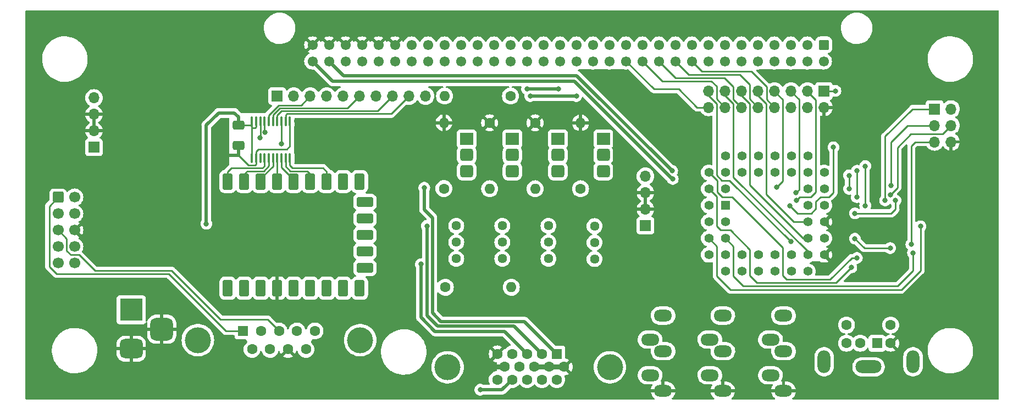
<source format=gbr>
%TF.GenerationSoftware,KiCad,Pcbnew,7.0.9-134-g1fdf7d0cf4*%
%TF.CreationDate,2024-01-08T16:26:38+03:00*%
%TF.ProjectId,Pentagon128_InterfaceBoard,50656e74-6167-46f6-9e31-32385f496e74,rev?*%
%TF.SameCoordinates,Original*%
%TF.FileFunction,Copper,L2,Bot*%
%TF.FilePolarity,Positive*%
%FSLAX46Y46*%
G04 Gerber Fmt 4.6, Leading zero omitted, Abs format (unit mm)*
G04 Created by KiCad (PCBNEW 7.0.9-134-g1fdf7d0cf4) date 2024-01-08 16:26:38*
%MOMM*%
%LPD*%
G01*
G04 APERTURE LIST*
G04 Aperture macros list*
%AMRoundRect*
0 Rectangle with rounded corners*
0 $1 Rounding radius*
0 $2 $3 $4 $5 $6 $7 $8 $9 X,Y pos of 4 corners*
0 Add a 4 corners polygon primitive as box body*
4,1,4,$2,$3,$4,$5,$6,$7,$8,$9,$2,$3,0*
0 Add four circle primitives for the rounded corners*
1,1,$1+$1,$2,$3*
1,1,$1+$1,$4,$5*
1,1,$1+$1,$6,$7*
1,1,$1+$1,$8,$9*
0 Add four rect primitives between the rounded corners*
20,1,$1+$1,$2,$3,$4,$5,0*
20,1,$1+$1,$4,$5,$6,$7,0*
20,1,$1+$1,$6,$7,$8,$9,0*
20,1,$1+$1,$8,$9,$2,$3,0*%
G04 Aperture macros list end*
%TA.AperFunction,ComponentPad*%
%ADD10C,1.600000*%
%TD*%
%TA.AperFunction,ComponentPad*%
%ADD11O,1.600000X1.600000*%
%TD*%
%TA.AperFunction,ComponentPad*%
%ADD12R,1.422400X1.422400*%
%TD*%
%TA.AperFunction,ComponentPad*%
%ADD13C,1.422400*%
%TD*%
%TA.AperFunction,ComponentPad*%
%ADD14R,2.000000X1.850000*%
%TD*%
%TA.AperFunction,ComponentPad*%
%ADD15RoundRect,0.370000X-0.630000X0.555000X-0.630000X-0.555000X0.630000X-0.555000X0.630000X0.555000X0*%
%TD*%
%TA.AperFunction,ComponentPad*%
%ADD16RoundRect,0.250000X-0.600000X-0.600000X0.600000X-0.600000X0.600000X0.600000X-0.600000X0.600000X0*%
%TD*%
%TA.AperFunction,ComponentPad*%
%ADD17C,1.700000*%
%TD*%
%TA.AperFunction,ComponentPad*%
%ADD18R,1.700000X1.700000*%
%TD*%
%TA.AperFunction,ComponentPad*%
%ADD19O,1.700000X1.700000*%
%TD*%
%TA.AperFunction,ComponentPad*%
%ADD20O,2.800000X1.800000*%
%TD*%
%TA.AperFunction,ComponentPad*%
%ADD21C,1.440000*%
%TD*%
%TA.AperFunction,ComponentPad*%
%ADD22R,1.600000X1.600000*%
%TD*%
%TA.AperFunction,ComponentPad*%
%ADD23O,2.000000X3.500000*%
%TD*%
%TA.AperFunction,ComponentPad*%
%ADD24O,4.000000X2.000000*%
%TD*%
%TA.AperFunction,ComponentPad*%
%ADD25C,4.000000*%
%TD*%
%TA.AperFunction,ComponentPad*%
%ADD26RoundRect,0.400000X0.400000X-0.900000X0.400000X0.900000X-0.400000X0.900000X-0.400000X-0.900000X0*%
%TD*%
%TA.AperFunction,ComponentPad*%
%ADD27RoundRect,0.400050X0.400050X-0.899950X0.400050X0.899950X-0.400050X0.899950X-0.400050X-0.899950X0*%
%TD*%
%TA.AperFunction,ComponentPad*%
%ADD28RoundRect,0.400000X0.900000X-0.400000X0.900000X0.400000X-0.900000X0.400000X-0.900000X-0.400000X0*%
%TD*%
%TA.AperFunction,ComponentPad*%
%ADD29RoundRect,0.393700X0.906300X-0.393700X0.906300X0.393700X-0.906300X0.393700X-0.906300X-0.393700X0*%
%TD*%
%TA.AperFunction,ComponentPad*%
%ADD30R,3.500000X3.500000*%
%TD*%
%TA.AperFunction,ComponentPad*%
%ADD31RoundRect,0.750000X1.000000X-0.750000X1.000000X0.750000X-1.000000X0.750000X-1.000000X-0.750000X0*%
%TD*%
%TA.AperFunction,ComponentPad*%
%ADD32RoundRect,0.875000X0.875000X-0.875000X0.875000X0.875000X-0.875000X0.875000X-0.875000X-0.875000X0*%
%TD*%
%TA.AperFunction,SMDPad,CuDef*%
%ADD33RoundRect,0.250000X-0.650000X0.412500X-0.650000X-0.412500X0.650000X-0.412500X0.650000X0.412500X0*%
%TD*%
%TA.AperFunction,ComponentPad*%
%ADD34RoundRect,0.249999X0.525001X0.525001X-0.525001X0.525001X-0.525001X-0.525001X0.525001X-0.525001X0*%
%TD*%
%TA.AperFunction,ComponentPad*%
%ADD35C,1.550000*%
%TD*%
%TA.AperFunction,SMDPad,CuDef*%
%ADD36RoundRect,0.100000X-0.100000X0.637500X-0.100000X-0.637500X0.100000X-0.637500X0.100000X0.637500X0*%
%TD*%
%TA.AperFunction,ViaPad*%
%ADD37C,0.800000*%
%TD*%
%TA.AperFunction,ViaPad*%
%ADD38C,1.000000*%
%TD*%
%TA.AperFunction,Conductor*%
%ADD39C,0.750000*%
%TD*%
%TA.AperFunction,Conductor*%
%ADD40C,0.250000*%
%TD*%
%TA.AperFunction,Conductor*%
%ADD41C,0.500000*%
%TD*%
G04 APERTURE END LIST*
D10*
%TO.P,R2,1*%
%TO.N,VCC*%
X119320000Y-101000000D03*
D11*
%TO.P,R2,2*%
%TO.N,Net-(J6-Pad9)*%
X129480000Y-101000000D03*
%TD*%
D10*
%TO.P,R4,1*%
%TO.N,Net-(Q1-E)*%
X119100000Y-85780000D03*
D11*
%TO.P,R4,2*%
%TO.N,GND*%
X119100000Y-75620000D03*
%TD*%
D12*
%TO.P,U1,1,Y3*%
%TO.N,/Y3*%
X162440000Y-88360000D03*
D13*
%TO.P,U1,2,AY2*%
%TO.N,/AY2*%
X159900000Y-90900000D03*
%TO.P,U1,3,RESET*%
%TO.N,/RESET*%
X162440000Y-90900000D03*
%TO.P,U1,4,AX3*%
%TO.N,/AX3*%
X159900000Y-93440000D03*
%TO.P,U1,5,AX0*%
%TO.N,/AX0*%
X162440000Y-93440000D03*
%TO.P,U1,6,NC*%
%TO.N,unconnected-(U1-NC-Pad6)*%
X159900000Y-95980000D03*
%TO.P,U1,7,X14*%
%TO.N,unconnected-(U1-X14-Pad7)*%
X162440000Y-98520000D03*
%TO.P,U1,8,X15*%
%TO.N,unconnected-(U1-X15-Pad8)*%
X162440000Y-95980000D03*
%TO.P,U1,9,X6*%
%TO.N,unconnected-(U1-X6-Pad9)*%
X164980000Y-98520000D03*
%TO.P,U1,10,X7*%
%TO.N,unconnected-(U1-X7-Pad10)*%
X164980000Y-95980000D03*
%TO.P,U1,11,X8*%
%TO.N,unconnected-(U1-X8-Pad11)*%
X167520000Y-98520000D03*
%TO.P,U1,12,X9*%
%TO.N,unconnected-(U1-X9-Pad12)*%
X167520000Y-95980000D03*
%TO.P,U1,13,X10*%
%TO.N,unconnected-(U1-X10-Pad13)*%
X170060000Y-98520000D03*
%TO.P,U1,14,X11*%
%TO.N,unconnected-(U1-X11-Pad14)*%
X170060000Y-95980000D03*
%TO.P,U1,15,NC*%
%TO.N,unconnected-(U1-NC-Pad15)*%
X172600000Y-98520000D03*
%TO.P,U1,16,NC*%
%TO.N,unconnected-(U1-NC-Pad16)*%
X172600000Y-95980000D03*
%TO.P,U1,17,Y7*%
%TO.N,/Y7*%
X175140000Y-98520000D03*
%TO.P,U1,18,VSS*%
%TO.N,GND*%
X177680000Y-95980000D03*
%TO.P,U1,19,Y6*%
%TO.N,/Y6*%
X175140000Y-95980000D03*
%TO.P,U1,20,STROBE*%
%TO.N,/STROBE*%
X177680000Y-93440000D03*
%TO.P,U1,21,Y5*%
%TO.N,/Y5*%
X175140000Y-93440000D03*
%TO.P,U1,22,VEE*%
%TO.N,GND*%
X177680000Y-90900000D03*
%TO.P,U1,23,Y4*%
%TO.N,/Y4*%
X175140000Y-90900000D03*
%TO.P,U1,24,AX1*%
%TO.N,/AX1*%
X177680000Y-88360000D03*
%TO.P,U1,25,AX2*%
%TO.N,/AX2*%
X175140000Y-88360000D03*
%TO.P,U1,26,AY0*%
%TO.N,/AY0*%
X177680000Y-85820000D03*
%TO.P,U1,27,AY1*%
%TO.N,/AY1*%
X175140000Y-85820000D03*
%TO.P,U1,28,NC*%
%TO.N,unconnected-(U1-NC-Pad28)*%
X177680000Y-83280000D03*
%TO.P,U1,29,NC*%
%TO.N,unconnected-(U1-NC-Pad29)*%
X175140000Y-80740000D03*
%TO.P,U1,30,X13*%
%TO.N,unconnected-(U1-X13-Pad30)*%
X175140000Y-83280000D03*
%TO.P,U1,31,X12*%
%TO.N,unconnected-(U1-X12-Pad31)*%
X172600000Y-80740000D03*
%TO.P,U1,32,X5*%
%TO.N,unconnected-(U1-X5-Pad32)*%
X172600000Y-83280000D03*
%TO.P,U1,33,X4*%
%TO.N,/X4*%
X170060000Y-80740000D03*
%TO.P,U1,34,X3*%
%TO.N,/X3*%
X170060000Y-83280000D03*
%TO.P,U1,35,X2*%
%TO.N,/X2*%
X167520000Y-80740000D03*
%TO.P,U1,36,X1*%
%TO.N,/X1*%
X167520000Y-83280000D03*
%TO.P,U1,37,X0*%
%TO.N,/X0*%
X164980000Y-80740000D03*
%TO.P,U1,38,NC*%
%TO.N,unconnected-(U1-NC-Pad38)*%
X164980000Y-83280000D03*
%TO.P,U1,39,Y0*%
%TO.N,/Y0*%
X162440000Y-80740000D03*
%TO.P,U1,40,CS*%
%TO.N,/CS*%
X159900000Y-83280000D03*
%TO.P,U1,41,Y1*%
%TO.N,/Y1*%
X162440000Y-83280000D03*
%TO.P,U1,42,DATA*%
%TO.N,/DATA*%
X159900000Y-85820000D03*
%TO.P,U1,43,Y2*%
%TO.N,/Y2*%
X162440000Y-85820000D03*
%TO.P,U1,44,VDD*%
%TO.N,VCC*%
X159900000Y-88360000D03*
%TD*%
D14*
%TO.P,Q2,1,B*%
%TO.N,/RED*%
X143645000Y-78100000D03*
D15*
%TO.P,Q2,2,C*%
%TO.N,VCC*%
X143645000Y-80600000D03*
%TO.P,Q2,3,E*%
%TO.N,Net-(Q2-E)*%
X143645000Y-83100000D03*
%TD*%
D16*
%TO.P,J4,1,Pin_1*%
%TO.N,/UP*%
X59660000Y-87120000D03*
D17*
%TO.P,J4,2,Pin_2*%
%TO.N,/FIRE*%
X62200000Y-87120000D03*
%TO.P,J4,3,Pin_3*%
%TO.N,/DOWN*%
X59660000Y-89660000D03*
%TO.P,J4,4,Pin_4*%
%TO.N,unconnected-(J4-Pin_4-Pad4)*%
X62200000Y-89660000D03*
%TO.P,J4,5,Pin_5*%
%TO.N,/LEFT*%
X59660000Y-92200000D03*
%TO.P,J4,6,Pin_6*%
%TO.N,GND*%
X62200000Y-92200000D03*
%TO.P,J4,7,Pin_7*%
%TO.N,/RIGHT*%
X59660000Y-94740000D03*
%TO.P,J4,8,Pin_8*%
%TO.N,unconnected-(J4-Pin_8-Pad8)*%
X62200000Y-94740000D03*
%TO.P,J4,9,Pin_9*%
%TO.N,unconnected-(J4-Pin_9-Pad9)*%
X59660000Y-97280000D03*
%TO.P,J4,10,Pin_10*%
%TO.N,unconnected-(J4-Pin_10-Pad10)*%
X62200000Y-97280000D03*
%TD*%
D18*
%TO.P,J15,1,Pin_1*%
%TO.N,unconnected-(J15-Pin_1-Pad1)*%
X93420000Y-71500000D03*
D19*
%TO.P,J15,2,Pin_2*%
%TO.N,unconnected-(J15-Pin_2-Pad2)*%
X95960000Y-71500000D03*
%TO.P,J15,3,Pin_3*%
%TO.N,R*%
X98500000Y-71500000D03*
%TO.P,J15,4,Pin_4*%
%TO.N,G*%
X101040000Y-71500000D03*
%TO.P,J15,5,Pin_5*%
%TO.N,B*%
X103580000Y-71500000D03*
%TO.P,J15,6,Pin_6*%
%TO.N,I*%
X106120000Y-71500000D03*
%TO.P,J15,7,Pin_7*%
%TO.N,KS*%
X108660000Y-71500000D03*
%TO.P,J15,8,Pin_8*%
%TO.N,SS*%
X111200000Y-71500000D03*
%TO.P,J15,9,Pin_9*%
%TO.N,F*%
X113740000Y-71500000D03*
%TO.P,J15,10,Pin_10*%
%TO.N,unconnected-(J15-Pin_10-Pad10)*%
X116280000Y-71500000D03*
%TD*%
D20*
%TO.P,J11,R*%
%TO.N,/TAPE_IN*%
X160060000Y-109066151D03*
%TO.P,J11,RN*%
%TO.N,N/C*%
X162060000Y-110866151D03*
%TO.P,J11,S*%
%TO.N,GND*%
X162060000Y-116966151D03*
%TO.P,J11,T*%
%TO.N,/TAPE_IN*%
X160060000Y-114566151D03*
%TO.P,J11,TN*%
%TO.N,N/C*%
X162060000Y-105366151D03*
%TD*%
%TO.P,J9,R*%
%TO.N,/AUDIO_RIGHT*%
X150860000Y-109066151D03*
%TO.P,J9,RN*%
%TO.N,N/C*%
X152860000Y-110866151D03*
%TO.P,J9,S*%
%TO.N,GND*%
X152860000Y-116966151D03*
%TO.P,J9,T*%
%TO.N,/AUDIO_LEFT*%
X150860000Y-114566151D03*
%TO.P,J9,TN*%
%TO.N,N/C*%
X152860000Y-105366151D03*
%TD*%
%TO.P,J10,R*%
%TO.N,/TAPE_OUT*%
X169410000Y-109066151D03*
%TO.P,J10,RN*%
%TO.N,N/C*%
X171410000Y-110866151D03*
%TO.P,J10,S*%
%TO.N,GND*%
X171410000Y-116966151D03*
%TO.P,J10,T*%
%TO.N,/TAPE_OUT*%
X169410000Y-114566151D03*
%TO.P,J10,TN*%
%TO.N,N/C*%
X171410000Y-105366151D03*
%TD*%
D21*
%TO.P,RV3,1,1*%
%TO.N,CRT_GREEN*%
X135200000Y-96600000D03*
%TO.P,RV3,2,2*%
%TO.N,Net-(Q3-E)*%
X135200000Y-94060000D03*
%TO.P,RV3,3,3*%
X135200000Y-91520000D03*
%TD*%
%TO.P,RV4,1,1*%
%TO.N,CRT_BLUE*%
X128100000Y-96600000D03*
%TO.P,RV4,2,2*%
%TO.N,Net-(Q4-E)*%
X128100000Y-94060000D03*
%TO.P,RV4,3,3*%
X128100000Y-91520000D03*
%TD*%
%TO.P,RV1,1,1*%
%TO.N,CRT_SYNC*%
X121000000Y-96600000D03*
%TO.P,RV1,2,2*%
%TO.N,Net-(Q1-E)*%
X121000000Y-94060000D03*
%TO.P,RV1,3,3*%
X121000000Y-91520000D03*
%TD*%
D22*
%TO.P,J12,1*%
%TO.N,/DAT*%
X185810000Y-109625000D03*
D10*
%TO.P,J12,2*%
%TO.N,unconnected-(J12-Pad2)*%
X183210000Y-109625000D03*
%TO.P,J12,3*%
%TO.N,GND*%
X187910000Y-109625000D03*
%TO.P,J12,4*%
%TO.N,VCC*%
X181110000Y-109625000D03*
%TO.P,J12,5*%
%TO.N,/CLK*%
X187910000Y-106825000D03*
%TO.P,J12,6*%
%TO.N,unconnected-(J12-Pad6)*%
X181110000Y-106825000D03*
D23*
%TO.P,J12,7*%
%TO.N,N/C*%
X177660000Y-112475000D03*
D24*
X184510000Y-113275000D03*
D23*
X191360000Y-112475000D03*
%TD*%
D25*
%TO.P,J5,0*%
%TO.N,N/C*%
X81195000Y-109155000D03*
X106195000Y-109155000D03*
D22*
%TO.P,J5,1,1*%
%TO.N,/UP*%
X88155000Y-107735000D03*
D10*
%TO.P,J5,2,2*%
%TO.N,/DOWN*%
X90925000Y-107735000D03*
%TO.P,J5,3,3*%
%TO.N,/LEFT*%
X93695000Y-107735000D03*
%TO.P,J5,4,4*%
%TO.N,/RIGHT*%
X96465000Y-107735000D03*
%TO.P,J5,5,5*%
%TO.N,VCC*%
X99235000Y-107735000D03*
%TO.P,J5,6,6*%
%TO.N,/FIRE*%
X89540000Y-110575000D03*
%TO.P,J5,7,7*%
%TO.N,VCC*%
X92310000Y-110575000D03*
%TO.P,J5,8,8*%
%TO.N,GND*%
X95080000Y-110575000D03*
%TO.P,J5,9,9*%
%TO.N,unconnected-(J5-Pad9)*%
X97850000Y-110575000D03*
%TD*%
D18*
%TO.P,J2,1,Pin_1*%
%TO.N,/MISO*%
X194680000Y-73495000D03*
D19*
%TO.P,J2,2,Pin_2*%
%TO.N,VCC*%
X197220000Y-73495000D03*
%TO.P,J2,3,Pin_3*%
%TO.N,/SCK*%
X194680000Y-76035000D03*
%TO.P,J2,4,Pin_4*%
%TO.N,/MOSI*%
X197220000Y-76035000D03*
%TO.P,J2,5,Pin_5*%
%TO.N,/RST*%
X194680000Y-78575000D03*
%TO.P,J2,6,Pin_6*%
%TO.N,GND*%
X197220000Y-78575000D03*
%TD*%
D14*
%TO.P,Q1,1,B*%
%TO.N,Net-(Q1-B)*%
X122600000Y-78100000D03*
D15*
%TO.P,Q1,2,C*%
%TO.N,VCC*%
X122600000Y-80600000D03*
%TO.P,Q1,3,E*%
%TO.N,Net-(Q1-E)*%
X122600000Y-83100000D03*
%TD*%
D10*
%TO.P,R6,1*%
%TO.N,GND*%
X133145000Y-75640000D03*
D11*
%TO.P,R6,2*%
%TO.N,Net-(Q3-E)*%
X133145000Y-85800000D03*
%TD*%
D14*
%TO.P,Q3,1,B*%
%TO.N,/GREEN*%
X136645000Y-78100000D03*
D15*
%TO.P,Q3,2,C*%
%TO.N,VCC*%
X136645000Y-80600000D03*
%TO.P,Q3,3,E*%
%TO.N,Net-(Q3-E)*%
X136645000Y-83100000D03*
%TD*%
D26*
%TO.P,RZ1,1,GP0*%
%TO.N,/pico RGB TO VGA/GP0*%
X85800000Y-84700000D03*
%TO.P,RZ1,2,GP1*%
%TO.N,/pico RGB TO VGA/GP1*%
X88340000Y-84700000D03*
%TO.P,RZ1,3,GP2*%
%TO.N,/pico RGB TO VGA/GP2*%
X90880000Y-84700000D03*
%TO.P,RZ1,4,GP3*%
%TO.N,/pico RGB TO VGA/GP3*%
X93420000Y-84700000D03*
%TO.P,RZ1,5,GP4*%
%TO.N,/pico RGB TO VGA/GP4*%
X95960000Y-84700000D03*
D27*
%TO.P,RZ1,6,GP5*%
%TO.N,/pico RGB TO VGA/GP5*%
X98500000Y-84700000D03*
%TO.P,RZ1,7,GP6*%
%TO.N,/pico RGB TO VGA/GP6*%
X101040000Y-84700000D03*
%TO.P,RZ1,8,GP7*%
%TO.N,unconnected-(RZ1-GP7-Pad8)*%
X103580000Y-84700000D03*
%TO.P,RZ1,9,GP8*%
%TO.N,/pico RGB TO VGA/GP8*%
X106120000Y-84700000D03*
D28*
%TO.P,RZ1,10,GP9*%
%TO.N,/pico RGB TO VGA/GP9*%
X106930000Y-87840000D03*
D29*
%TO.P,RZ1,11,GP10*%
%TO.N,/pico RGB TO VGA/GP10*%
X106930000Y-90380000D03*
%TO.P,RZ1,12,GP11*%
%TO.N,/pico RGB TO VGA/GP11*%
X106930000Y-92920000D03*
%TO.P,RZ1,13,GP12*%
%TO.N,/pico RGB TO VGA/GP12*%
X106930000Y-95460000D03*
%TO.P,RZ1,14,GP13*%
%TO.N,/pico RGB TO VGA/GP13*%
X106930000Y-98000000D03*
D27*
%TO.P,RZ1,15,GP14*%
%TO.N,/pico RGB TO VGA/GP14*%
X106120000Y-101140000D03*
%TO.P,RZ1,16,GP15*%
%TO.N,/pico RGB TO VGA/GP15*%
X103580000Y-101140000D03*
%TO.P,RZ1,17,GP26*%
%TO.N,unconnected-(RZ1-GP26-Pad17)*%
X101040000Y-101140000D03*
%TO.P,RZ1,18,GP27*%
%TO.N,unconnected-(RZ1-GP27-Pad18)*%
X98500000Y-101140000D03*
%TO.P,RZ1,19,GP28*%
%TO.N,unconnected-(RZ1-GP28-Pad19)*%
X85800000Y-101140000D03*
%TO.P,RZ1,20,GP29*%
%TO.N,unconnected-(RZ1-GP29-Pad20)*%
X88340000Y-101140000D03*
%TO.P,RZ1,21,3V3*%
%TO.N,/pico RGB TO VGA/3V3*%
X90880000Y-101140000D03*
%TO.P,RZ1,22,5V*%
%TO.N,VCC*%
X95960000Y-101140000D03*
%TO.P,RZ1,23,GND*%
%TO.N,GND*%
X93420000Y-101140000D03*
%TD*%
D18*
%TO.P,J8,1,Pin_1*%
%TO.N,/AUDIO_LEFT*%
X150140000Y-91491151D03*
D19*
%TO.P,J8,2,Pin_2*%
%TO.N,GND*%
X150140000Y-88951151D03*
%TO.P,J8,3,Pin_3*%
X150140000Y-86411151D03*
%TO.P,J8,4,Pin_4*%
%TO.N,/AUDIO_RIGHT*%
X150140000Y-83871151D03*
%TD*%
D30*
%TO.P,J14,1*%
%TO.N,VCC*%
X70942500Y-104475000D03*
D31*
%TO.P,J14,2*%
%TO.N,GND*%
X70942500Y-110475000D03*
D32*
%TO.P,J14,3*%
X75642500Y-107475000D03*
%TD*%
D25*
%TO.P,J6,0*%
%TO.N,N/C*%
X119660000Y-113336151D03*
X144660000Y-113336151D03*
D22*
%TO.P,J6,1*%
%TO.N,CRT_RED*%
X136475000Y-111286151D03*
D10*
%TO.P,J6,2*%
%TO.N,CRT_GREEN*%
X134185000Y-111286151D03*
%TO.P,J6,3*%
%TO.N,CRT_BLUE*%
X131895000Y-111286151D03*
%TO.P,J6,4*%
%TO.N,unconnected-(J6-Pad4)*%
X129605000Y-111286151D03*
%TO.P,J6,5*%
%TO.N,GND*%
X127315000Y-111286151D03*
%TO.P,J6,6*%
X137620000Y-113266151D03*
%TO.P,J6,7*%
X135330000Y-113266151D03*
%TO.P,J6,8*%
X133040000Y-113266151D03*
%TO.P,J6,9*%
%TO.N,Net-(J6-Pad9)*%
X130750000Y-113266151D03*
%TO.P,J6,10*%
%TO.N,GND*%
X128460000Y-113266151D03*
%TO.P,J6,11*%
%TO.N,unconnected-(J6-Pad11)*%
X136475000Y-115246151D03*
%TO.P,J6,12*%
%TO.N,unconnected-(J6-Pad12)*%
X134185000Y-115246151D03*
%TO.P,J6,13*%
%TO.N,CRT_SYNC*%
X131895000Y-115246151D03*
%TO.P,J6,14*%
%TO.N,CRT_VSYNC*%
X129605000Y-115246151D03*
%TO.P,J6,15*%
%TO.N,unconnected-(J6-Pad15)*%
X127315000Y-115246151D03*
%TD*%
D18*
%TO.P,J7,1,Pin_1*%
%TO.N,VCC*%
X65180000Y-79400000D03*
D19*
%TO.P,J7,2,Pin_2*%
%TO.N,GND*%
X65180000Y-76860000D03*
%TO.P,J7,3,Pin_3*%
X65180000Y-74320000D03*
%TO.P,J7,4,Pin_4*%
%TO.N,unconnected-(J7-Pin_4-Pad4)*%
X65180000Y-71780000D03*
%TD*%
D10*
%TO.P,R5,1*%
%TO.N,Net-(Q2-E)*%
X140145000Y-85800000D03*
D11*
%TO.P,R5,2*%
%TO.N,GND*%
X140145000Y-75640000D03*
%TD*%
D10*
%TO.P,R3,1*%
%TO.N,/SYNC*%
X129360000Y-71500000D03*
D11*
%TO.P,R3,2*%
%TO.N,Net-(Q1-B)*%
X119200000Y-71500000D03*
%TD*%
D14*
%TO.P,Q4,1,B*%
%TO.N,/BLUE*%
X129645000Y-78100000D03*
D15*
%TO.P,Q4,2,C*%
%TO.N,VCC*%
X129645000Y-80600000D03*
%TO.P,Q4,3,E*%
%TO.N,Net-(Q4-E)*%
X129645000Y-83100000D03*
%TD*%
D21*
%TO.P,RV2,1,1*%
%TO.N,CRT_RED*%
X142300000Y-96640000D03*
%TO.P,RV2,2,2*%
%TO.N,Net-(Q2-E)*%
X142300000Y-94100000D03*
%TO.P,RV2,3,3*%
X142300000Y-91560000D03*
%TD*%
D18*
%TO.P,J3,1,Pin_1*%
%TO.N,/Y3*%
X177650000Y-70710000D03*
D19*
%TO.P,J3,2,Pin_2*%
%TO.N,GND*%
X177650000Y-73250000D03*
%TO.P,J3,3,Pin_3*%
%TO.N,/Y2*%
X175110000Y-70710000D03*
%TO.P,J3,4,Pin_4*%
%TO.N,VCC*%
X175110000Y-73250000D03*
%TO.P,J3,5,Pin_5*%
%TO.N,/Y1*%
X172570000Y-70710000D03*
%TO.P,J3,6,Pin_6*%
%TO.N,VCC*%
X172570000Y-73250000D03*
%TO.P,J3,7,Pin_7*%
%TO.N,/Y0*%
X170030000Y-70710000D03*
%TO.P,J3,8,Pin_8*%
%TO.N,/X3*%
X170030000Y-73250000D03*
%TO.P,J3,9,Pin_9*%
%TO.N,/Y4*%
X167490000Y-70710000D03*
%TO.P,J3,10,Pin_10*%
%TO.N,/X4*%
X167490000Y-73250000D03*
%TO.P,J3,11,Pin_11*%
%TO.N,/Y5*%
X164950000Y-70710000D03*
%TO.P,J3,12,Pin_12*%
%TO.N,/X2*%
X164950000Y-73250000D03*
%TO.P,J3,13,Pin_13*%
%TO.N,/Y6*%
X162410000Y-70710000D03*
%TO.P,J3,14,Pin_14*%
%TO.N,/X1*%
X162410000Y-73250000D03*
%TO.P,J3,15,Pin_15*%
%TO.N,/Y7*%
X159870000Y-70710000D03*
%TO.P,J3,16,Pin_16*%
%TO.N,/X0*%
X159870000Y-73250000D03*
%TD*%
D10*
%TO.P,R7,1*%
%TO.N,GND*%
X126145000Y-75640000D03*
D11*
%TO.P,R7,2*%
%TO.N,Net-(Q4-E)*%
X126145000Y-85800000D03*
%TD*%
D33*
%TO.P,C6,1*%
%TO.N,/pico RGB TO VGA/3V3*%
X87435000Y-76012500D03*
%TO.P,C6,2*%
%TO.N,GND*%
X87435000Y-79137500D03*
%TD*%
D34*
%TO.P,J1,a1,Pin_a1*%
%TO.N,VCC*%
X177600000Y-63591151D03*
D35*
%TO.P,J1,a2,Pin_a2*%
X175060000Y-63591151D03*
%TO.P,J1,a3,Pin_a3*%
%TO.N,unconnected-(J1-Pin_a3-Pada3)*%
X172520000Y-63591151D03*
%TO.P,J1,a4,Pin_a4*%
%TO.N,unconnected-(J1-Pin_a4-Pada4)*%
X169980000Y-63591151D03*
%TO.P,J1,a5,Pin_a5*%
%TO.N,unconnected-(J1-Pin_a5-Pada5)*%
X167440000Y-63591151D03*
%TO.P,J1,a6,Pin_a6*%
%TO.N,unconnected-(J1-Pin_a6-Pada6)*%
X164900000Y-63591151D03*
%TO.P,J1,a7,Pin_a7*%
%TO.N,unconnected-(J1-Pin_a7-Pada7)*%
X162360000Y-63591151D03*
%TO.P,J1,a8,Pin_a8*%
%TO.N,unconnected-(J1-Pin_a8-Pada8)*%
X159820000Y-63591151D03*
%TO.P,J1,a9,Pin_a9*%
%TO.N,unconnected-(J1-Pin_a9-Pada9)*%
X157280000Y-63591151D03*
%TO.P,J1,a10,Pin_a10*%
%TO.N,unconnected-(J1-Pin_a10-Pada10)*%
X154740000Y-63591151D03*
%TO.P,J1,a11,Pin_a11*%
%TO.N,unconnected-(J1-Pin_a11-Pada11)*%
X152200000Y-63591151D03*
%TO.P,J1,a12,Pin_a12*%
%TO.N,unconnected-(J1-Pin_a12-Pada12)*%
X149660000Y-63591151D03*
%TO.P,J1,a13,Pin_a13*%
%TO.N,unconnected-(J1-Pin_a13-Pada13)*%
X147120000Y-63591151D03*
%TO.P,J1,a14,Pin_a14*%
%TO.N,unconnected-(J1-Pin_a14-Pada14)*%
X144580000Y-63591151D03*
%TO.P,J1,a15,Pin_a15*%
%TO.N,unconnected-(J1-Pin_a15-Pada15)*%
X142040000Y-63591151D03*
%TO.P,J1,a16,Pin_a16*%
%TO.N,unconnected-(J1-Pin_a16-Pada16)*%
X139500000Y-63591151D03*
%TO.P,J1,a17,Pin_a17*%
%TO.N,unconnected-(J1-Pin_a17-Pada17)*%
X136960000Y-63591151D03*
%TO.P,J1,a18,Pin_a18*%
%TO.N,unconnected-(J1-Pin_a18-Pada18)*%
X134420000Y-63591151D03*
%TO.P,J1,a19,Pin_a19*%
%TO.N,unconnected-(J1-Pin_a19-Pada19)*%
X131880000Y-63591151D03*
%TO.P,J1,a20,Pin_a20*%
%TO.N,unconnected-(J1-Pin_a20-Pada20)*%
X129340000Y-63591151D03*
%TO.P,J1,a21,Pin_a21*%
%TO.N,unconnected-(J1-Pin_a21-Pada21)*%
X126800000Y-63591151D03*
%TO.P,J1,a22,Pin_a22*%
%TO.N,unconnected-(J1-Pin_a22-Pada22)*%
X124260000Y-63591151D03*
%TO.P,J1,a23,Pin_a23*%
%TO.N,unconnected-(J1-Pin_a23-Pada23)*%
X121720000Y-63591151D03*
%TO.P,J1,a24,Pin_a24*%
%TO.N,VCC*%
X119180000Y-63591151D03*
%TO.P,J1,a25,Pin_a25*%
X116640000Y-63591151D03*
%TO.P,J1,a26,Pin_a26*%
X114100000Y-63591151D03*
%TO.P,J1,a27,Pin_a27*%
%TO.N,GND*%
X111560000Y-63591151D03*
%TO.P,J1,a28,Pin_a28*%
X109020000Y-63591151D03*
%TO.P,J1,a29,Pin_a29*%
X106480000Y-63591151D03*
%TO.P,J1,a30,Pin_a30*%
X103940000Y-63591151D03*
%TO.P,J1,a31,Pin_a31*%
X101400000Y-63591151D03*
%TO.P,J1,a32,Pin_a32*%
X98860000Y-63591151D03*
%TO.P,J1,b1,Pin_b1*%
%TO.N,/Y3*%
X177600000Y-66131151D03*
%TO.P,J1,b2,Pin_b2*%
%TO.N,/Y2*%
X175060000Y-66131151D03*
%TO.P,J1,b3,Pin_b3*%
%TO.N,/Y1*%
X172520000Y-66131151D03*
%TO.P,J1,b4,Pin_b4*%
%TO.N,/Y0*%
X169980000Y-66131151D03*
%TO.P,J1,b5,Pin_b5*%
%TO.N,/Y4*%
X167440000Y-66131151D03*
%TO.P,J1,b6,Pin_b6*%
%TO.N,/Y5*%
X164900000Y-66131151D03*
%TO.P,J1,b7,Pin_b7*%
%TO.N,/Y6*%
X162360000Y-66131151D03*
%TO.P,J1,b8,Pin_b8*%
%TO.N,/Y7*%
X159820000Y-66131151D03*
%TO.P,J1,b9,Pin_b9*%
%TO.N,/X3*%
X157280000Y-66131151D03*
%TO.P,J1,b10,Pin_b10*%
%TO.N,/X4*%
X154740000Y-66131151D03*
%TO.P,J1,b11,Pin_b11*%
%TO.N,/X2*%
X152200000Y-66131151D03*
%TO.P,J1,b12,Pin_b12*%
%TO.N,/X1*%
X149660000Y-66131151D03*
%TO.P,J1,b13,Pin_b13*%
%TO.N,/X0*%
X147120000Y-66131151D03*
%TO.P,J1,b14,Pin_b14*%
%TO.N,unconnected-(J1-Pin_b14-Padb14)*%
X144580000Y-66131151D03*
%TO.P,J1,b15,Pin_b15*%
%TO.N,unconnected-(J1-Pin_b15-Padb15)*%
X142040000Y-66131151D03*
%TO.P,J1,b16,Pin_b16*%
%TO.N,/SYNC*%
X139500000Y-66131151D03*
%TO.P,J1,b17,Pin_b17*%
%TO.N,/RED*%
X136960000Y-66131151D03*
%TO.P,J1,b18,Pin_b18*%
%TO.N,/BLUE*%
X134420000Y-66131151D03*
%TO.P,J1,b19,Pin_b19*%
%TO.N,/GREEN*%
X131880000Y-66131151D03*
%TO.P,J1,b20,Pin_b20*%
%TO.N,unconnected-(J1-Pin_b20-Padb20)*%
X129340000Y-66131151D03*
%TO.P,J1,b21,Pin_b21*%
%TO.N,unconnected-(J1-Pin_b21-Padb21)*%
X126800000Y-66131151D03*
%TO.P,J1,b22,Pin_b22*%
%TO.N,unconnected-(J1-Pin_b22-Padb22)*%
X124260000Y-66131151D03*
%TO.P,J1,b23,Pin_b23*%
%TO.N,unconnected-(J1-Pin_b23-Padb23)*%
X121720000Y-66131151D03*
%TO.P,J1,b24,Pin_b24*%
%TO.N,F*%
X119180000Y-66131151D03*
%TO.P,J1,b25,Pin_b25*%
%TO.N,SS*%
X116640000Y-66131151D03*
%TO.P,J1,b26,Pin_b26*%
%TO.N,KS*%
X114100000Y-66131151D03*
%TO.P,J1,b27,Pin_b27*%
%TO.N,I*%
X111560000Y-66131151D03*
%TO.P,J1,b28,Pin_b28*%
%TO.N,B*%
X109020000Y-66131151D03*
%TO.P,J1,b29,Pin_b29*%
%TO.N,G*%
X106480000Y-66131151D03*
%TO.P,J1,b30,Pin_b30*%
%TO.N,R*%
X103940000Y-66131151D03*
%TO.P,J1,b31,Pin_b31*%
%TO.N,/TAPE_IN*%
X101400000Y-66131151D03*
%TO.P,J1,b32,Pin_b32*%
%TO.N,/TAPE_OUT*%
X98860000Y-66131151D03*
%TD*%
D36*
%TO.P,U3,1,A->B*%
%TO.N,/pico RGB TO VGA/3V3*%
X89510000Y-75375000D03*
%TO.P,U3,2,A0*%
X90160000Y-75375000D03*
%TO.P,U3,3,A1*%
%TO.N,B*%
X90810000Y-75375000D03*
%TO.P,U3,4,A2*%
%TO.N,G*%
X91460000Y-75375000D03*
%TO.P,U3,5,A3*%
%TO.N,R*%
X92110000Y-75375000D03*
%TO.P,U3,6,A4*%
%TO.N,I*%
X92760000Y-75375000D03*
%TO.P,U3,7,A5*%
%TO.N,SS*%
X93410000Y-75375000D03*
%TO.P,U3,8,A6*%
%TO.N,KS*%
X94060000Y-75375000D03*
%TO.P,U3,9,A7*%
%TO.N,F*%
X94710000Y-75375000D03*
%TO.P,U3,10,GND*%
%TO.N,GND*%
X95360000Y-75375000D03*
%TO.P,U3,11,B7*%
%TO.N,/pico RGB TO VGA/GP6*%
X95360000Y-81100000D03*
%TO.P,U3,12,B6*%
%TO.N,/pico RGB TO VGA/GP5*%
X94710000Y-81100000D03*
%TO.P,U3,13,B5*%
%TO.N,/pico RGB TO VGA/GP4*%
X94060000Y-81100000D03*
%TO.P,U3,14,B4*%
%TO.N,/pico RGB TO VGA/GP3*%
X93410000Y-81100000D03*
%TO.P,U3,15,B3*%
%TO.N,/pico RGB TO VGA/GP2*%
X92760000Y-81100000D03*
%TO.P,U3,16,B2*%
%TO.N,/pico RGB TO VGA/GP1*%
X92110000Y-81100000D03*
%TO.P,U3,17,B1*%
%TO.N,/pico RGB TO VGA/GP0*%
X91460000Y-81100000D03*
%TO.P,U3,18,B0*%
%TO.N,unconnected-(U3-B0-Pad18)*%
X90810000Y-81100000D03*
%TO.P,U3,19,CE*%
%TO.N,GND*%
X90160000Y-81100000D03*
%TO.P,U3,20,VCC*%
%TO.N,/pico RGB TO VGA/3V3*%
X89510000Y-81100000D03*
%TD*%
D37*
%TO.N,GND*%
X198200000Y-98900000D03*
D38*
X198400000Y-88500000D03*
D37*
X198200000Y-97300000D03*
%TO.N,/Y3*%
X179100000Y-79400000D03*
X172400000Y-88400000D03*
X179400000Y-70700000D03*
%TO.N,/Y2*%
X173400000Y-87600000D03*
%TO.N,/Y1*%
X173350000Y-86400000D03*
%TO.N,/Y0*%
X170350000Y-85550000D03*
%TO.N,/Y7*%
X172550000Y-93950000D03*
%TO.N,/SYNC*%
X139500000Y-71500000D03*
X132400000Y-71500000D03*
%TO.N,/GREEN*%
X136700000Y-70400000D03*
X131900000Y-70400000D03*
%TO.N,/pico RGB TO VGA/3V3*%
X82500000Y-91200000D03*
%TO.N,KS*%
X94060000Y-78897500D03*
%TO.N,B*%
X90800000Y-77972500D03*
%TO.N,G*%
X91535000Y-77072500D03*
%TO.N,/TAPE_IN*%
X154251041Y-83048959D03*
%TO.N,/TAPE_OUT*%
X154340000Y-84300000D03*
%TO.N,CRT_RED*%
X116065000Y-85635000D03*
%TO.N,CRT_GREEN*%
X116465000Y-91535000D03*
%TO.N,CRT_BLUE*%
X115565000Y-97435000D03*
%TO.N,/MOSI*%
X187850000Y-86700000D03*
%TO.N,/RST*%
X191100000Y-94400000D03*
%TO.N,/SCK*%
X187950000Y-85300000D03*
%TO.N,/MISO*%
X187050000Y-87600000D03*
%TO.N,/AY2*%
X188650000Y-87600000D03*
X182400000Y-89600000D03*
%TO.N,/AX3*%
X192500000Y-91600000D03*
%TO.N,/AX0*%
X191350000Y-95683930D03*
%TO.N,/STROBE*%
X187844819Y-94963017D03*
X182400000Y-93500000D03*
%TO.N,/AX1*%
X184000000Y-82300000D03*
X184000000Y-88400000D03*
%TO.N,/AX2*%
X182700000Y-83025000D03*
X182700000Y-87100000D03*
%TO.N,/AY0*%
X181500000Y-85800000D03*
X181500000Y-83750000D03*
%TO.N,/CS*%
X182700000Y-96480000D03*
%TO.N,/DATA*%
X181845000Y-97945000D03*
%TO.N,CRT_VSYNC*%
X124700000Y-116800000D03*
%TD*%
D39*
%TO.N,VCC*%
X172480000Y-73250000D02*
X172540000Y-73310000D01*
D40*
%TO.N,GND*%
X88975000Y-82175000D02*
X87472500Y-80672500D01*
D39*
X137620000Y-113266151D02*
X133040000Y-113266151D01*
D40*
X90025000Y-82175000D02*
X88975000Y-82175000D01*
D41*
X87435000Y-79137500D02*
X87435000Y-80607500D01*
X87435000Y-80607500D02*
X87370000Y-80672500D01*
D39*
X126610000Y-113266151D02*
X128460000Y-113266151D01*
D40*
X95360000Y-79212500D02*
X94872500Y-79700000D01*
X90160000Y-81100000D02*
X90160000Y-82040000D01*
X90500000Y-79700000D02*
X90160000Y-80040000D01*
D41*
X87370000Y-80672500D02*
X85700000Y-80672500D01*
D40*
X94872500Y-79700000D02*
X90500000Y-79700000D01*
X87472500Y-80672500D02*
X87370000Y-80672500D01*
X95360000Y-75375000D02*
X95360000Y-79212500D01*
X90160000Y-82040000D02*
X90025000Y-82175000D01*
X90160000Y-80040000D02*
X90160000Y-81100000D01*
%TO.N,/Y3*%
X179400000Y-70700000D02*
X178020000Y-70700000D01*
X176400000Y-88900000D02*
X175700000Y-89600000D01*
X177100000Y-87100000D02*
X176400000Y-87800000D01*
X175700000Y-89600000D02*
X173600000Y-89600000D01*
X176400000Y-87800000D02*
X176400000Y-88900000D01*
X179100000Y-86400000D02*
X178400000Y-87100000D01*
X178400000Y-87100000D02*
X177100000Y-87100000D01*
X178020000Y-70700000D02*
X178010000Y-70710000D01*
X179100000Y-79400000D02*
X179100000Y-86400000D01*
X173600000Y-89600000D02*
X172400000Y-88400000D01*
X178010000Y-70710000D02*
X177650000Y-70710000D01*
%TO.N,/Y2*%
X176385000Y-86315000D02*
X176385000Y-72075000D01*
X175600000Y-87100000D02*
X176385000Y-86315000D01*
X173900000Y-87100000D02*
X175600000Y-87100000D01*
X173400000Y-87600000D02*
X173900000Y-87100000D01*
X176385000Y-72075000D02*
X175020000Y-70710000D01*
%TO.N,/Y1*%
X173800000Y-85950000D02*
X173800000Y-72030000D01*
X173800000Y-72030000D02*
X172480000Y-70710000D01*
X173350000Y-86400000D02*
X173800000Y-85950000D01*
%TO.N,/Y0*%
X171250000Y-84650000D02*
X170350000Y-85550000D01*
X169940000Y-70710000D02*
X171250000Y-72020000D01*
X171250000Y-84650000D02*
X171250000Y-72020000D01*
%TO.N,/Y4*%
X167400000Y-70710000D02*
X167490000Y-70710000D01*
X167490000Y-71436396D02*
X168735000Y-72681396D01*
X168735000Y-86699694D02*
X168735000Y-72681396D01*
X172935306Y-90900000D02*
X175140000Y-90900000D01*
X167490000Y-70710000D02*
X167490000Y-71436396D01*
X168735000Y-86699694D02*
X172935306Y-90900000D01*
%TO.N,/Y5*%
X166207653Y-85197653D02*
X166207653Y-72694049D01*
X175140000Y-93440000D02*
X174450000Y-93440000D01*
X164950000Y-70710000D02*
X164860000Y-70710000D01*
X164950000Y-71436396D02*
X164950000Y-70710000D01*
X166207653Y-72694049D02*
X164950000Y-71436396D01*
X174450000Y-93440000D02*
X166207653Y-85197653D01*
%TO.N,/Y6*%
X162410000Y-71436396D02*
X162410000Y-70710000D01*
X163676200Y-80310791D02*
X163660000Y-80294591D01*
X163660000Y-80294591D02*
X163660000Y-72686396D01*
X163660000Y-72686396D02*
X162410000Y-71436396D01*
X175140000Y-95980000D02*
X175140000Y-95460000D01*
X163676200Y-83996200D02*
X163676200Y-80310791D01*
X175140000Y-95460000D02*
X163676200Y-83996200D01*
X162320000Y-70710000D02*
X162410000Y-70710000D01*
%TO.N,/Y7*%
X163100000Y-84500000D02*
X161900000Y-84500000D01*
X161900000Y-84500000D02*
X161100000Y-83700000D01*
X161100000Y-72666396D02*
X159870000Y-71436396D01*
X161100000Y-83700000D02*
X161100000Y-72666396D01*
X172550000Y-93950000D02*
X163100000Y-84500000D01*
X159870000Y-70710000D02*
X159780000Y-70710000D01*
X159870000Y-71436396D02*
X159870000Y-70710000D01*
%TO.N,/X3*%
X168800000Y-72020000D02*
X170030000Y-73250000D01*
X157310000Y-66131151D02*
X158878849Y-67700000D01*
X168800000Y-70061151D02*
X168800000Y-72020000D01*
X158878849Y-67700000D02*
X166438849Y-67700000D01*
X166438849Y-67700000D02*
X168800000Y-70061151D01*
%TO.N,/X4*%
X156838849Y-68200000D02*
X164698849Y-68200000D01*
X164698849Y-68200000D02*
X166200000Y-69701151D01*
X166200000Y-69701151D02*
X166200000Y-71960000D01*
X166200000Y-71960000D02*
X167490000Y-73250000D01*
X154770000Y-66131151D02*
X156838849Y-68200000D01*
%TO.N,/X2*%
X163700000Y-70061151D02*
X163700000Y-72000000D01*
X163700000Y-72000000D02*
X164950000Y-73250000D01*
X152230000Y-66131151D02*
X154798849Y-68700000D01*
X162338849Y-68700000D02*
X163700000Y-70061151D01*
X154798849Y-68700000D02*
X162338849Y-68700000D01*
%TO.N,/X1*%
X152758849Y-69200000D02*
X160300000Y-69200000D01*
X160300000Y-69200000D02*
X161100000Y-70000000D01*
X161100000Y-71940000D02*
X162410000Y-73250000D01*
X161100000Y-70000000D02*
X161100000Y-71940000D01*
X149690000Y-66131151D02*
X152758849Y-69200000D01*
%TO.N,/X0*%
X158098849Y-73250000D02*
X155270000Y-70421151D01*
X159870000Y-73250000D02*
X158098849Y-73250000D01*
X151440000Y-70421151D02*
X147150000Y-66131151D01*
X155270000Y-70421151D02*
X151440000Y-70421151D01*
D41*
%TO.N,/SYNC*%
X139500000Y-71500000D02*
X132400000Y-71500000D01*
%TO.N,/GREEN*%
X131900000Y-70400000D02*
X136700000Y-70400000D01*
D40*
%TO.N,/pico RGB TO VGA/3V3*%
X89510000Y-76172500D02*
X89310000Y-75972500D01*
X89310000Y-75972500D02*
X87475000Y-75972500D01*
D41*
X86827500Y-74100000D02*
X87435000Y-74707500D01*
X82500000Y-91200000D02*
X82500000Y-76000000D01*
D40*
X89510000Y-77200000D02*
X89510000Y-75375000D01*
X90160000Y-75375000D02*
X90160000Y-76240000D01*
X89610000Y-76400000D02*
X89510000Y-76300000D01*
D41*
X87435000Y-74707500D02*
X87435000Y-76012500D01*
X82500000Y-76000000D02*
X84400000Y-74100000D01*
D40*
X90160000Y-76240000D02*
X90000000Y-76400000D01*
X89510000Y-81100000D02*
X89510000Y-77200000D01*
D41*
X84400000Y-74100000D02*
X86827500Y-74100000D01*
D40*
X87475000Y-75972500D02*
X87435000Y-76012500D01*
X90000000Y-76400000D02*
X89610000Y-76400000D01*
%TO.N,F*%
X113740000Y-71500000D02*
X110990000Y-74250000D01*
X110990000Y-74250000D02*
X94922500Y-74250000D01*
X94922500Y-74250000D02*
X94710000Y-74462500D01*
X94710000Y-74462500D02*
X94710000Y-75375000D01*
%TO.N,SS*%
X111200000Y-71500000D02*
X108900000Y-73800000D01*
X108900000Y-73800000D02*
X94072500Y-73800000D01*
X94072500Y-73800000D02*
X93410000Y-74462500D01*
X93410000Y-74462500D02*
X93410000Y-75375000D01*
%TO.N,KS*%
X94060000Y-78897500D02*
X94060000Y-75375000D01*
%TO.N,I*%
X104270000Y-73350000D02*
X93822500Y-73350000D01*
X93822500Y-73350000D02*
X92760000Y-74412500D01*
X106120000Y-71500000D02*
X104270000Y-73350000D01*
X92760000Y-74412500D02*
X92760000Y-75375000D01*
%TO.N,B*%
X90810000Y-77962500D02*
X90810000Y-75375000D01*
X90800000Y-77972500D02*
X90810000Y-77962500D01*
%TO.N,G*%
X91485000Y-75400000D02*
X91460000Y-75375000D01*
X91535000Y-77072500D02*
X91485000Y-77022500D01*
X91485000Y-77022500D02*
X91485000Y-75400000D01*
D41*
%TO.N,/TAPE_IN*%
X103630000Y-68331151D02*
X101430000Y-66131151D01*
X139531151Y-68331151D02*
X103630000Y-68331151D01*
X154251041Y-83048959D02*
X154248959Y-83048959D01*
X154248959Y-83048959D02*
X139531151Y-68331151D01*
%TO.N,/TAPE_OUT*%
X154340000Y-84300000D02*
X154300000Y-84300000D01*
X101995000Y-69236151D02*
X101950000Y-69191151D01*
X139236151Y-69236151D02*
X101995000Y-69236151D01*
X154300000Y-84300000D02*
X139236151Y-69236151D01*
X101950000Y-69191151D02*
X98890000Y-66131151D01*
D40*
%TO.N,/UP*%
X59418198Y-98918198D02*
X76718198Y-98918198D01*
X58300000Y-88480000D02*
X58300000Y-97800000D01*
X85535000Y-107735000D02*
X88155000Y-107735000D01*
X58300000Y-97800000D02*
X59418198Y-98918198D01*
X59660000Y-87120000D02*
X58300000Y-88480000D01*
X76718198Y-98918198D02*
X85535000Y-107735000D01*
%TO.N,/LEFT*%
X60960000Y-93500000D02*
X60960000Y-95351701D01*
X77168198Y-98468198D02*
X84681802Y-105981802D01*
X62900000Y-96000000D02*
X65368198Y-98468198D01*
X91941802Y-105981802D02*
X93695000Y-107735000D01*
X59660000Y-92200000D02*
X60960000Y-93500000D01*
X60960000Y-95351701D02*
X61608299Y-96000000D01*
X65368198Y-98468198D02*
X77168198Y-98468198D01*
X61608299Y-96000000D02*
X62900000Y-96000000D01*
X84681802Y-105981802D02*
X91941802Y-105981802D01*
D41*
%TO.N,CRT_RED*%
X136475000Y-111286151D02*
X131488849Y-106300000D01*
X131488849Y-106300000D02*
X118630000Y-106300000D01*
X116065000Y-89035000D02*
X116065000Y-85635000D01*
X117315000Y-90285000D02*
X116065000Y-89035000D01*
X118630000Y-106300000D02*
X117315000Y-104985000D01*
X117315000Y-104985000D02*
X117315000Y-90285000D01*
%TO.N,CRT_GREEN*%
X129898849Y-107000000D02*
X118130000Y-107000000D01*
X134185000Y-111286151D02*
X129898849Y-107000000D01*
X118130000Y-107000000D02*
X116465000Y-105335000D01*
X116465000Y-105335000D02*
X116465000Y-91535000D01*
%TO.N,CRT_BLUE*%
X115565000Y-105635000D02*
X115565000Y-97435000D01*
X128408849Y-107800000D02*
X117730000Y-107800000D01*
X131895000Y-111286151D02*
X128408849Y-107800000D01*
X117730000Y-107800000D02*
X115565000Y-105635000D01*
D40*
%TO.N,R*%
X98500000Y-71500000D02*
X97100000Y-72900000D01*
X97100000Y-72900000D02*
X93636104Y-72900000D01*
X92110000Y-74426104D02*
X92110000Y-75375000D01*
X93636104Y-72900000D02*
X92110000Y-74426104D01*
%TO.N,/MOSI*%
X188950000Y-85600000D02*
X188950000Y-79420000D01*
X188950000Y-79420000D02*
X191050000Y-77320000D01*
X195935000Y-77320000D02*
X197220000Y-76035000D01*
X187850000Y-86700000D02*
X188950000Y-85600000D01*
X191050000Y-77320000D02*
X195935000Y-77320000D01*
%TO.N,/RST*%
X191100000Y-94400000D02*
X191100000Y-79170000D01*
X191695000Y-78575000D02*
X194680000Y-78575000D01*
X191100000Y-79170000D02*
X191695000Y-78575000D01*
%TO.N,/SCK*%
X187950000Y-78620000D02*
X190535000Y-76035000D01*
X187950000Y-85300000D02*
X187950000Y-78620000D01*
X190535000Y-76035000D02*
X194680000Y-76035000D01*
%TO.N,/MISO*%
X187050000Y-77720000D02*
X191275000Y-73495000D01*
X191275000Y-73495000D02*
X194680000Y-73495000D01*
X187050000Y-87600000D02*
X187050000Y-77720000D01*
%TO.N,/AY2*%
X182400000Y-89600000D02*
X188000000Y-89600000D01*
X188650000Y-88950000D02*
X188650000Y-87600000D01*
X188000000Y-89600000D02*
X188650000Y-88950000D01*
%TO.N,/AX3*%
X192500000Y-98410000D02*
X189560000Y-101350000D01*
X192500000Y-91600000D02*
X192500000Y-98410000D01*
X161136200Y-99236200D02*
X161136200Y-94676200D01*
X189560000Y-101350000D02*
X163250000Y-101350000D01*
X163250000Y-101350000D02*
X161136200Y-99236200D01*
X161136200Y-94676200D02*
X159900000Y-93440000D01*
%TO.N,/AX0*%
X165200000Y-100800000D02*
X163700000Y-99300000D01*
X163700000Y-99300000D02*
X163700000Y-94700000D01*
X189000000Y-100800000D02*
X165200000Y-100800000D01*
X191350000Y-98450000D02*
X189000000Y-100800000D01*
X191350000Y-95683930D02*
X191350000Y-98450000D01*
X163700000Y-94700000D02*
X162440000Y-93440000D01*
%TO.N,/STROBE*%
X183863017Y-94963017D02*
X187844819Y-94963017D01*
X182400000Y-93500000D02*
X183863017Y-94963017D01*
%TO.N,/AX1*%
X184000000Y-82300000D02*
X184000000Y-88400000D01*
%TO.N,/AX2*%
X182700000Y-87100000D02*
X182700000Y-83025000D01*
%TO.N,/AY0*%
X181500000Y-83750000D02*
X181500000Y-85800000D01*
%TO.N,/CS*%
X171300000Y-94900000D02*
X163500000Y-87100000D01*
X171900000Y-99800000D02*
X171300000Y-99200000D01*
X161200000Y-86300000D02*
X161200000Y-84580000D01*
X163500000Y-87100000D02*
X162000000Y-87100000D01*
X182700000Y-96480000D02*
X181920000Y-96480000D01*
X161200000Y-84580000D02*
X159900000Y-83280000D01*
X178600000Y-99800000D02*
X171900000Y-99800000D01*
X162000000Y-87100000D02*
X161200000Y-86300000D01*
X171300000Y-99200000D02*
X171300000Y-94900000D01*
X181920000Y-96480000D02*
X178600000Y-99800000D01*
%TO.N,/DATA*%
X161100000Y-87020000D02*
X159900000Y-85820000D01*
X166200000Y-95200000D02*
X163200000Y-92200000D01*
X163200000Y-92200000D02*
X161700000Y-92200000D01*
X167300000Y-100300000D02*
X166200000Y-99200000D01*
X181845000Y-97945000D02*
X179490000Y-100300000D01*
X161100000Y-91600000D02*
X161100000Y-87020000D01*
X179490000Y-100300000D02*
X167300000Y-100300000D01*
X166200000Y-99200000D02*
X166200000Y-95200000D01*
X161700000Y-92200000D02*
X161100000Y-91600000D01*
D41*
%TO.N,CRT_VSYNC*%
X124700000Y-116800000D02*
X128051151Y-116800000D01*
X128051151Y-116800000D02*
X129605000Y-115246151D01*
D40*
%TO.N,/pico RGB TO VGA/GP0*%
X86375000Y-82625000D02*
X85800000Y-83200000D01*
X91138604Y-82625000D02*
X86375000Y-82625000D01*
X85800000Y-83200000D02*
X85800000Y-85300000D01*
X91460000Y-82303604D02*
X91460000Y-81100000D01*
X91460000Y-82303604D02*
X91138604Y-82625000D01*
%TO.N,/pico RGB TO VGA/GP1*%
X91325000Y-83075000D02*
X88825000Y-83075000D01*
X92110000Y-82290000D02*
X92110000Y-81100000D01*
X92110000Y-82290000D02*
X91325000Y-83075000D01*
X88340000Y-83560000D02*
X88340000Y-85300000D01*
X88825000Y-83075000D02*
X88340000Y-83560000D01*
%TO.N,/pico RGB TO VGA/GP2*%
X90880000Y-84220000D02*
X90880000Y-85300000D01*
X92760000Y-82340000D02*
X90880000Y-84220000D01*
X92760000Y-82340000D02*
X92760000Y-81100000D01*
%TO.N,/pico RGB TO VGA/GP3*%
X93410000Y-85290000D02*
X93410000Y-81100000D01*
X93420000Y-85300000D02*
X93410000Y-85290000D01*
%TO.N,/pico RGB TO VGA/GP4*%
X95960000Y-85300000D02*
X95960000Y-84390000D01*
X95960000Y-84390000D02*
X94060000Y-82490000D01*
X94060000Y-82490000D02*
X94060000Y-81100000D01*
%TO.N,/pico RGB TO VGA/GP5*%
X98035000Y-83065000D02*
X95435000Y-83065000D01*
X95435000Y-83065000D02*
X94710000Y-82340000D01*
X98500000Y-85300000D02*
X98500000Y-83530000D01*
X98500000Y-83530000D02*
X98035000Y-83065000D01*
X94710000Y-82340000D02*
X94710000Y-81100000D01*
%TO.N,/pico RGB TO VGA/GP6*%
X101040000Y-83170000D02*
X101040000Y-85300000D01*
X95785000Y-82615000D02*
X100485000Y-82615000D01*
X95360000Y-82190000D02*
X95785000Y-82615000D01*
X95360000Y-82190000D02*
X95360000Y-81100000D01*
X100485000Y-82615000D02*
X101040000Y-83170000D01*
%TD*%
%TA.AperFunction,Conductor*%
%TO.N,GND*%
G36*
X150390000Y-88515649D02*
G01*
X150282315Y-88466471D01*
X150175763Y-88451151D01*
X150104237Y-88451151D01*
X149997685Y-88466471D01*
X149890000Y-88515649D01*
X149890000Y-86846652D01*
X149997685Y-86895831D01*
X150104237Y-86911151D01*
X150175763Y-86911151D01*
X150282315Y-86895831D01*
X150390000Y-86846652D01*
X150390000Y-88515649D01*
G37*
%TD.AperFunction*%
%TA.AperFunction,Conductor*%
G36*
X65430000Y-76424498D02*
G01*
X65322315Y-76375320D01*
X65215763Y-76360000D01*
X65144237Y-76360000D01*
X65037685Y-76375320D01*
X64930000Y-76424498D01*
X64930000Y-74755501D01*
X65037685Y-74804680D01*
X65144237Y-74820000D01*
X65215763Y-74820000D01*
X65322315Y-74804680D01*
X65430000Y-74755501D01*
X65430000Y-76424498D01*
G37*
%TD.AperFunction*%
%TA.AperFunction,Conductor*%
G36*
X204542539Y-58320185D02*
G01*
X204588294Y-58372989D01*
X204599500Y-58424500D01*
X204599500Y-118175500D01*
X204579815Y-118242539D01*
X204527011Y-118288294D01*
X204475500Y-118299500D01*
X172842260Y-118299500D01*
X172775221Y-118279815D01*
X172729466Y-118227011D01*
X172719522Y-118157853D01*
X172748547Y-118094297D01*
X172772823Y-118072765D01*
X172792688Y-118059338D01*
X172792690Y-118059336D01*
X172964736Y-117894444D01*
X173106450Y-117702834D01*
X173213742Y-117490035D01*
X173283524Y-117262171D01*
X173289418Y-117216151D01*
X172343686Y-117216151D01*
X172369493Y-117175995D01*
X172410000Y-117038040D01*
X172410000Y-116894262D01*
X172369493Y-116756307D01*
X172343686Y-116716151D01*
X173288266Y-116716151D01*
X173288265Y-116716150D01*
X173253474Y-116554717D01*
X173164616Y-116333588D01*
X173039666Y-116130656D01*
X172882219Y-115951761D01*
X172882213Y-115951754D01*
X172696805Y-115802048D01*
X172696795Y-115802041D01*
X172488751Y-115685819D01*
X172264052Y-115606428D01*
X172264038Y-115606424D01*
X172029167Y-115566151D01*
X171660000Y-115566151D01*
X171660000Y-116466151D01*
X171160000Y-116466151D01*
X171160000Y-115566151D01*
X171158265Y-115566151D01*
X171091226Y-115546466D01*
X171045471Y-115493662D01*
X171035527Y-115424504D01*
X171058567Y-115368419D01*
X171106879Y-115303098D01*
X171214207Y-115090225D01*
X171284016Y-114862274D01*
X171314298Y-114625805D01*
X171313364Y-114603828D01*
X171304180Y-114387622D01*
X171304180Y-114387618D01*
X171253954Y-114154570D01*
X171207824Y-114039772D01*
X171165064Y-113933361D01*
X171040069Y-113730356D01*
X170882564Y-113551396D01*
X170697080Y-113401628D01*
X170579861Y-113336145D01*
X170492027Y-113287077D01*
X176159500Y-113287077D01*
X176174890Y-113472813D01*
X176174892Y-113472824D01*
X176235936Y-113713881D01*
X176335826Y-113941606D01*
X176471833Y-114149782D01*
X176504245Y-114184991D01*
X176640256Y-114332738D01*
X176836491Y-114485474D01*
X176836493Y-114485475D01*
X177049670Y-114600841D01*
X177055190Y-114603828D01*
X177290386Y-114684571D01*
X177535665Y-114725500D01*
X177784335Y-114725500D01*
X178029614Y-114684571D01*
X178264810Y-114603828D01*
X178483509Y-114485474D01*
X178679744Y-114332738D01*
X178848164Y-114149785D01*
X178984173Y-113941607D01*
X179084063Y-113713881D01*
X179145108Y-113472821D01*
X179145130Y-113472564D01*
X179151198Y-113399335D01*
X182009500Y-113399335D01*
X182009883Y-113401628D01*
X182050429Y-113644616D01*
X182131169Y-113879802D01*
X182131172Y-113879811D01*
X182242531Y-114085584D01*
X182249526Y-114098509D01*
X182402262Y-114294744D01*
X182524218Y-114407012D01*
X182585217Y-114463166D01*
X182793393Y-114599173D01*
X183021118Y-114699063D01*
X183201267Y-114744683D01*
X183262179Y-114760108D01*
X183262181Y-114760108D01*
X183262186Y-114760109D01*
X183415589Y-114772819D01*
X183447933Y-114775500D01*
X183447937Y-114775500D01*
X185572063Y-114775500D01*
X185572067Y-114775500D01*
X185634677Y-114770311D01*
X185757813Y-114760109D01*
X185757816Y-114760108D01*
X185757821Y-114760108D01*
X185998881Y-114699063D01*
X186226607Y-114599173D01*
X186434785Y-114463164D01*
X186617738Y-114294744D01*
X186770474Y-114098509D01*
X186888828Y-113879810D01*
X186969571Y-113644614D01*
X187010500Y-113399335D01*
X187010500Y-113287077D01*
X189859500Y-113287077D01*
X189874890Y-113472813D01*
X189874892Y-113472824D01*
X189935936Y-113713881D01*
X190035826Y-113941606D01*
X190171833Y-114149782D01*
X190204245Y-114184991D01*
X190340256Y-114332738D01*
X190536491Y-114485474D01*
X190536493Y-114485475D01*
X190749670Y-114600841D01*
X190755190Y-114603828D01*
X190990386Y-114684571D01*
X191235665Y-114725500D01*
X191484335Y-114725500D01*
X191729614Y-114684571D01*
X191964810Y-114603828D01*
X192183509Y-114485474D01*
X192379744Y-114332738D01*
X192548164Y-114149785D01*
X192684173Y-113941607D01*
X192784063Y-113713881D01*
X192845108Y-113472821D01*
X192845130Y-113472564D01*
X192860499Y-113287077D01*
X192860500Y-113287063D01*
X192860500Y-111662937D01*
X192860499Y-111662922D01*
X192845109Y-111477186D01*
X192845107Y-111477175D01*
X192784063Y-111236118D01*
X192684173Y-111008393D01*
X192592658Y-110868317D01*
X193605774Y-110868317D01*
X193615248Y-110986681D01*
X193635545Y-111240270D01*
X193704685Y-111606947D01*
X193812404Y-111964191D01*
X193957491Y-112307970D01*
X194138291Y-112634370D01*
X194138294Y-112634374D01*
X194268553Y-112819819D01*
X194352769Y-112939713D01*
X194598484Y-113220525D01*
X194792177Y-113399334D01*
X194872656Y-113473629D01*
X195141857Y-113673629D01*
X195172177Y-113696155D01*
X195493655Y-113885584D01*
X195833447Y-114039769D01*
X195833455Y-114039771D01*
X195833456Y-114039772D01*
X195840424Y-114042077D01*
X196187702Y-114156963D01*
X196552408Y-114235838D01*
X196923431Y-114275500D01*
X197203209Y-114275500D01*
X197203213Y-114275500D01*
X197384219Y-114265852D01*
X197482594Y-114260610D01*
X197482598Y-114260609D01*
X197482608Y-114260609D01*
X197850995Y-114201256D01*
X198210986Y-114103083D01*
X198558502Y-113967201D01*
X198889606Y-113795150D01*
X199200547Y-113588880D01*
X199487800Y-113350727D01*
X199748113Y-113083391D01*
X199978534Y-112789899D01*
X200176454Y-112473578D01*
X200339630Y-112138011D01*
X200466212Y-111787000D01*
X200554768Y-111424524D01*
X200604293Y-111054688D01*
X200614226Y-110681683D01*
X200584455Y-110309735D01*
X200515316Y-109943059D01*
X200487766Y-109851692D01*
X200407595Y-109585808D01*
X200297857Y-109325788D01*
X200262510Y-109242033D01*
X200262508Y-109242029D01*
X200081708Y-108915629D01*
X200081705Y-108915625D01*
X200080535Y-108913960D01*
X199867231Y-108610287D01*
X199621516Y-108329475D01*
X199347345Y-108076372D01*
X199347343Y-108076370D01*
X199047833Y-107853852D01*
X199047830Y-107853850D01*
X199047823Y-107853845D01*
X198726345Y-107664416D01*
X198386553Y-107510231D01*
X198386549Y-107510229D01*
X198386543Y-107510227D01*
X198032302Y-107393038D01*
X198032289Y-107393035D01*
X197667595Y-107314162D01*
X197667588Y-107314161D01*
X197296569Y-107274500D01*
X197016787Y-107274500D01*
X197016776Y-107274500D01*
X196737405Y-107289389D01*
X196737379Y-107289392D01*
X196369007Y-107348743D01*
X196369004Y-107348744D01*
X196009013Y-107446917D01*
X195837036Y-107514162D01*
X195661498Y-107582799D01*
X195661496Y-107582799D01*
X195661496Y-107582800D01*
X195330398Y-107754847D01*
X195019458Y-107961116D01*
X195019449Y-107961122D01*
X194732211Y-108199263D01*
X194732196Y-108199277D01*
X194471888Y-108466607D01*
X194241469Y-108760095D01*
X194241462Y-108760105D01*
X194043553Y-109076409D01*
X194043546Y-109076421D01*
X193880367Y-109411994D01*
X193753786Y-109763004D01*
X193665232Y-110125472D01*
X193665231Y-110125480D01*
X193633558Y-110362007D01*
X193618713Y-110472868D01*
X193615708Y-110495305D01*
X193615706Y-110495321D01*
X193605774Y-110868312D01*
X193605774Y-110868317D01*
X192592658Y-110868317D01*
X192548166Y-110800217D01*
X192524952Y-110775000D01*
X192379744Y-110617262D01*
X192183509Y-110464526D01*
X192183507Y-110464525D01*
X192183506Y-110464524D01*
X191964811Y-110346172D01*
X191964802Y-110346169D01*
X191729616Y-110265429D01*
X191484335Y-110224500D01*
X191235665Y-110224500D01*
X190990383Y-110265429D01*
X190755197Y-110346169D01*
X190755188Y-110346172D01*
X190536493Y-110464524D01*
X190340257Y-110617261D01*
X190171833Y-110800217D01*
X190035826Y-111008393D01*
X189935936Y-111236118D01*
X189874892Y-111477175D01*
X189874890Y-111477186D01*
X189859500Y-111662922D01*
X189859500Y-113287077D01*
X187010500Y-113287077D01*
X187010500Y-113150665D01*
X186969571Y-112905386D01*
X186888828Y-112670190D01*
X186846307Y-112591619D01*
X186770475Y-112451493D01*
X186770474Y-112451491D01*
X186617738Y-112255256D01*
X186441729Y-112093228D01*
X186434782Y-112086833D01*
X186226606Y-111950826D01*
X185998881Y-111850936D01*
X185757824Y-111789892D01*
X185757813Y-111789890D01*
X185572077Y-111774500D01*
X185572067Y-111774500D01*
X183447933Y-111774500D01*
X183447922Y-111774500D01*
X183262186Y-111789890D01*
X183262175Y-111789892D01*
X183021118Y-111850936D01*
X182793393Y-111950826D01*
X182585217Y-112086833D01*
X182402261Y-112255257D01*
X182249524Y-112451493D01*
X182131172Y-112670188D01*
X182131169Y-112670197D01*
X182050429Y-112905383D01*
X182028043Y-113039540D01*
X182009500Y-113150665D01*
X182009500Y-113399335D01*
X179151198Y-113399335D01*
X179160499Y-113287077D01*
X179160500Y-113287063D01*
X179160500Y-111662937D01*
X179160499Y-111662922D01*
X179145109Y-111477186D01*
X179145107Y-111477175D01*
X179084063Y-111236118D01*
X178984173Y-111008393D01*
X178848166Y-110800217D01*
X178824952Y-110775000D01*
X178679744Y-110617262D01*
X178483509Y-110464526D01*
X178483507Y-110464525D01*
X178483506Y-110464524D01*
X178264811Y-110346172D01*
X178264802Y-110346169D01*
X178029616Y-110265429D01*
X177784335Y-110224500D01*
X177535665Y-110224500D01*
X177290383Y-110265429D01*
X177055197Y-110346169D01*
X177055188Y-110346172D01*
X176836493Y-110464524D01*
X176640257Y-110617261D01*
X176471833Y-110800217D01*
X176335826Y-111008393D01*
X176235936Y-111236118D01*
X176174892Y-111477175D01*
X176174890Y-111477186D01*
X176159500Y-111662922D01*
X176159500Y-113287077D01*
X170492027Y-113287077D01*
X170488955Y-113285361D01*
X170264170Y-113205939D01*
X170029209Y-113165651D01*
X170029200Y-113165651D01*
X168850503Y-113165651D01*
X168850484Y-113165651D01*
X168672463Y-113180803D01*
X168441751Y-113240875D01*
X168224519Y-113339070D01*
X168224511Y-113339075D01*
X168027006Y-113472564D01*
X168026997Y-113472572D01*
X167854881Y-113637530D01*
X167713123Y-113829201D01*
X167713120Y-113829205D01*
X167605796Y-114042071D01*
X167605793Y-114042077D01*
X167535983Y-114270029D01*
X167505702Y-114506497D01*
X167515819Y-114744679D01*
X167515819Y-114744683D01*
X167566045Y-114977731D01*
X167654935Y-115198939D01*
X167654936Y-115198941D01*
X167779931Y-115401946D01*
X167937436Y-115580906D01*
X168122920Y-115730674D01*
X168331046Y-115846941D01*
X168555829Y-115926362D01*
X168790790Y-115966650D01*
X168790798Y-115966650D01*
X168790800Y-115966651D01*
X168790801Y-115966651D01*
X169661987Y-115966651D01*
X169729026Y-115986336D01*
X169774781Y-116039140D01*
X169784725Y-116108298D01*
X169761683Y-116164385D01*
X169713551Y-116229464D01*
X169606257Y-116442266D01*
X169536475Y-116670130D01*
X169530582Y-116716151D01*
X170476314Y-116716151D01*
X170450507Y-116756307D01*
X170410000Y-116894262D01*
X170410000Y-117038040D01*
X170450507Y-117175995D01*
X170476314Y-117216151D01*
X169531734Y-117216151D01*
X169566525Y-117377584D01*
X169655383Y-117598713D01*
X169780333Y-117801645D01*
X169937780Y-117980540D01*
X169937786Y-117980547D01*
X170059748Y-118079024D01*
X170099541Y-118136455D01*
X170101968Y-118206282D01*
X170066257Y-118266337D01*
X170003748Y-118297551D01*
X169981849Y-118299500D01*
X163492260Y-118299500D01*
X163425221Y-118279815D01*
X163379466Y-118227011D01*
X163369522Y-118157853D01*
X163398547Y-118094297D01*
X163422823Y-118072765D01*
X163442688Y-118059338D01*
X163442690Y-118059336D01*
X163614736Y-117894444D01*
X163756450Y-117702834D01*
X163863742Y-117490035D01*
X163933524Y-117262171D01*
X163939418Y-117216151D01*
X162993686Y-117216151D01*
X163019493Y-117175995D01*
X163060000Y-117038040D01*
X163060000Y-116894262D01*
X163019493Y-116756307D01*
X162993686Y-116716151D01*
X163938266Y-116716151D01*
X163938265Y-116716150D01*
X163903474Y-116554717D01*
X163814616Y-116333588D01*
X163689666Y-116130656D01*
X163532219Y-115951761D01*
X163532213Y-115951754D01*
X163346805Y-115802048D01*
X163346795Y-115802041D01*
X163138751Y-115685819D01*
X162914052Y-115606428D01*
X162914038Y-115606424D01*
X162679167Y-115566151D01*
X162310000Y-115566151D01*
X162310000Y-116466151D01*
X161810000Y-116466151D01*
X161810000Y-115566151D01*
X161808265Y-115566151D01*
X161741226Y-115546466D01*
X161695471Y-115493662D01*
X161685527Y-115424504D01*
X161708567Y-115368419D01*
X161756879Y-115303098D01*
X161864207Y-115090225D01*
X161934016Y-114862274D01*
X161964298Y-114625805D01*
X161963364Y-114603828D01*
X161954180Y-114387622D01*
X161954180Y-114387618D01*
X161903954Y-114154570D01*
X161857824Y-114039772D01*
X161815064Y-113933361D01*
X161690069Y-113730356D01*
X161532564Y-113551396D01*
X161347080Y-113401628D01*
X161229861Y-113336145D01*
X161138955Y-113285361D01*
X160914170Y-113205939D01*
X160679209Y-113165651D01*
X160679200Y-113165651D01*
X159500503Y-113165651D01*
X159500484Y-113165651D01*
X159322463Y-113180803D01*
X159091751Y-113240875D01*
X158874519Y-113339070D01*
X158874511Y-113339075D01*
X158677006Y-113472564D01*
X158676997Y-113472572D01*
X158504881Y-113637530D01*
X158363123Y-113829201D01*
X158363120Y-113829205D01*
X158255796Y-114042071D01*
X158255793Y-114042077D01*
X158185983Y-114270029D01*
X158155702Y-114506497D01*
X158165819Y-114744679D01*
X158165819Y-114744683D01*
X158216045Y-114977731D01*
X158304935Y-115198939D01*
X158304936Y-115198941D01*
X158429931Y-115401946D01*
X158587436Y-115580906D01*
X158772920Y-115730674D01*
X158981046Y-115846941D01*
X159205829Y-115926362D01*
X159440790Y-115966650D01*
X159440798Y-115966650D01*
X159440800Y-115966651D01*
X159440801Y-115966651D01*
X160311987Y-115966651D01*
X160379026Y-115986336D01*
X160424781Y-116039140D01*
X160434725Y-116108298D01*
X160411683Y-116164385D01*
X160363551Y-116229464D01*
X160256257Y-116442266D01*
X160186475Y-116670130D01*
X160180582Y-116716151D01*
X161126314Y-116716151D01*
X161100507Y-116756307D01*
X161060000Y-116894262D01*
X161060000Y-117038040D01*
X161100507Y-117175995D01*
X161126314Y-117216151D01*
X160181734Y-117216151D01*
X160216525Y-117377584D01*
X160305383Y-117598713D01*
X160430333Y-117801645D01*
X160587780Y-117980540D01*
X160587786Y-117980547D01*
X160709748Y-118079024D01*
X160749541Y-118136455D01*
X160751968Y-118206282D01*
X160716257Y-118266337D01*
X160653748Y-118297551D01*
X160631849Y-118299500D01*
X154292260Y-118299500D01*
X154225221Y-118279815D01*
X154179466Y-118227011D01*
X154169522Y-118157853D01*
X154198547Y-118094297D01*
X154222823Y-118072765D01*
X154242688Y-118059338D01*
X154242690Y-118059336D01*
X154414736Y-117894444D01*
X154556450Y-117702834D01*
X154663742Y-117490035D01*
X154733524Y-117262171D01*
X154739418Y-117216151D01*
X153793686Y-117216151D01*
X153819493Y-117175995D01*
X153860000Y-117038040D01*
X153860000Y-116894262D01*
X153819493Y-116756307D01*
X153793686Y-116716151D01*
X154738266Y-116716151D01*
X154738265Y-116716150D01*
X154703474Y-116554717D01*
X154614616Y-116333588D01*
X154489666Y-116130656D01*
X154332219Y-115951761D01*
X154332213Y-115951754D01*
X154146805Y-115802048D01*
X154146795Y-115802041D01*
X153938751Y-115685819D01*
X153714052Y-115606428D01*
X153714038Y-115606424D01*
X153479167Y-115566151D01*
X153110000Y-115566151D01*
X153110000Y-116466151D01*
X152610000Y-116466151D01*
X152610000Y-115566151D01*
X152608265Y-115566151D01*
X152541226Y-115546466D01*
X152495471Y-115493662D01*
X152485527Y-115424504D01*
X152508567Y-115368419D01*
X152556879Y-115303098D01*
X152664207Y-115090225D01*
X152734016Y-114862274D01*
X152764298Y-114625805D01*
X152763364Y-114603828D01*
X152754180Y-114387622D01*
X152754180Y-114387618D01*
X152703954Y-114154570D01*
X152657824Y-114039772D01*
X152615064Y-113933361D01*
X152490069Y-113730356D01*
X152332564Y-113551396D01*
X152147080Y-113401628D01*
X152029861Y-113336145D01*
X151938955Y-113285361D01*
X151714170Y-113205939D01*
X151479209Y-113165651D01*
X151479200Y-113165651D01*
X150300503Y-113165651D01*
X150300484Y-113165651D01*
X150122463Y-113180803D01*
X149891751Y-113240875D01*
X149674519Y-113339070D01*
X149674511Y-113339075D01*
X149477006Y-113472564D01*
X149476997Y-113472572D01*
X149304881Y-113637530D01*
X149163123Y-113829201D01*
X149163120Y-113829205D01*
X149055796Y-114042071D01*
X149055793Y-114042077D01*
X148985983Y-114270029D01*
X148955702Y-114506497D01*
X148965819Y-114744679D01*
X148965819Y-114744683D01*
X149016045Y-114977731D01*
X149104935Y-115198939D01*
X149104936Y-115198941D01*
X149229931Y-115401946D01*
X149387436Y-115580906D01*
X149572920Y-115730674D01*
X149781046Y-115846941D01*
X150005829Y-115926362D01*
X150240790Y-115966650D01*
X150240798Y-115966650D01*
X150240800Y-115966651D01*
X150240801Y-115966651D01*
X151111987Y-115966651D01*
X151179026Y-115986336D01*
X151224781Y-116039140D01*
X151234725Y-116108298D01*
X151211683Y-116164385D01*
X151163551Y-116229464D01*
X151056257Y-116442266D01*
X150986475Y-116670130D01*
X150980582Y-116716151D01*
X151926314Y-116716151D01*
X151900507Y-116756307D01*
X151860000Y-116894262D01*
X151860000Y-117038040D01*
X151900507Y-117175995D01*
X151926314Y-117216151D01*
X150981734Y-117216151D01*
X151016525Y-117377584D01*
X151105383Y-117598713D01*
X151230333Y-117801645D01*
X151387780Y-117980540D01*
X151387786Y-117980547D01*
X151509748Y-118079024D01*
X151549541Y-118136455D01*
X151551968Y-118206282D01*
X151516257Y-118266337D01*
X151453748Y-118297551D01*
X151431849Y-118299500D01*
X54724500Y-118299500D01*
X54657461Y-118279815D01*
X54611706Y-118227011D01*
X54600500Y-118175500D01*
X54600500Y-110868317D01*
X58705774Y-110868317D01*
X58715248Y-110986681D01*
X58735545Y-111240270D01*
X58804685Y-111606947D01*
X58912404Y-111964191D01*
X59057491Y-112307970D01*
X59238291Y-112634370D01*
X59238294Y-112634374D01*
X59368553Y-112819819D01*
X59452769Y-112939713D01*
X59698484Y-113220525D01*
X59892177Y-113399334D01*
X59972656Y-113473629D01*
X60241857Y-113673629D01*
X60272177Y-113696155D01*
X60593655Y-113885584D01*
X60933447Y-114039769D01*
X60933455Y-114039771D01*
X60933456Y-114039772D01*
X60940424Y-114042077D01*
X61287702Y-114156963D01*
X61652408Y-114235838D01*
X62023431Y-114275500D01*
X62303209Y-114275500D01*
X62303213Y-114275500D01*
X62484219Y-114265852D01*
X62582594Y-114260610D01*
X62582598Y-114260609D01*
X62582608Y-114260609D01*
X62950995Y-114201256D01*
X63310986Y-114103083D01*
X63658502Y-113967201D01*
X63989606Y-113795150D01*
X64300547Y-113588880D01*
X64587800Y-113350727D01*
X64848113Y-113083391D01*
X65078534Y-112789899D01*
X65276454Y-112473578D01*
X65439630Y-112138011D01*
X65566212Y-111787000D01*
X65654768Y-111424524D01*
X65704293Y-111054688D01*
X65714226Y-110681683D01*
X65684455Y-110309735D01*
X65668478Y-110225000D01*
X68692500Y-110225000D01*
X69508814Y-110225000D01*
X69483007Y-110265156D01*
X69442500Y-110403111D01*
X69442500Y-110546889D01*
X69483007Y-110684844D01*
X69508814Y-110725000D01*
X68692501Y-110725000D01*
X68692501Y-111289197D01*
X68702900Y-111421332D01*
X68757877Y-111639519D01*
X68850928Y-111844374D01*
X68850931Y-111844380D01*
X68979059Y-112029323D01*
X68979069Y-112029335D01*
X69138164Y-112188430D01*
X69138176Y-112188440D01*
X69323119Y-112316568D01*
X69323125Y-112316571D01*
X69527980Y-112409622D01*
X69746167Y-112464599D01*
X69878310Y-112474999D01*
X70692499Y-112474999D01*
X70692500Y-112474998D01*
X70692500Y-110975000D01*
X71192500Y-110975000D01*
X71192500Y-112474999D01*
X72006682Y-112474999D01*
X72006697Y-112474998D01*
X72138832Y-112464599D01*
X72357019Y-112409622D01*
X72561874Y-112316571D01*
X72561880Y-112316568D01*
X72746823Y-112188440D01*
X72746835Y-112188430D01*
X72905930Y-112029335D01*
X72905940Y-112029323D01*
X73034068Y-111844380D01*
X73034071Y-111844374D01*
X73127122Y-111639519D01*
X73182099Y-111421332D01*
X73192499Y-111289196D01*
X73192500Y-111289184D01*
X73192500Y-110725000D01*
X72376186Y-110725000D01*
X72401993Y-110684844D01*
X72442500Y-110546889D01*
X72442500Y-110403111D01*
X72401993Y-110265156D01*
X72376186Y-110225000D01*
X73192499Y-110225000D01*
X73192499Y-109660817D01*
X73192498Y-109660802D01*
X73182099Y-109528667D01*
X73127122Y-109310480D01*
X73034071Y-109105625D01*
X73034068Y-109105619D01*
X72905940Y-108920676D01*
X72905930Y-108920664D01*
X72746835Y-108761569D01*
X72746823Y-108761559D01*
X72561880Y-108633431D01*
X72561874Y-108633428D01*
X72357019Y-108540377D01*
X72138832Y-108485400D01*
X72006696Y-108475000D01*
X71192500Y-108475000D01*
X71192500Y-109975000D01*
X70692500Y-109975000D01*
X70692500Y-108475000D01*
X69878317Y-108475000D01*
X69878302Y-108475001D01*
X69746167Y-108485400D01*
X69527980Y-108540377D01*
X69323125Y-108633428D01*
X69323119Y-108633431D01*
X69138176Y-108761559D01*
X69138164Y-108761569D01*
X68979069Y-108920664D01*
X68979059Y-108920676D01*
X68850931Y-109105619D01*
X68850928Y-109105625D01*
X68757877Y-109310480D01*
X68702900Y-109528667D01*
X68692500Y-109660803D01*
X68692500Y-110225000D01*
X65668478Y-110225000D01*
X65615316Y-109943059D01*
X65587766Y-109851692D01*
X65507595Y-109585808D01*
X65397857Y-109325788D01*
X65362510Y-109242033D01*
X65362508Y-109242029D01*
X65181708Y-108915629D01*
X65181705Y-108915625D01*
X65180535Y-108913960D01*
X64967231Y-108610287D01*
X64721516Y-108329475D01*
X64447345Y-108076372D01*
X64447343Y-108076370D01*
X64147833Y-107853852D01*
X64147830Y-107853850D01*
X64147823Y-107853845D01*
X63826345Y-107664416D01*
X63486553Y-107510231D01*
X63486549Y-107510229D01*
X63486543Y-107510227D01*
X63132302Y-107393038D01*
X63132289Y-107393035D01*
X62767595Y-107314162D01*
X62767588Y-107314161D01*
X62396569Y-107274500D01*
X62116787Y-107274500D01*
X62116776Y-107274500D01*
X61837405Y-107289389D01*
X61837379Y-107289392D01*
X61469007Y-107348743D01*
X61469004Y-107348744D01*
X61109013Y-107446917D01*
X60937036Y-107514162D01*
X60761498Y-107582799D01*
X60761496Y-107582799D01*
X60761496Y-107582800D01*
X60430398Y-107754847D01*
X60119458Y-107961116D01*
X60119449Y-107961122D01*
X59832211Y-108199263D01*
X59832196Y-108199277D01*
X59571888Y-108466607D01*
X59341469Y-108760095D01*
X59341462Y-108760105D01*
X59143553Y-109076409D01*
X59143546Y-109076421D01*
X58980367Y-109411994D01*
X58853786Y-109763004D01*
X58765232Y-110125472D01*
X58765231Y-110125480D01*
X58733558Y-110362007D01*
X58718713Y-110472868D01*
X58715708Y-110495305D01*
X58715706Y-110495321D01*
X58705774Y-110868312D01*
X58705774Y-110868317D01*
X54600500Y-110868317D01*
X54600500Y-106272870D01*
X68692000Y-106272870D01*
X68692001Y-106272876D01*
X68698408Y-106332483D01*
X68748702Y-106467328D01*
X68748706Y-106467335D01*
X68834952Y-106582544D01*
X68834955Y-106582547D01*
X68950164Y-106668793D01*
X68950171Y-106668797D01*
X69085017Y-106719091D01*
X69085016Y-106719091D01*
X69091944Y-106719835D01*
X69144627Y-106725500D01*
X72740372Y-106725499D01*
X72799983Y-106719091D01*
X72934831Y-106668796D01*
X73050046Y-106582546D01*
X73136296Y-106467331D01*
X73154512Y-106418491D01*
X73196380Y-106362560D01*
X73261844Y-106338141D01*
X73330117Y-106352991D01*
X73379524Y-106402396D01*
X73394518Y-106468401D01*
X73392501Y-106506374D01*
X73392500Y-106506407D01*
X73392500Y-107225000D01*
X75142500Y-107225000D01*
X75142500Y-107725000D01*
X73392501Y-107725000D01*
X73392501Y-108443588D01*
X73395294Y-108496191D01*
X73439737Y-108725987D01*
X73522379Y-108944975D01*
X73640839Y-109146841D01*
X73640844Y-109146848D01*
X73791711Y-109325786D01*
X73791713Y-109325788D01*
X73970651Y-109476655D01*
X73970658Y-109476660D01*
X74172524Y-109595120D01*
X74391512Y-109677762D01*
X74621309Y-109722205D01*
X74673882Y-109724998D01*
X74673921Y-109724999D01*
X75392499Y-109724999D01*
X75392500Y-109724998D01*
X75392500Y-108908686D01*
X75432656Y-108934493D01*
X75570611Y-108975000D01*
X75714389Y-108975000D01*
X75852344Y-108934493D01*
X75892500Y-108908686D01*
X75892500Y-109724999D01*
X76611076Y-109724999D01*
X76611088Y-109724998D01*
X76663691Y-109722205D01*
X76893487Y-109677762D01*
X77112475Y-109595120D01*
X77314341Y-109476660D01*
X77314348Y-109476655D01*
X77493286Y-109325788D01*
X77493288Y-109325786D01*
X77637278Y-109155005D01*
X78689556Y-109155005D01*
X78709310Y-109469004D01*
X78709311Y-109469011D01*
X78729521Y-109574953D01*
X78765393Y-109763004D01*
X78768270Y-109778083D01*
X78865497Y-110077316D01*
X78865499Y-110077321D01*
X78999461Y-110362003D01*
X78999464Y-110362009D01*
X79168051Y-110627661D01*
X79168054Y-110627665D01*
X79368606Y-110870090D01*
X79368608Y-110870092D01*
X79368610Y-110870094D01*
X79579696Y-111068317D01*
X79597968Y-111085476D01*
X79597978Y-111085484D01*
X79852504Y-111270408D01*
X79852509Y-111270410D01*
X79852516Y-111270416D01*
X80128234Y-111421994D01*
X80128239Y-111421996D01*
X80128241Y-111421997D01*
X80128242Y-111421998D01*
X80420771Y-111537818D01*
X80420774Y-111537819D01*
X80675012Y-111603096D01*
X80725527Y-111616066D01*
X80765059Y-111621060D01*
X81037670Y-111655499D01*
X81037679Y-111655499D01*
X81037682Y-111655500D01*
X81037684Y-111655500D01*
X81352316Y-111655500D01*
X81352318Y-111655500D01*
X81352321Y-111655499D01*
X81352329Y-111655499D01*
X81538593Y-111631968D01*
X81664473Y-111616066D01*
X81969225Y-111537819D01*
X81969228Y-111537818D01*
X82261757Y-111421998D01*
X82261758Y-111421997D01*
X82261756Y-111421997D01*
X82261766Y-111421994D01*
X82537484Y-111270416D01*
X82792030Y-111085478D01*
X83021390Y-110870094D01*
X83221947Y-110627663D01*
X83390537Y-110362007D01*
X83524503Y-110077315D01*
X83621731Y-109778079D01*
X83680688Y-109469015D01*
X83683914Y-109417736D01*
X83700444Y-109155005D01*
X83700444Y-109154994D01*
X83680689Y-108840995D01*
X83680688Y-108840988D01*
X83680688Y-108840985D01*
X83621731Y-108531921D01*
X83524503Y-108232685D01*
X83511331Y-108204694D01*
X83450947Y-108076370D01*
X83390537Y-107947993D01*
X83337498Y-107864416D01*
X83221948Y-107682338D01*
X83221945Y-107682334D01*
X83021393Y-107439909D01*
X83021391Y-107439907D01*
X82924312Y-107348743D01*
X82792030Y-107224522D01*
X82792027Y-107224520D01*
X82792021Y-107224515D01*
X82537495Y-107039591D01*
X82537488Y-107039586D01*
X82537484Y-107039584D01*
X82261766Y-106888006D01*
X82261763Y-106888004D01*
X82261758Y-106888002D01*
X82261757Y-106888001D01*
X81969228Y-106772181D01*
X81969225Y-106772180D01*
X81664476Y-106693934D01*
X81664463Y-106693932D01*
X81352329Y-106654500D01*
X81352318Y-106654500D01*
X81037682Y-106654500D01*
X81037670Y-106654500D01*
X80725536Y-106693932D01*
X80725523Y-106693934D01*
X80420774Y-106772180D01*
X80420771Y-106772181D01*
X80128242Y-106888001D01*
X80128241Y-106888002D01*
X79852516Y-107039584D01*
X79852504Y-107039591D01*
X79597978Y-107224515D01*
X79597968Y-107224523D01*
X79368608Y-107439907D01*
X79368606Y-107439909D01*
X79168054Y-107682334D01*
X79168051Y-107682338D01*
X78999464Y-107947990D01*
X78999461Y-107947996D01*
X78865499Y-108232678D01*
X78865497Y-108232683D01*
X78768270Y-108531916D01*
X78709311Y-108840988D01*
X78709310Y-108840995D01*
X78689556Y-109154994D01*
X78689556Y-109155005D01*
X77637278Y-109155005D01*
X77644155Y-109146848D01*
X77644160Y-109146841D01*
X77762620Y-108944975D01*
X77845262Y-108725987D01*
X77889705Y-108496191D01*
X77889705Y-108496190D01*
X77892498Y-108443617D01*
X77892500Y-108443578D01*
X77892500Y-107725000D01*
X76142500Y-107725000D01*
X76142500Y-107225000D01*
X77892499Y-107225000D01*
X77892499Y-106506417D01*
X77889705Y-106453808D01*
X77845262Y-106224012D01*
X77762620Y-106005024D01*
X77644160Y-105803158D01*
X77644155Y-105803151D01*
X77493288Y-105624213D01*
X77493286Y-105624211D01*
X77314348Y-105473344D01*
X77314341Y-105473339D01*
X77112475Y-105354879D01*
X76893487Y-105272237D01*
X76663690Y-105227794D01*
X76611117Y-105225001D01*
X76611079Y-105225000D01*
X75892500Y-105225000D01*
X75892500Y-106041313D01*
X75852344Y-106015507D01*
X75714389Y-105975000D01*
X75570611Y-105975000D01*
X75432656Y-106015507D01*
X75392500Y-106041313D01*
X75392500Y-105225000D01*
X74673923Y-105225000D01*
X74673911Y-105225001D01*
X74621308Y-105227794D01*
X74391512Y-105272237D01*
X74172524Y-105354879D01*
X73970658Y-105473339D01*
X73970651Y-105473344D01*
X73791713Y-105624211D01*
X73791711Y-105624213D01*
X73640844Y-105803151D01*
X73640839Y-105803158D01*
X73522379Y-106005024D01*
X73439736Y-106224014D01*
X73438741Y-106229161D01*
X73406679Y-106291240D01*
X73346144Y-106326130D01*
X73276356Y-106322754D01*
X73219472Y-106282184D01*
X73193552Y-106217300D01*
X73192999Y-106205624D01*
X73192999Y-102677128D01*
X73186591Y-102617517D01*
X73155115Y-102533126D01*
X73136297Y-102482671D01*
X73136293Y-102482664D01*
X73050047Y-102367455D01*
X73050044Y-102367452D01*
X72934835Y-102281206D01*
X72934828Y-102281202D01*
X72799982Y-102230908D01*
X72799983Y-102230908D01*
X72740383Y-102224501D01*
X72740381Y-102224500D01*
X72740373Y-102224500D01*
X72740364Y-102224500D01*
X69144629Y-102224500D01*
X69144623Y-102224501D01*
X69085016Y-102230908D01*
X68950171Y-102281202D01*
X68950164Y-102281206D01*
X68834955Y-102367452D01*
X68834952Y-102367455D01*
X68748706Y-102482664D01*
X68748702Y-102482671D01*
X68698408Y-102617517D01*
X68692001Y-102677116D01*
X68692001Y-102677123D01*
X68692000Y-102677135D01*
X68692000Y-106272870D01*
X54600500Y-106272870D01*
X54600500Y-88460196D01*
X57669840Y-88460196D01*
X57669930Y-88461144D01*
X57673950Y-88503674D01*
X57674500Y-88515343D01*
X57674500Y-97717255D01*
X57672775Y-97732872D01*
X57673061Y-97732899D01*
X57672326Y-97740665D01*
X57674439Y-97807872D01*
X57674500Y-97811767D01*
X57674500Y-97839357D01*
X57675003Y-97843335D01*
X57675918Y-97854967D01*
X57677290Y-97898624D01*
X57677291Y-97898627D01*
X57682880Y-97917867D01*
X57686824Y-97936911D01*
X57688042Y-97946546D01*
X57689336Y-97956792D01*
X57705414Y-97997403D01*
X57709197Y-98008452D01*
X57712638Y-98020297D01*
X57721382Y-98050390D01*
X57730803Y-98066321D01*
X57731580Y-98067634D01*
X57740138Y-98085103D01*
X57747514Y-98103732D01*
X57773181Y-98139060D01*
X57779593Y-98148821D01*
X57801828Y-98186417D01*
X57801833Y-98186424D01*
X57815990Y-98200580D01*
X57828628Y-98215376D01*
X57840405Y-98231586D01*
X57840406Y-98231587D01*
X57874057Y-98259425D01*
X57882698Y-98267288D01*
X58917392Y-99301982D01*
X58927217Y-99314246D01*
X58927438Y-99314064D01*
X58932408Y-99320072D01*
X58981437Y-99366113D01*
X58984234Y-99368824D01*
X59003727Y-99388317D01*
X59006894Y-99390774D01*
X59015773Y-99398358D01*
X59047613Y-99428258D01*
X59047615Y-99428259D01*
X59047616Y-99428260D01*
X59065174Y-99437912D01*
X59081433Y-99448593D01*
X59097262Y-99460871D01*
X59137345Y-99478216D01*
X59147832Y-99483354D01*
X59186102Y-99504393D01*
X59186106Y-99504395D01*
X59186110Y-99504396D01*
X59205509Y-99509377D01*
X59223920Y-99515681D01*
X59242295Y-99523633D01*
X59242298Y-99523633D01*
X59242303Y-99523636D01*
X59285452Y-99530469D01*
X59296878Y-99532836D01*
X59339179Y-99543698D01*
X59359214Y-99543698D01*
X59378611Y-99545224D01*
X59398394Y-99548358D01*
X59441873Y-99544248D01*
X59453542Y-99543698D01*
X76407746Y-99543698D01*
X76474785Y-99563383D01*
X76495427Y-99580017D01*
X85034197Y-108118788D01*
X85044022Y-108131051D01*
X85044243Y-108130869D01*
X85049211Y-108136874D01*
X85049213Y-108136876D01*
X85049214Y-108136877D01*
X85091349Y-108176445D01*
X85098222Y-108182899D01*
X85101021Y-108185612D01*
X85120522Y-108205114D01*
X85120526Y-108205117D01*
X85120529Y-108205120D01*
X85123702Y-108207581D01*
X85132574Y-108215159D01*
X85164418Y-108245062D01*
X85181976Y-108254714D01*
X85198233Y-108265393D01*
X85214064Y-108277673D01*
X85243803Y-108290542D01*
X85254152Y-108295021D01*
X85264641Y-108300160D01*
X85279648Y-108308410D01*
X85302908Y-108321197D01*
X85315523Y-108324435D01*
X85322305Y-108326177D01*
X85340719Y-108332481D01*
X85359104Y-108340438D01*
X85402261Y-108347273D01*
X85413656Y-108349632D01*
X85455981Y-108360500D01*
X85476016Y-108360500D01*
X85495413Y-108362026D01*
X85515196Y-108365160D01*
X85558675Y-108361050D01*
X85570344Y-108360500D01*
X86730501Y-108360500D01*
X86797540Y-108380185D01*
X86843295Y-108432989D01*
X86854501Y-108484500D01*
X86854501Y-108582876D01*
X86860908Y-108642483D01*
X86911202Y-108777328D01*
X86911206Y-108777335D01*
X86997452Y-108892544D01*
X86997455Y-108892547D01*
X87112664Y-108978793D01*
X87112671Y-108978797D01*
X87247517Y-109029091D01*
X87247516Y-109029091D01*
X87254444Y-109029835D01*
X87307127Y-109035500D01*
X88539938Y-109035499D01*
X88606977Y-109055184D01*
X88652732Y-109107987D01*
X88654090Y-109111071D01*
X88777320Y-109401541D01*
X88785381Y-109470944D01*
X88754640Y-109533688D01*
X88734294Y-109551542D01*
X88700862Y-109574952D01*
X88539951Y-109735862D01*
X88409432Y-109922265D01*
X88409431Y-109922267D01*
X88313261Y-110128502D01*
X88313258Y-110128511D01*
X88254366Y-110348302D01*
X88254364Y-110348313D01*
X88234532Y-110574998D01*
X88234532Y-110575001D01*
X88254364Y-110801686D01*
X88254366Y-110801697D01*
X88313258Y-111021488D01*
X88313261Y-111021497D01*
X88409431Y-111227732D01*
X88409432Y-111227734D01*
X88539954Y-111414141D01*
X88700858Y-111575045D01*
X88700861Y-111575047D01*
X88887266Y-111705568D01*
X89093504Y-111801739D01*
X89093509Y-111801740D01*
X89093511Y-111801741D01*
X89146415Y-111815916D01*
X89313308Y-111860635D01*
X89475230Y-111874801D01*
X89539998Y-111880468D01*
X89540000Y-111880468D01*
X89540002Y-111880468D01*
X89596673Y-111875509D01*
X89766692Y-111860635D01*
X89986496Y-111801739D01*
X90192734Y-111705568D01*
X90379139Y-111575047D01*
X90540047Y-111414139D01*
X90670568Y-111227734D01*
X90766739Y-111021496D01*
X90805225Y-110877862D01*
X90841590Y-110818202D01*
X90904437Y-110787673D01*
X90973812Y-110795968D01*
X91027690Y-110840453D01*
X91044774Y-110877862D01*
X91050429Y-110898966D01*
X91083258Y-111021488D01*
X91083261Y-111021497D01*
X91179431Y-111227732D01*
X91179432Y-111227734D01*
X91309954Y-111414141D01*
X91470858Y-111575045D01*
X91470861Y-111575047D01*
X91657266Y-111705568D01*
X91863504Y-111801739D01*
X91863509Y-111801740D01*
X91863511Y-111801741D01*
X91916415Y-111815916D01*
X92083308Y-111860635D01*
X92245230Y-111874801D01*
X92309998Y-111880468D01*
X92310000Y-111880468D01*
X92310002Y-111880468D01*
X92366673Y-111875509D01*
X92536692Y-111860635D01*
X92756496Y-111801739D01*
X92962734Y-111705568D01*
X93149139Y-111575047D01*
X93310047Y-111414139D01*
X93440568Y-111227734D01*
X93536739Y-111021496D01*
X93575484Y-110876895D01*
X93611847Y-110817238D01*
X93674694Y-110786708D01*
X93744070Y-110795002D01*
X93797948Y-110839487D01*
X93815033Y-110876897D01*
X93853731Y-111021319D01*
X93853735Y-111021331D01*
X93949863Y-111227478D01*
X94000974Y-111300472D01*
X94490128Y-110811319D01*
X94551451Y-110777834D01*
X94577809Y-110775000D01*
X94617617Y-110775000D01*
X94620507Y-110784844D01*
X94698239Y-110905798D01*
X94806900Y-110999952D01*
X94937685Y-111059680D01*
X94947466Y-111061086D01*
X94354526Y-111654025D01*
X94427513Y-111705132D01*
X94427521Y-111705136D01*
X94633668Y-111801264D01*
X94633682Y-111801269D01*
X94853389Y-111860139D01*
X94853400Y-111860141D01*
X95079998Y-111879966D01*
X95080002Y-111879966D01*
X95306599Y-111860141D01*
X95306610Y-111860139D01*
X95526317Y-111801269D01*
X95526331Y-111801264D01*
X95732478Y-111705136D01*
X95805471Y-111654024D01*
X95212533Y-111061086D01*
X95222315Y-111059680D01*
X95353100Y-110999952D01*
X95461761Y-110905798D01*
X95539493Y-110784844D01*
X95542383Y-110775000D01*
X95582191Y-110775000D01*
X95649230Y-110794685D01*
X95669872Y-110811319D01*
X96159024Y-111300471D01*
X96210136Y-111227478D01*
X96306264Y-111021331D01*
X96306269Y-111021317D01*
X96344966Y-110876898D01*
X96381331Y-110817237D01*
X96444178Y-110786708D01*
X96513553Y-110795003D01*
X96567431Y-110839488D01*
X96584516Y-110876898D01*
X96623258Y-111021488D01*
X96623261Y-111021497D01*
X96719431Y-111227732D01*
X96719432Y-111227734D01*
X96849954Y-111414141D01*
X97010858Y-111575045D01*
X97010861Y-111575047D01*
X97197266Y-111705568D01*
X97403504Y-111801739D01*
X97403509Y-111801740D01*
X97403511Y-111801741D01*
X97456415Y-111815916D01*
X97623308Y-111860635D01*
X97785230Y-111874801D01*
X97849998Y-111880468D01*
X97850000Y-111880468D01*
X97850002Y-111880468D01*
X97906673Y-111875509D01*
X98076692Y-111860635D01*
X98296496Y-111801739D01*
X98502734Y-111705568D01*
X98689139Y-111575047D01*
X98850047Y-111414139D01*
X98980568Y-111227734D01*
X99076739Y-111021496D01*
X99135635Y-110801692D01*
X99155468Y-110575000D01*
X99135635Y-110348308D01*
X99083995Y-110155583D01*
X99076741Y-110128511D01*
X99076738Y-110128502D01*
X99058933Y-110090320D01*
X98980568Y-109922266D01*
X98850047Y-109735861D01*
X98850045Y-109735858D01*
X98689143Y-109574956D01*
X98689137Y-109574952D01*
X98678835Y-109567738D01*
X98635212Y-109513162D01*
X98628019Y-109443663D01*
X98635806Y-109417741D01*
X98747269Y-109155005D01*
X103689556Y-109155005D01*
X103709310Y-109469004D01*
X103709311Y-109469011D01*
X103729521Y-109574953D01*
X103765393Y-109763004D01*
X103768270Y-109778083D01*
X103865497Y-110077316D01*
X103865499Y-110077321D01*
X103999461Y-110362003D01*
X103999464Y-110362009D01*
X104168051Y-110627661D01*
X104168054Y-110627665D01*
X104368606Y-110870090D01*
X104368608Y-110870092D01*
X104368610Y-110870094D01*
X104579696Y-111068317D01*
X104597968Y-111085476D01*
X104597978Y-111085484D01*
X104852504Y-111270408D01*
X104852509Y-111270410D01*
X104852516Y-111270416D01*
X105128234Y-111421994D01*
X105128239Y-111421996D01*
X105128241Y-111421997D01*
X105128242Y-111421998D01*
X105420771Y-111537818D01*
X105420774Y-111537819D01*
X105675012Y-111603096D01*
X105725527Y-111616066D01*
X105765059Y-111621060D01*
X106037670Y-111655499D01*
X106037679Y-111655499D01*
X106037682Y-111655500D01*
X106037684Y-111655500D01*
X106352316Y-111655500D01*
X106352318Y-111655500D01*
X106352321Y-111655499D01*
X106352329Y-111655499D01*
X106538593Y-111631968D01*
X106664473Y-111616066D01*
X106969225Y-111537819D01*
X106969228Y-111537818D01*
X107261757Y-111421998D01*
X107261758Y-111421997D01*
X107261756Y-111421997D01*
X107261766Y-111421994D01*
X107537484Y-111270416D01*
X107792030Y-111085478D01*
X107810305Y-111068317D01*
X109405774Y-111068317D01*
X109417456Y-111214262D01*
X109435545Y-111440270D01*
X109504685Y-111806947D01*
X109612404Y-112164191D01*
X109757491Y-112507970D01*
X109938291Y-112834370D01*
X109938294Y-112834374D01*
X110152764Y-113139706D01*
X110152770Y-113139714D01*
X110379941Y-113399334D01*
X110398484Y-113420525D01*
X110633552Y-113637530D01*
X110672656Y-113673629D01*
X110950178Y-113879811D01*
X110972177Y-113896155D01*
X111293655Y-114085584D01*
X111633447Y-114239769D01*
X111987702Y-114356963D01*
X112352408Y-114435838D01*
X112723431Y-114475500D01*
X113003209Y-114475500D01*
X113003213Y-114475500D01*
X113184219Y-114465852D01*
X113282594Y-114460610D01*
X113282598Y-114460609D01*
X113282608Y-114460609D01*
X113650995Y-114401256D01*
X114010986Y-114303083D01*
X114358502Y-114167201D01*
X114689606Y-113995150D01*
X115000547Y-113788880D01*
X115287800Y-113550727D01*
X115496734Y-113336156D01*
X117154556Y-113336156D01*
X117174310Y-113650155D01*
X117174311Y-113650162D01*
X117203790Y-113804698D01*
X117228334Y-113933362D01*
X117233270Y-113959234D01*
X117330497Y-114258467D01*
X117330499Y-114258472D01*
X117464461Y-114543154D01*
X117464464Y-114543160D01*
X117633051Y-114808812D01*
X117633054Y-114808816D01*
X117833606Y-115051241D01*
X117833608Y-115051243D01*
X118062968Y-115266627D01*
X118062978Y-115266635D01*
X118317504Y-115451559D01*
X118317509Y-115451561D01*
X118317516Y-115451567D01*
X118593234Y-115603145D01*
X118593239Y-115603147D01*
X118593241Y-115603148D01*
X118593242Y-115603149D01*
X118885771Y-115718969D01*
X118885774Y-115718970D01*
X119174991Y-115793228D01*
X119190527Y-115797217D01*
X119228769Y-115802048D01*
X119502670Y-115836650D01*
X119502679Y-115836650D01*
X119502682Y-115836651D01*
X119502684Y-115836651D01*
X119817316Y-115836651D01*
X119817318Y-115836651D01*
X119817321Y-115836650D01*
X119817329Y-115836650D01*
X120003593Y-115813119D01*
X120129473Y-115797217D01*
X120434225Y-115718970D01*
X120434228Y-115718969D01*
X120726757Y-115603149D01*
X120726758Y-115603148D01*
X120726756Y-115603148D01*
X120726766Y-115603145D01*
X121002484Y-115451567D01*
X121257030Y-115266629D01*
X121486390Y-115051245D01*
X121686947Y-114808814D01*
X121855537Y-114543158D01*
X121989503Y-114258466D01*
X122086731Y-113959230D01*
X122145688Y-113650166D01*
X122146037Y-113644616D01*
X122165444Y-113336156D01*
X122165444Y-113336145D01*
X122145689Y-113022146D01*
X122145688Y-113022139D01*
X122145688Y-113022136D01*
X122086731Y-112713072D01*
X121989503Y-112413836D01*
X121953822Y-112338011D01*
X121901284Y-112226362D01*
X121855537Y-112129144D01*
X121793046Y-112030674D01*
X121686948Y-111863489D01*
X121686945Y-111863485D01*
X121486393Y-111621060D01*
X121486391Y-111621058D01*
X121467264Y-111603096D01*
X121257030Y-111405673D01*
X121257027Y-111405671D01*
X121257021Y-111405666D01*
X121002495Y-111220742D01*
X121002488Y-111220737D01*
X121002484Y-111220735D01*
X120726766Y-111069157D01*
X120726763Y-111069155D01*
X120726758Y-111069153D01*
X120726757Y-111069152D01*
X120434228Y-110953332D01*
X120434225Y-110953331D01*
X120129476Y-110875085D01*
X120129463Y-110875083D01*
X119817329Y-110835651D01*
X119817318Y-110835651D01*
X119502682Y-110835651D01*
X119502670Y-110835651D01*
X119190536Y-110875083D01*
X119190523Y-110875085D01*
X118885774Y-110953331D01*
X118885771Y-110953332D01*
X118593242Y-111069152D01*
X118593241Y-111069153D01*
X118317516Y-111220735D01*
X118317504Y-111220742D01*
X118062978Y-111405666D01*
X118062968Y-111405674D01*
X117833608Y-111621058D01*
X117833606Y-111621060D01*
X117633054Y-111863485D01*
X117633051Y-111863489D01*
X117464464Y-112129141D01*
X117464461Y-112129147D01*
X117330499Y-112413829D01*
X117330497Y-112413834D01*
X117233270Y-112713067D01*
X117174311Y-113022139D01*
X117174310Y-113022146D01*
X117154556Y-113336145D01*
X117154556Y-113336156D01*
X115496734Y-113336156D01*
X115548113Y-113283391D01*
X115778534Y-112989899D01*
X115976454Y-112673578D01*
X116139630Y-112338011D01*
X116266212Y-111987000D01*
X116354768Y-111624524D01*
X116404293Y-111254688D01*
X116414226Y-110881683D01*
X116384455Y-110509735D01*
X116381735Y-110495312D01*
X116369373Y-110429747D01*
X116315316Y-110143059D01*
X116310927Y-110128502D01*
X116207595Y-109785808D01*
X116092529Y-109513162D01*
X116062510Y-109442033D01*
X116062508Y-109442029D01*
X115881708Y-109115629D01*
X115881705Y-109115625D01*
X115854167Y-109076421D01*
X115667231Y-108810287D01*
X115421516Y-108529475D01*
X115172145Y-108299266D01*
X115147343Y-108276370D01*
X114847833Y-108053852D01*
X114847830Y-108053850D01*
X114847823Y-108053845D01*
X114526345Y-107864416D01*
X114186553Y-107710231D01*
X114186549Y-107710229D01*
X114186543Y-107710227D01*
X113832302Y-107593038D01*
X113832289Y-107593035D01*
X113467595Y-107514162D01*
X113467588Y-107514161D01*
X113096569Y-107474500D01*
X112816787Y-107474500D01*
X112816776Y-107474500D01*
X112537405Y-107489389D01*
X112537379Y-107489392D01*
X112169007Y-107548743D01*
X112169004Y-107548744D01*
X111809013Y-107646917D01*
X111647089Y-107710231D01*
X111461498Y-107782799D01*
X111461496Y-107782799D01*
X111461496Y-107782800D01*
X111130398Y-107954847D01*
X110819458Y-108161116D01*
X110819449Y-108161122D01*
X110532211Y-108399263D01*
X110532196Y-108399277D01*
X110271888Y-108666607D01*
X110041469Y-108960095D01*
X110041462Y-108960105D01*
X109843548Y-109276416D01*
X109843546Y-109276421D01*
X109680367Y-109611994D01*
X109553786Y-109963004D01*
X109465232Y-110325472D01*
X109465231Y-110325480D01*
X109425116Y-110625047D01*
X109417670Y-110680657D01*
X109415708Y-110695305D01*
X109415706Y-110695321D01*
X109407025Y-111021331D01*
X109405774Y-111068317D01*
X107810305Y-111068317D01*
X108021390Y-110870094D01*
X108221947Y-110627663D01*
X108390537Y-110362007D01*
X108524503Y-110077315D01*
X108621731Y-109778079D01*
X108680688Y-109469015D01*
X108683914Y-109417736D01*
X108700444Y-109155005D01*
X108700444Y-109154994D01*
X108680689Y-108840995D01*
X108680688Y-108840988D01*
X108680688Y-108840985D01*
X108621731Y-108531921D01*
X108524503Y-108232685D01*
X108511331Y-108204694D01*
X108450947Y-108076370D01*
X108390537Y-107947993D01*
X108337498Y-107864416D01*
X108221948Y-107682338D01*
X108221945Y-107682334D01*
X108021393Y-107439909D01*
X108021391Y-107439907D01*
X107924312Y-107348743D01*
X107792030Y-107224522D01*
X107792027Y-107224520D01*
X107792021Y-107224515D01*
X107537495Y-107039591D01*
X107537488Y-107039586D01*
X107537484Y-107039584D01*
X107261766Y-106888006D01*
X107261763Y-106888004D01*
X107261758Y-106888002D01*
X107261757Y-106888001D01*
X106969228Y-106772181D01*
X106969225Y-106772180D01*
X106664476Y-106693934D01*
X106664463Y-106693932D01*
X106352329Y-106654500D01*
X106352318Y-106654500D01*
X106037682Y-106654500D01*
X106037670Y-106654500D01*
X105725536Y-106693932D01*
X105725523Y-106693934D01*
X105420774Y-106772180D01*
X105420771Y-106772181D01*
X105128242Y-106888001D01*
X105128241Y-106888002D01*
X104852516Y-107039584D01*
X104852504Y-107039591D01*
X104597978Y-107224515D01*
X104597968Y-107224523D01*
X104368608Y-107439907D01*
X104368606Y-107439909D01*
X104168054Y-107682334D01*
X104168051Y-107682338D01*
X103999464Y-107947990D01*
X103999461Y-107947996D01*
X103865499Y-108232678D01*
X103865497Y-108232683D01*
X103768270Y-108531916D01*
X103709311Y-108840988D01*
X103709310Y-108840995D01*
X103689556Y-109154994D01*
X103689556Y-109155005D01*
X98747269Y-109155005D01*
X98782996Y-109070792D01*
X98827297Y-109016768D01*
X98893777Y-108995269D01*
X98929234Y-108999447D01*
X99008308Y-109020635D01*
X99170230Y-109034801D01*
X99234998Y-109040468D01*
X99235000Y-109040468D01*
X99235002Y-109040468D01*
X99291807Y-109035498D01*
X99461692Y-109020635D01*
X99681496Y-108961739D01*
X99887734Y-108865568D01*
X100074139Y-108735047D01*
X100235047Y-108574139D01*
X100365568Y-108387734D01*
X100461739Y-108181496D01*
X100520635Y-107961692D01*
X100540468Y-107735000D01*
X100537925Y-107705939D01*
X100528048Y-107593037D01*
X100520635Y-107508308D01*
X100461739Y-107288504D01*
X100365568Y-107082266D01*
X100235047Y-106895861D01*
X100235045Y-106895858D01*
X100074141Y-106734954D01*
X99887734Y-106604432D01*
X99887732Y-106604431D01*
X99681497Y-106508261D01*
X99681488Y-106508258D01*
X99461697Y-106449366D01*
X99461693Y-106449365D01*
X99461692Y-106449365D01*
X99461691Y-106449364D01*
X99461686Y-106449364D01*
X99235002Y-106429532D01*
X99234998Y-106429532D01*
X99008313Y-106449364D01*
X99008302Y-106449366D01*
X98788511Y-106508258D01*
X98788502Y-106508261D01*
X98582267Y-106604431D01*
X98582265Y-106604432D01*
X98395858Y-106734954D01*
X98234954Y-106895858D01*
X98104432Y-107082265D01*
X98104431Y-107082267D01*
X98008261Y-107288502D01*
X98008258Y-107288511D01*
X97982916Y-107383093D01*
X97946551Y-107442754D01*
X97883704Y-107473283D01*
X97863141Y-107475000D01*
X97836859Y-107475000D01*
X97769820Y-107455315D01*
X97724065Y-107402511D01*
X97717084Y-107383093D01*
X97691741Y-107288511D01*
X97691738Y-107288502D01*
X97661904Y-107224523D01*
X97595568Y-107082266D01*
X97465047Y-106895861D01*
X97465045Y-106895858D01*
X97304141Y-106734954D01*
X97117734Y-106604432D01*
X97117732Y-106604431D01*
X96911497Y-106508261D01*
X96911488Y-106508258D01*
X96691697Y-106449366D01*
X96691693Y-106449365D01*
X96691692Y-106449365D01*
X96691691Y-106449364D01*
X96691686Y-106449364D01*
X96465002Y-106429532D01*
X96464998Y-106429532D01*
X96238313Y-106449364D01*
X96238302Y-106449366D01*
X96018511Y-106508258D01*
X96018502Y-106508261D01*
X95812267Y-106604431D01*
X95812265Y-106604432D01*
X95625858Y-106734954D01*
X95464954Y-106895858D01*
X95334432Y-107082265D01*
X95334431Y-107082267D01*
X95238261Y-107288502D01*
X95238258Y-107288511D01*
X95212916Y-107383093D01*
X95176551Y-107442754D01*
X95113704Y-107473283D01*
X95093141Y-107475000D01*
X95066859Y-107475000D01*
X94999820Y-107455315D01*
X94954065Y-107402511D01*
X94947084Y-107383093D01*
X94921741Y-107288511D01*
X94921738Y-107288502D01*
X94891904Y-107224523D01*
X94825568Y-107082266D01*
X94695047Y-106895861D01*
X94695045Y-106895858D01*
X94534141Y-106734954D01*
X94347734Y-106604432D01*
X94347732Y-106604431D01*
X94141497Y-106508261D01*
X94141488Y-106508258D01*
X93921697Y-106449366D01*
X93921693Y-106449365D01*
X93921692Y-106449365D01*
X93921691Y-106449364D01*
X93921686Y-106449364D01*
X93695002Y-106429532D01*
X93694999Y-106429532D01*
X93468313Y-106449364D01*
X93468296Y-106449367D01*
X93399949Y-106467680D01*
X93330099Y-106466016D01*
X93280177Y-106435586D01*
X92442605Y-105598014D01*
X92432782Y-105585752D01*
X92432561Y-105585936D01*
X92427588Y-105579924D01*
X92378578Y-105533901D01*
X92375779Y-105531188D01*
X92356279Y-105511687D01*
X92356273Y-105511682D01*
X92353088Y-105509211D01*
X92344236Y-105501650D01*
X92312384Y-105471740D01*
X92312382Y-105471738D01*
X92312379Y-105471737D01*
X92294831Y-105462090D01*
X92278565Y-105451406D01*
X92262734Y-105439126D01*
X92222651Y-105421780D01*
X92212165Y-105416643D01*
X92173896Y-105395605D01*
X92173894Y-105395604D01*
X92154495Y-105390624D01*
X92136083Y-105384320D01*
X92117700Y-105376364D01*
X92117694Y-105376362D01*
X92074562Y-105369531D01*
X92063124Y-105367163D01*
X92020822Y-105356302D01*
X92020821Y-105356302D01*
X92000786Y-105356302D01*
X91981388Y-105354775D01*
X91973964Y-105353599D01*
X91961607Y-105351642D01*
X91961606Y-105351642D01*
X91918127Y-105355752D01*
X91906458Y-105356302D01*
X84992254Y-105356302D01*
X84925215Y-105336617D01*
X84904573Y-105319983D01*
X77669001Y-98084410D01*
X77659178Y-98072148D01*
X77658957Y-98072332D01*
X77653984Y-98066320D01*
X77604974Y-98020297D01*
X77602175Y-98017584D01*
X77582675Y-97998083D01*
X77582669Y-97998078D01*
X77579484Y-97995607D01*
X77570632Y-97988046D01*
X77538780Y-97958136D01*
X77538778Y-97958134D01*
X77538775Y-97958133D01*
X77521227Y-97948486D01*
X77504961Y-97937802D01*
X77503821Y-97936918D01*
X77489134Y-97925525D01*
X77489133Y-97925524D01*
X77489130Y-97925522D01*
X77449047Y-97908176D01*
X77438561Y-97903039D01*
X77400292Y-97882001D01*
X77400290Y-97882000D01*
X77380891Y-97877020D01*
X77362479Y-97870716D01*
X77344096Y-97862760D01*
X77344090Y-97862758D01*
X77300958Y-97855927D01*
X77289520Y-97853559D01*
X77247218Y-97842698D01*
X77247217Y-97842698D01*
X77227182Y-97842698D01*
X77207784Y-97841171D01*
X77196286Y-97839350D01*
X77188003Y-97838038D01*
X77188002Y-97838038D01*
X77144523Y-97842148D01*
X77132854Y-97842698D01*
X65678650Y-97842698D01*
X65611611Y-97823013D01*
X65590969Y-97806379D01*
X63400803Y-95616212D01*
X63390980Y-95603950D01*
X63390759Y-95604134D01*
X63385788Y-95598126D01*
X63385787Y-95598125D01*
X63385786Y-95598123D01*
X63380831Y-95593470D01*
X63345439Y-95533229D01*
X63348233Y-95463415D01*
X63364144Y-95431955D01*
X63374035Y-95417830D01*
X63473903Y-95203663D01*
X63535063Y-94975408D01*
X63555659Y-94740000D01*
X63535063Y-94504592D01*
X63473903Y-94276337D01*
X63374035Y-94062171D01*
X63372514Y-94059998D01*
X63238494Y-93868597D01*
X63071402Y-93701506D01*
X63071401Y-93701505D01*
X62885405Y-93571269D01*
X62841781Y-93516692D01*
X62834588Y-93447193D01*
X62866110Y-93384839D01*
X62885405Y-93368119D01*
X62961373Y-93314925D01*
X62332534Y-92686086D01*
X62342315Y-92684680D01*
X62473100Y-92624952D01*
X62581761Y-92530798D01*
X62659493Y-92409844D01*
X62683076Y-92329524D01*
X63314925Y-92961373D01*
X63314926Y-92961373D01*
X63373598Y-92877582D01*
X63373600Y-92877578D01*
X63473429Y-92663492D01*
X63473433Y-92663483D01*
X63534567Y-92435326D01*
X63534569Y-92435315D01*
X63555157Y-92200001D01*
X63555157Y-92199998D01*
X63534569Y-91964684D01*
X63534567Y-91964673D01*
X63473433Y-91736516D01*
X63473429Y-91736507D01*
X63373600Y-91522423D01*
X63373599Y-91522421D01*
X63314925Y-91438626D01*
X63314925Y-91438625D01*
X62683076Y-92070475D01*
X62659493Y-91990156D01*
X62581761Y-91869202D01*
X62473100Y-91775048D01*
X62342315Y-91715320D01*
X62332533Y-91713913D01*
X62846446Y-91200000D01*
X81594540Y-91200000D01*
X81614326Y-91388256D01*
X81614327Y-91388259D01*
X81672818Y-91568277D01*
X81672821Y-91568284D01*
X81767467Y-91732216D01*
X81857096Y-91831759D01*
X81894129Y-91872888D01*
X82047265Y-91984148D01*
X82047270Y-91984151D01*
X82220192Y-92061142D01*
X82220197Y-92061144D01*
X82405354Y-92100500D01*
X82405355Y-92100500D01*
X82594644Y-92100500D01*
X82594646Y-92100500D01*
X82779803Y-92061144D01*
X82952730Y-91984151D01*
X83105871Y-91872888D01*
X83232533Y-91732216D01*
X83327179Y-91568284D01*
X83385674Y-91388256D01*
X83405460Y-91200000D01*
X83385674Y-91011744D01*
X83327179Y-90831716D01*
X83325455Y-90828730D01*
X83267113Y-90727677D01*
X83250500Y-90665677D01*
X83250500Y-76362230D01*
X83270185Y-76295191D01*
X83286819Y-76274549D01*
X84674549Y-74886819D01*
X84735872Y-74853334D01*
X84762230Y-74850500D01*
X85911000Y-74850500D01*
X85978039Y-74870185D01*
X86023794Y-74922989D01*
X86035000Y-74974500D01*
X86035000Y-75538779D01*
X86034589Y-75546833D01*
X86034661Y-75546837D01*
X86034500Y-75549998D01*
X86034500Y-76475004D01*
X86034662Y-76478167D01*
X86034590Y-76478170D01*
X86035000Y-76486213D01*
X86035000Y-82030076D01*
X86015315Y-82097115D01*
X85993612Y-82120830D01*
X85994096Y-82121314D01*
X85974414Y-82140995D01*
X85959624Y-82153627D01*
X85943414Y-82165404D01*
X85943411Y-82165407D01*
X85915573Y-82199058D01*
X85907711Y-82207697D01*
X85416208Y-82699199D01*
X85403951Y-82709020D01*
X85404134Y-82709241D01*
X85398122Y-82714214D01*
X85352098Y-82763223D01*
X85349391Y-82766016D01*
X85329889Y-82785517D01*
X85329875Y-82785534D01*
X85327407Y-82788715D01*
X85319843Y-82797570D01*
X85289937Y-82829418D01*
X85289936Y-82829420D01*
X85280284Y-82846976D01*
X85269609Y-82863227D01*
X85256570Y-82880039D01*
X85199930Y-82920950D01*
X85190680Y-82923820D01*
X85075512Y-82954679D01*
X84906852Y-83040616D01*
X84759743Y-83159743D01*
X84640614Y-83306853D01*
X84554680Y-83475512D01*
X84505687Y-83658356D01*
X84505687Y-83658357D01*
X84499500Y-83736973D01*
X84499500Y-85663010D01*
X84499501Y-85663029D01*
X84505687Y-85741643D01*
X84526683Y-85820000D01*
X84554680Y-85924488D01*
X84576783Y-85967868D01*
X84640614Y-86093146D01*
X84652093Y-86107321D01*
X84759743Y-86240257D01*
X84820889Y-86289772D01*
X84906853Y-86359385D01*
X84982353Y-86397853D01*
X85075512Y-86445320D01*
X85258355Y-86494312D01*
X85336979Y-86500500D01*
X86263020Y-86500499D01*
X86341645Y-86494312D01*
X86524488Y-86445320D01*
X86671311Y-86370510D01*
X86693146Y-86359385D01*
X86693147Y-86359383D01*
X86693149Y-86359383D01*
X86840257Y-86240257D01*
X86959383Y-86093149D01*
X86959514Y-86092892D01*
X86959630Y-86092768D01*
X86962925Y-86087696D01*
X86963852Y-86088298D01*
X87007488Y-86042095D01*
X87075309Y-86025299D01*
X87141444Y-86047835D01*
X87176376Y-86088149D01*
X87177075Y-86087696D01*
X87180340Y-86092724D01*
X87180486Y-86092892D01*
X87180616Y-86093148D01*
X87192093Y-86107321D01*
X87299743Y-86240257D01*
X87360889Y-86289772D01*
X87446853Y-86359385D01*
X87522353Y-86397853D01*
X87615512Y-86445320D01*
X87798355Y-86494312D01*
X87876979Y-86500500D01*
X88803020Y-86500499D01*
X88881645Y-86494312D01*
X89064488Y-86445320D01*
X89211311Y-86370510D01*
X89233146Y-86359385D01*
X89233147Y-86359383D01*
X89233149Y-86359383D01*
X89380257Y-86240257D01*
X89499383Y-86093149D01*
X89499514Y-86092892D01*
X89499630Y-86092768D01*
X89502925Y-86087696D01*
X89503852Y-86088298D01*
X89547488Y-86042095D01*
X89615309Y-86025299D01*
X89681444Y-86047835D01*
X89716376Y-86088149D01*
X89717075Y-86087696D01*
X89720340Y-86092724D01*
X89720486Y-86092892D01*
X89720616Y-86093148D01*
X89732093Y-86107321D01*
X89839743Y-86240257D01*
X89900889Y-86289772D01*
X89986853Y-86359385D01*
X90062353Y-86397853D01*
X90155512Y-86445320D01*
X90338355Y-86494312D01*
X90416979Y-86500500D01*
X91343020Y-86500499D01*
X91421645Y-86494312D01*
X91604488Y-86445320D01*
X91751311Y-86370510D01*
X91773146Y-86359385D01*
X91773147Y-86359383D01*
X91773149Y-86359383D01*
X91920257Y-86240257D01*
X92039383Y-86093149D01*
X92039514Y-86092892D01*
X92039630Y-86092768D01*
X92042925Y-86087696D01*
X92043852Y-86088298D01*
X92087488Y-86042095D01*
X92155309Y-86025299D01*
X92221444Y-86047835D01*
X92256376Y-86088149D01*
X92257075Y-86087696D01*
X92260340Y-86092724D01*
X92260486Y-86092892D01*
X92260616Y-86093148D01*
X92272093Y-86107321D01*
X92379743Y-86240257D01*
X92440889Y-86289772D01*
X92526853Y-86359385D01*
X92602353Y-86397853D01*
X92695512Y-86445320D01*
X92878355Y-86494312D01*
X92956979Y-86500500D01*
X93883020Y-86500499D01*
X93961645Y-86494312D01*
X94144488Y-86445320D01*
X94291311Y-86370510D01*
X94313146Y-86359385D01*
X94313147Y-86359383D01*
X94313149Y-86359383D01*
X94460257Y-86240257D01*
X94579383Y-86093149D01*
X94579514Y-86092892D01*
X94579630Y-86092768D01*
X94582925Y-86087696D01*
X94583852Y-86088298D01*
X94627488Y-86042095D01*
X94695309Y-86025299D01*
X94761444Y-86047835D01*
X94796376Y-86088149D01*
X94797075Y-86087696D01*
X94800340Y-86092724D01*
X94800486Y-86092892D01*
X94800616Y-86093148D01*
X94812093Y-86107321D01*
X94919743Y-86240257D01*
X94980889Y-86289772D01*
X95066853Y-86359385D01*
X95142353Y-86397853D01*
X95235512Y-86445320D01*
X95418355Y-86494312D01*
X95496979Y-86500500D01*
X96423020Y-86500499D01*
X96501645Y-86494312D01*
X96684488Y-86445320D01*
X96831311Y-86370510D01*
X96853146Y-86359385D01*
X96853147Y-86359383D01*
X96853149Y-86359383D01*
X97000257Y-86240257D01*
X97119383Y-86093149D01*
X97119466Y-86092985D01*
X97119541Y-86092906D01*
X97122925Y-86087696D01*
X97123876Y-86088314D01*
X97167429Y-86042184D01*
X97235247Y-86025376D01*
X97301386Y-86047901D01*
X97336265Y-86088145D01*
X97336986Y-86087677D01*
X97340351Y-86092860D01*
X97340441Y-86092963D01*
X97340522Y-86093122D01*
X97340524Y-86093126D01*
X97395610Y-86161150D01*
X97459658Y-86240242D01*
X97520822Y-86289772D01*
X97606773Y-86359375D01*
X97606775Y-86359376D01*
X97640046Y-86376328D01*
X97775444Y-86445316D01*
X97958297Y-86494312D01*
X98036925Y-86500500D01*
X98963074Y-86500499D01*
X99041703Y-86494312D01*
X99224556Y-86445316D01*
X99393226Y-86359375D01*
X99540342Y-86240242D01*
X99659475Y-86093126D01*
X99659512Y-86093052D01*
X99659546Y-86093016D01*
X99663014Y-86087677D01*
X99663990Y-86088310D01*
X99707484Y-86042255D01*
X99775304Y-86025455D01*
X99841440Y-86047989D01*
X99876246Y-86088157D01*
X99876986Y-86087677D01*
X99880444Y-86093002D01*
X99880488Y-86093053D01*
X99880526Y-86093128D01*
X99932165Y-86156896D01*
X99999658Y-86240242D01*
X100060822Y-86289772D01*
X100146773Y-86359375D01*
X100146775Y-86359376D01*
X100180046Y-86376328D01*
X100315444Y-86445316D01*
X100498297Y-86494312D01*
X100576925Y-86500500D01*
X101503074Y-86500499D01*
X101581703Y-86494312D01*
X101764556Y-86445316D01*
X101933226Y-86359375D01*
X102080342Y-86240242D01*
X102199475Y-86093126D01*
X102199512Y-86093052D01*
X102199546Y-86093016D01*
X102203014Y-86087677D01*
X102203990Y-86088310D01*
X102247484Y-86042255D01*
X102315304Y-86025455D01*
X102381440Y-86047989D01*
X102416246Y-86088157D01*
X102416986Y-86087677D01*
X102420444Y-86093002D01*
X102420488Y-86093053D01*
X102420526Y-86093128D01*
X102472165Y-86156896D01*
X102539658Y-86240242D01*
X102600822Y-86289772D01*
X102686773Y-86359375D01*
X102686775Y-86359376D01*
X102720046Y-86376328D01*
X102855444Y-86445316D01*
X103038297Y-86494312D01*
X103116925Y-86500500D01*
X104043074Y-86500499D01*
X104121703Y-86494312D01*
X104304556Y-86445316D01*
X104473226Y-86359375D01*
X104620342Y-86240242D01*
X104739475Y-86093126D01*
X104739512Y-86093052D01*
X104739546Y-86093016D01*
X104743014Y-86087677D01*
X104743990Y-86088310D01*
X104787484Y-86042255D01*
X104855304Y-86025455D01*
X104921440Y-86047989D01*
X104956246Y-86088157D01*
X104956986Y-86087677D01*
X104960444Y-86093002D01*
X104960488Y-86093053D01*
X104960526Y-86093128D01*
X105012165Y-86156896D01*
X105079658Y-86240242D01*
X105140822Y-86289772D01*
X105226773Y-86359375D01*
X105226775Y-86359376D01*
X105260046Y-86376328D01*
X105395444Y-86445316D01*
X105484952Y-86469300D01*
X105544612Y-86505664D01*
X105575141Y-86568510D01*
X105566847Y-86637886D01*
X105530894Y-86685440D01*
X105389743Y-86799743D01*
X105270614Y-86946853D01*
X105184680Y-87115512D01*
X105135687Y-87298356D01*
X105135687Y-87298357D01*
X105129500Y-87376973D01*
X105129500Y-88303010D01*
X105129501Y-88303029D01*
X105135687Y-88381643D01*
X105151435Y-88440415D01*
X105184680Y-88564488D01*
X105196792Y-88588259D01*
X105270614Y-88733146D01*
X105299063Y-88768277D01*
X105389743Y-88880257D01*
X105536851Y-88999383D01*
X105536853Y-88999384D01*
X105547076Y-89004593D01*
X105597873Y-89052565D01*
X105614670Y-89120386D01*
X105592135Y-89186522D01*
X105547085Y-89225561D01*
X105534003Y-89232227D01*
X105387922Y-89350522D01*
X105269626Y-89496603D01*
X105184293Y-89664083D01*
X105135643Y-89845647D01*
X105135643Y-89845648D01*
X105129500Y-89923705D01*
X105129500Y-90836278D01*
X105129501Y-90836297D01*
X105135643Y-90914352D01*
X105184293Y-91095916D01*
X105269626Y-91263396D01*
X105305141Y-91307253D01*
X105387922Y-91409478D01*
X105423917Y-91438626D01*
X105534003Y-91527773D01*
X105557049Y-91539515D01*
X105607845Y-91587489D01*
X105624641Y-91655310D01*
X105602104Y-91721445D01*
X105557049Y-91760485D01*
X105534003Y-91772226D01*
X105387922Y-91890522D01*
X105269626Y-92036603D01*
X105184293Y-92204083D01*
X105135643Y-92385647D01*
X105135643Y-92385648D01*
X105129500Y-92463705D01*
X105129500Y-93376278D01*
X105129501Y-93376297D01*
X105135643Y-93454352D01*
X105184293Y-93635916D01*
X105269626Y-93803396D01*
X105305141Y-93847253D01*
X105387922Y-93949478D01*
X105489476Y-94031715D01*
X105534003Y-94067773D01*
X105557049Y-94079515D01*
X105607845Y-94127489D01*
X105624641Y-94195310D01*
X105602104Y-94261445D01*
X105557049Y-94300485D01*
X105534003Y-94312226D01*
X105387922Y-94430522D01*
X105269626Y-94576603D01*
X105184293Y-94744083D01*
X105135643Y-94925647D01*
X105135643Y-94925648D01*
X105129500Y-95003705D01*
X105129500Y-95916278D01*
X105129501Y-95916297D01*
X105135643Y-95994352D01*
X105184293Y-96175916D01*
X105269626Y-96343396D01*
X105305141Y-96387253D01*
X105387922Y-96489478D01*
X105457917Y-96546159D01*
X105534003Y-96607773D01*
X105557049Y-96619515D01*
X105607845Y-96667489D01*
X105624641Y-96735310D01*
X105602104Y-96801445D01*
X105557049Y-96840485D01*
X105534003Y-96852226D01*
X105387922Y-96970522D01*
X105269626Y-97116603D01*
X105184293Y-97284083D01*
X105135643Y-97465647D01*
X105135643Y-97465648D01*
X105129500Y-97543705D01*
X105129500Y-98456278D01*
X105129501Y-98456297D01*
X105135643Y-98534352D01*
X105184293Y-98715916D01*
X105269626Y-98883396D01*
X105283980Y-98901121D01*
X105387922Y-99029478D01*
X105534001Y-99147771D01*
X105539052Y-99151861D01*
X105537246Y-99154090D01*
X105574589Y-99197562D01*
X105584235Y-99266763D01*
X105554937Y-99330193D01*
X105495998Y-99367715D01*
X105493669Y-99368364D01*
X105395443Y-99394684D01*
X105226775Y-99480623D01*
X105226773Y-99480624D01*
X105079658Y-99599758D01*
X104960524Y-99746873D01*
X104960484Y-99746953D01*
X104960449Y-99746989D01*
X104956986Y-99752323D01*
X104956010Y-99751689D01*
X104912509Y-99797749D01*
X104844688Y-99814543D01*
X104778553Y-99792005D01*
X104743753Y-99751843D01*
X104743014Y-99752323D01*
X104739559Y-99747002D01*
X104739516Y-99746953D01*
X104739476Y-99746875D01*
X104739475Y-99746873D01*
X104671535Y-99662976D01*
X104620342Y-99599758D01*
X104537702Y-99532837D01*
X104473226Y-99480624D01*
X104473224Y-99480623D01*
X104362214Y-99424062D01*
X104304556Y-99394684D01*
X104202878Y-99367439D01*
X104121701Y-99345687D01*
X104049428Y-99340000D01*
X104043075Y-99339500D01*
X104043074Y-99339500D01*
X103116935Y-99339500D01*
X103116916Y-99339501D01*
X103038300Y-99345687D01*
X102855444Y-99394684D01*
X102686775Y-99480623D01*
X102686773Y-99480624D01*
X102539658Y-99599758D01*
X102420524Y-99746873D01*
X102420484Y-99746953D01*
X102420449Y-99746989D01*
X102416986Y-99752323D01*
X102416010Y-99751689D01*
X102372509Y-99797749D01*
X102304688Y-99814543D01*
X102238553Y-99792005D01*
X102203753Y-99751843D01*
X102203014Y-99752323D01*
X102199559Y-99747002D01*
X102199516Y-99746953D01*
X102199476Y-99746875D01*
X102199475Y-99746873D01*
X102131535Y-99662976D01*
X102080342Y-99599758D01*
X101997702Y-99532837D01*
X101933226Y-99480624D01*
X101933224Y-99480623D01*
X101822214Y-99424062D01*
X101764556Y-99394684D01*
X101662878Y-99367439D01*
X101581701Y-99345687D01*
X101509428Y-99340000D01*
X101503075Y-99339500D01*
X101503074Y-99339500D01*
X100576935Y-99339500D01*
X100576916Y-99339501D01*
X100498300Y-99345687D01*
X100315444Y-99394684D01*
X100146775Y-99480623D01*
X100146773Y-99480624D01*
X99999658Y-99599758D01*
X99880524Y-99746873D01*
X99880484Y-99746953D01*
X99880449Y-99746989D01*
X99876986Y-99752323D01*
X99876010Y-99751689D01*
X99832509Y-99797749D01*
X99764688Y-99814543D01*
X99698553Y-99792005D01*
X99663753Y-99751843D01*
X99663014Y-99752323D01*
X99659559Y-99747002D01*
X99659516Y-99746953D01*
X99659476Y-99746875D01*
X99659475Y-99746873D01*
X99591535Y-99662976D01*
X99540342Y-99599758D01*
X99457702Y-99532837D01*
X99393226Y-99480624D01*
X99393224Y-99480623D01*
X99282214Y-99424062D01*
X99224556Y-99394684D01*
X99122878Y-99367439D01*
X99041701Y-99345687D01*
X98969428Y-99340000D01*
X98963075Y-99339500D01*
X98963074Y-99339500D01*
X98036935Y-99339500D01*
X98036916Y-99339501D01*
X97958300Y-99345687D01*
X97775444Y-99394684D01*
X97606775Y-99480623D01*
X97606773Y-99480624D01*
X97459658Y-99599758D01*
X97340524Y-99746873D01*
X97340484Y-99746953D01*
X97340449Y-99746989D01*
X97336986Y-99752323D01*
X97336010Y-99751689D01*
X97292509Y-99797749D01*
X97224688Y-99814543D01*
X97158553Y-99792005D01*
X97123753Y-99751843D01*
X97123014Y-99752323D01*
X97119559Y-99747002D01*
X97119516Y-99746953D01*
X97119476Y-99746875D01*
X97119475Y-99746873D01*
X97051535Y-99662976D01*
X97000342Y-99599758D01*
X96917702Y-99532837D01*
X96853226Y-99480624D01*
X96853224Y-99480623D01*
X96742214Y-99424062D01*
X96684556Y-99394684D01*
X96582878Y-99367439D01*
X96501701Y-99345687D01*
X96429428Y-99340000D01*
X96423075Y-99339500D01*
X96423074Y-99339500D01*
X95496935Y-99339500D01*
X95496916Y-99339501D01*
X95418300Y-99345687D01*
X95235444Y-99394684D01*
X95066775Y-99480623D01*
X95066773Y-99480624D01*
X94919658Y-99599758D01*
X94800524Y-99746873D01*
X94800518Y-99746882D01*
X94800194Y-99747520D01*
X94799909Y-99747821D01*
X94796986Y-99752323D01*
X94796161Y-99751787D01*
X94752211Y-99798307D01*
X94684387Y-99815091D01*
X94618256Y-99792542D01*
X94583269Y-99752156D01*
X94582593Y-99752596D01*
X94579426Y-99747719D01*
X94579230Y-99747493D01*
X94579052Y-99747143D01*
X94459986Y-99600113D01*
X94312954Y-99481046D01*
X94312951Y-99481044D01*
X94144374Y-99395151D01*
X93961622Y-99346183D01*
X93883053Y-99340000D01*
X93670000Y-99340000D01*
X93670000Y-100224314D01*
X93658045Y-100212359D01*
X93545148Y-100154835D01*
X93451481Y-100140000D01*
X93388519Y-100140000D01*
X93294852Y-100154835D01*
X93181955Y-100212359D01*
X93170000Y-100224314D01*
X93170000Y-99340000D01*
X92956946Y-99340000D01*
X92878377Y-99346183D01*
X92695625Y-99395151D01*
X92527048Y-99481044D01*
X92527045Y-99481046D01*
X92380013Y-99600113D01*
X92260946Y-99747145D01*
X92260942Y-99747151D01*
X92260761Y-99747508D01*
X92260601Y-99747677D01*
X92257407Y-99752596D01*
X92256507Y-99752011D01*
X92212784Y-99798301D01*
X92144962Y-99815092D01*
X92078828Y-99792550D01*
X92043626Y-99751924D01*
X92043014Y-99752323D01*
X92040148Y-99747910D01*
X92039798Y-99747506D01*
X92039477Y-99746877D01*
X92039475Y-99746873D01*
X91971535Y-99662976D01*
X91920342Y-99599758D01*
X91837702Y-99532837D01*
X91773226Y-99480624D01*
X91773224Y-99480623D01*
X91662214Y-99424062D01*
X91604556Y-99394684D01*
X91502878Y-99367439D01*
X91421701Y-99345687D01*
X91349428Y-99340000D01*
X91343075Y-99339500D01*
X91343074Y-99339500D01*
X90416935Y-99339500D01*
X90416916Y-99339501D01*
X90338300Y-99345687D01*
X90155444Y-99394684D01*
X89986775Y-99480623D01*
X89986773Y-99480624D01*
X89839658Y-99599758D01*
X89720524Y-99746873D01*
X89720484Y-99746953D01*
X89720449Y-99746989D01*
X89716986Y-99752323D01*
X89716010Y-99751689D01*
X89672509Y-99797749D01*
X89604688Y-99814543D01*
X89538553Y-99792005D01*
X89503753Y-99751843D01*
X89503014Y-99752323D01*
X89499559Y-99747002D01*
X89499516Y-99746953D01*
X89499476Y-99746875D01*
X89499475Y-99746873D01*
X89431535Y-99662976D01*
X89380342Y-99599758D01*
X89297702Y-99532837D01*
X89233226Y-99480624D01*
X89233224Y-99480623D01*
X89122214Y-99424062D01*
X89064556Y-99394684D01*
X88962878Y-99367439D01*
X88881701Y-99345687D01*
X88809428Y-99340000D01*
X88803075Y-99339500D01*
X88803074Y-99339500D01*
X87876935Y-99339500D01*
X87876916Y-99339501D01*
X87798300Y-99345687D01*
X87615444Y-99394684D01*
X87446775Y-99480623D01*
X87446773Y-99480624D01*
X87299658Y-99599758D01*
X87180524Y-99746873D01*
X87180484Y-99746953D01*
X87180449Y-99746989D01*
X87176986Y-99752323D01*
X87176010Y-99751689D01*
X87132509Y-99797749D01*
X87064688Y-99814543D01*
X86998553Y-99792005D01*
X86963753Y-99751843D01*
X86963014Y-99752323D01*
X86959559Y-99747002D01*
X86959516Y-99746953D01*
X86959476Y-99746875D01*
X86959475Y-99746873D01*
X86891535Y-99662976D01*
X86840342Y-99599758D01*
X86757702Y-99532837D01*
X86693226Y-99480624D01*
X86693224Y-99480623D01*
X86582214Y-99424062D01*
X86524556Y-99394684D01*
X86422878Y-99367439D01*
X86341701Y-99345687D01*
X86269428Y-99340000D01*
X86263075Y-99339500D01*
X86263074Y-99339500D01*
X85336935Y-99339500D01*
X85336916Y-99339501D01*
X85258300Y-99345687D01*
X85075444Y-99394684D01*
X84906775Y-99480623D01*
X84906773Y-99480624D01*
X84759658Y-99599758D01*
X84640524Y-99746873D01*
X84640523Y-99746875D01*
X84554584Y-99915544D01*
X84505587Y-100098398D01*
X84499400Y-100177019D01*
X84499400Y-102102964D01*
X84499401Y-102102983D01*
X84505587Y-102181599D01*
X84505588Y-102181601D01*
X84505588Y-102181603D01*
X84554584Y-102364456D01*
X84583962Y-102422114D01*
X84640523Y-102533124D01*
X84640524Y-102533126D01*
X84706351Y-102614414D01*
X84759658Y-102680242D01*
X84840946Y-102746068D01*
X84906773Y-102799375D01*
X84906775Y-102799376D01*
X84962279Y-102827656D01*
X85075444Y-102885316D01*
X85258297Y-102934312D01*
X85336925Y-102940500D01*
X86263074Y-102940499D01*
X86341703Y-102934312D01*
X86524556Y-102885316D01*
X86693226Y-102799375D01*
X86840342Y-102680242D01*
X86959475Y-102533126D01*
X86959512Y-102533052D01*
X86959546Y-102533016D01*
X86963014Y-102527677D01*
X86963990Y-102528310D01*
X87007484Y-102482255D01*
X87075304Y-102465455D01*
X87141440Y-102487989D01*
X87176246Y-102528157D01*
X87176986Y-102527677D01*
X87180444Y-102533002D01*
X87180488Y-102533053D01*
X87180526Y-102533128D01*
X87232165Y-102596896D01*
X87299658Y-102680242D01*
X87380946Y-102746068D01*
X87446773Y-102799375D01*
X87446775Y-102799376D01*
X87502279Y-102827656D01*
X87615444Y-102885316D01*
X87798297Y-102934312D01*
X87876925Y-102940500D01*
X88803074Y-102940499D01*
X88881703Y-102934312D01*
X89064556Y-102885316D01*
X89233226Y-102799375D01*
X89380342Y-102680242D01*
X89499475Y-102533126D01*
X89499512Y-102533052D01*
X89499546Y-102533016D01*
X89503014Y-102527677D01*
X89503990Y-102528310D01*
X89547484Y-102482255D01*
X89615304Y-102465455D01*
X89681440Y-102487989D01*
X89716246Y-102528157D01*
X89716986Y-102527677D01*
X89720444Y-102533002D01*
X89720488Y-102533053D01*
X89720526Y-102533128D01*
X89772165Y-102596896D01*
X89839658Y-102680242D01*
X89920946Y-102746068D01*
X89986773Y-102799375D01*
X89986775Y-102799376D01*
X90042279Y-102827656D01*
X90155444Y-102885316D01*
X90338297Y-102934312D01*
X90416925Y-102940500D01*
X91343074Y-102940499D01*
X91421703Y-102934312D01*
X91604556Y-102885316D01*
X91773226Y-102799375D01*
X91920342Y-102680242D01*
X92039475Y-102533126D01*
X92039794Y-102532500D01*
X92040075Y-102532201D01*
X92043014Y-102527677D01*
X92043841Y-102528214D01*
X92087768Y-102481703D01*
X92155588Y-102464907D01*
X92221724Y-102487443D01*
X92256730Y-102527843D01*
X92257407Y-102527404D01*
X92260568Y-102532271D01*
X92260765Y-102532499D01*
X92260944Y-102532851D01*
X92260946Y-102532854D01*
X92380013Y-102679886D01*
X92527045Y-102798953D01*
X92527048Y-102798955D01*
X92695625Y-102884848D01*
X92878377Y-102933816D01*
X92956946Y-102939999D01*
X92956960Y-102940000D01*
X93170000Y-102940000D01*
X93170000Y-100855686D01*
X93181955Y-100867641D01*
X93294852Y-100925165D01*
X93388519Y-100940000D01*
X93451481Y-100940000D01*
X93545148Y-100925165D01*
X93658045Y-100867641D01*
X93670000Y-100855686D01*
X93670000Y-102940000D01*
X93883040Y-102940000D01*
X93883053Y-102939999D01*
X93961622Y-102933816D01*
X94144374Y-102884848D01*
X94312951Y-102798955D01*
X94312954Y-102798953D01*
X94459986Y-102679886D01*
X94579052Y-102532855D01*
X94579227Y-102532513D01*
X94579381Y-102532349D01*
X94582593Y-102527404D01*
X94583496Y-102527990D01*
X94627194Y-102481711D01*
X94695013Y-102464906D01*
X94761151Y-102487435D01*
X94796374Y-102528074D01*
X94796986Y-102527677D01*
X94799842Y-102532076D01*
X94800198Y-102532486D01*
X94800522Y-102533123D01*
X94800524Y-102533126D01*
X94866351Y-102614414D01*
X94919658Y-102680242D01*
X95000946Y-102746068D01*
X95066773Y-102799375D01*
X95066775Y-102799376D01*
X95122279Y-102827656D01*
X95235444Y-102885316D01*
X95418297Y-102934312D01*
X95496925Y-102940500D01*
X96423074Y-102940499D01*
X96501703Y-102934312D01*
X96684556Y-102885316D01*
X96853226Y-102799375D01*
X97000342Y-102680242D01*
X97119475Y-102533126D01*
X97119512Y-102533052D01*
X97119546Y-102533016D01*
X97123014Y-102527677D01*
X97123990Y-102528310D01*
X97167484Y-102482255D01*
X97235304Y-102465455D01*
X97301440Y-102487989D01*
X97336246Y-102528157D01*
X97336986Y-102527677D01*
X97340444Y-102533002D01*
X97340488Y-102533053D01*
X97340526Y-102533128D01*
X97392165Y-102596896D01*
X97459658Y-102680242D01*
X97540946Y-102746068D01*
X97606773Y-102799375D01*
X97606775Y-102799376D01*
X97662279Y-102827656D01*
X97775444Y-102885316D01*
X97958297Y-102934312D01*
X98036925Y-102940500D01*
X98963074Y-102940499D01*
X99041703Y-102934312D01*
X99224556Y-102885316D01*
X99393226Y-102799375D01*
X99540342Y-102680242D01*
X99659475Y-102533126D01*
X99659512Y-102533052D01*
X99659546Y-102533016D01*
X99663014Y-102527677D01*
X99663990Y-102528310D01*
X99707484Y-102482255D01*
X99775304Y-102465455D01*
X99841440Y-102487989D01*
X99876246Y-102528157D01*
X99876986Y-102527677D01*
X99880444Y-102533002D01*
X99880488Y-102533053D01*
X99880526Y-102533128D01*
X99932165Y-102596896D01*
X99999658Y-102680242D01*
X100080946Y-102746068D01*
X100146773Y-102799375D01*
X100146775Y-102799376D01*
X100202279Y-102827656D01*
X100315444Y-102885316D01*
X100498297Y-102934312D01*
X100576925Y-102940500D01*
X101503074Y-102940499D01*
X101581703Y-102934312D01*
X101764556Y-102885316D01*
X101933226Y-102799375D01*
X102080342Y-102680242D01*
X102199475Y-102533126D01*
X102199512Y-102533052D01*
X102199546Y-102533016D01*
X102203014Y-102527677D01*
X102203990Y-102528310D01*
X102247484Y-102482255D01*
X102315304Y-102465455D01*
X102381440Y-102487989D01*
X102416246Y-102528157D01*
X102416986Y-102527677D01*
X102420444Y-102533002D01*
X102420488Y-102533053D01*
X102420526Y-102533128D01*
X102472165Y-102596896D01*
X102539658Y-102680242D01*
X102620946Y-102746068D01*
X102686773Y-102799375D01*
X102686775Y-102799376D01*
X102742279Y-102827656D01*
X102855444Y-102885316D01*
X103038297Y-102934312D01*
X103116925Y-102940500D01*
X104043074Y-102940499D01*
X104121703Y-102934312D01*
X104304556Y-102885316D01*
X104473226Y-102799375D01*
X104620342Y-102680242D01*
X104739475Y-102533126D01*
X104739512Y-102533052D01*
X104739546Y-102533016D01*
X104743014Y-102527677D01*
X104743990Y-102528310D01*
X104787484Y-102482255D01*
X104855304Y-102465455D01*
X104921440Y-102487989D01*
X104956246Y-102528157D01*
X104956986Y-102527677D01*
X104960444Y-102533002D01*
X104960488Y-102533053D01*
X104960526Y-102533128D01*
X105012165Y-102596896D01*
X105079658Y-102680242D01*
X105160946Y-102746068D01*
X105226773Y-102799375D01*
X105226775Y-102799376D01*
X105282279Y-102827656D01*
X105395444Y-102885316D01*
X105578297Y-102934312D01*
X105656925Y-102940500D01*
X106583074Y-102940499D01*
X106661703Y-102934312D01*
X106844556Y-102885316D01*
X107013226Y-102799375D01*
X107160342Y-102680242D01*
X107279475Y-102533126D01*
X107365416Y-102364456D01*
X107414412Y-102181603D01*
X107420600Y-102102975D01*
X107420599Y-100177026D01*
X107414412Y-100098397D01*
X107365416Y-99915544D01*
X107291330Y-99770141D01*
X107279476Y-99746875D01*
X107279475Y-99746873D01*
X107160341Y-99599757D01*
X107047358Y-99508264D01*
X107007647Y-99450777D01*
X107005320Y-99380946D01*
X107041116Y-99320942D01*
X107103670Y-99289817D01*
X107125390Y-99287899D01*
X107898888Y-99287899D01*
X107976954Y-99281756D01*
X108158518Y-99233106D01*
X108287975Y-99167145D01*
X108325996Y-99147773D01*
X108325997Y-99147771D01*
X108325999Y-99147771D01*
X108472078Y-99029478D01*
X108590371Y-98883399D01*
X108675706Y-98715918D01*
X108724356Y-98534354D01*
X108730500Y-98456289D01*
X108730499Y-97543712D01*
X108724356Y-97465646D01*
X108716144Y-97435000D01*
X114659540Y-97435000D01*
X114679326Y-97623256D01*
X114679327Y-97623259D01*
X114737818Y-97803277D01*
X114737821Y-97803284D01*
X114780392Y-97877020D01*
X114797887Y-97907321D01*
X114814500Y-97969321D01*
X114814500Y-105571294D01*
X114813191Y-105589263D01*
X114809710Y-105613025D01*
X114814028Y-105662368D01*
X114814500Y-105673176D01*
X114814500Y-105678711D01*
X114818098Y-105709495D01*
X114818464Y-105713083D01*
X114825000Y-105787791D01*
X114826461Y-105794867D01*
X114826403Y-105794878D01*
X114828034Y-105802237D01*
X114828092Y-105802224D01*
X114829757Y-105809249D01*
X114829758Y-105809254D01*
X114829759Y-105809255D01*
X114835472Y-105824953D01*
X114855400Y-105879705D01*
X114856582Y-105883107D01*
X114880182Y-105954326D01*
X114883236Y-105960874D01*
X114883182Y-105960898D01*
X114886470Y-105967688D01*
X114886521Y-105967663D01*
X114889761Y-105974114D01*
X114930979Y-106036784D01*
X114932889Y-106039782D01*
X114963972Y-106090174D01*
X114972289Y-106103658D01*
X114976766Y-106109319D01*
X114976719Y-106109356D01*
X114981482Y-106115202D01*
X114981528Y-106115164D01*
X114986173Y-106120699D01*
X115040708Y-106172150D01*
X115043296Y-106174664D01*
X117154267Y-108285634D01*
X117166048Y-108299266D01*
X117180390Y-108318530D01*
X117218343Y-108350376D01*
X117226319Y-108357686D01*
X117230219Y-108361587D01*
X117254544Y-108380821D01*
X117257340Y-108383099D01*
X117285062Y-108406360D01*
X117314786Y-108431302D01*
X117314794Y-108431306D01*
X117320824Y-108435273D01*
X117320790Y-108435323D01*
X117327137Y-108439366D01*
X117327169Y-108439316D01*
X117333321Y-108443110D01*
X117333322Y-108443110D01*
X117333323Y-108443111D01*
X117385529Y-108467455D01*
X117401294Y-108474806D01*
X117404510Y-108476362D01*
X117471567Y-108510040D01*
X117471576Y-108510042D01*
X117478355Y-108512510D01*
X117478334Y-108512567D01*
X117485451Y-108515040D01*
X117485470Y-108514984D01*
X117492324Y-108517255D01*
X117492325Y-108517255D01*
X117492327Y-108517256D01*
X117565848Y-108532436D01*
X117569209Y-108533181D01*
X117642279Y-108550500D01*
X117642285Y-108550500D01*
X117649452Y-108551338D01*
X117649445Y-108551397D01*
X117656946Y-108552163D01*
X117656952Y-108552104D01*
X117664141Y-108552733D01*
X117664143Y-108552732D01*
X117664144Y-108552733D01*
X117739111Y-108550552D01*
X117742717Y-108550500D01*
X128046619Y-108550500D01*
X128113658Y-108570185D01*
X128134300Y-108586819D01*
X129360269Y-109812788D01*
X129393754Y-109874111D01*
X129388770Y-109943803D01*
X129346898Y-109999736D01*
X129304681Y-110020244D01*
X129158511Y-110059409D01*
X129158502Y-110059412D01*
X128952267Y-110155582D01*
X128952265Y-110155583D01*
X128765858Y-110286105D01*
X128604956Y-110447007D01*
X128558845Y-110512861D01*
X128504268Y-110556486D01*
X128446464Y-110565265D01*
X128394025Y-110560677D01*
X127798076Y-111156626D01*
X127774493Y-111076307D01*
X127696761Y-110955353D01*
X127588100Y-110861199D01*
X127457315Y-110801471D01*
X127447533Y-110800064D01*
X128040472Y-110207125D01*
X127967478Y-110156014D01*
X127761331Y-110059886D01*
X127761317Y-110059881D01*
X127541610Y-110001011D01*
X127541599Y-110001009D01*
X127315002Y-109981185D01*
X127314998Y-109981185D01*
X127088400Y-110001009D01*
X127088389Y-110001011D01*
X126868682Y-110059881D01*
X126868673Y-110059885D01*
X126662516Y-110156017D01*
X126662512Y-110156019D01*
X126589526Y-110207124D01*
X126589526Y-110207125D01*
X127182466Y-110800064D01*
X127172685Y-110801471D01*
X127041900Y-110861199D01*
X126933239Y-110955353D01*
X126855507Y-111076307D01*
X126831923Y-111156626D01*
X126235974Y-110560677D01*
X126235973Y-110560677D01*
X126184868Y-110633663D01*
X126184866Y-110633667D01*
X126088734Y-110839824D01*
X126088730Y-110839833D01*
X126029860Y-111059540D01*
X126029858Y-111059551D01*
X126010034Y-111286148D01*
X126010034Y-111286153D01*
X126029858Y-111512750D01*
X126029860Y-111512761D01*
X126088730Y-111732468D01*
X126088735Y-111732482D01*
X126184863Y-111938629D01*
X126235974Y-112011623D01*
X126831923Y-111415674D01*
X126855507Y-111495995D01*
X126933239Y-111616949D01*
X127041900Y-111711103D01*
X127172685Y-111770831D01*
X127182466Y-111772237D01*
X126589526Y-112365176D01*
X126662513Y-112416283D01*
X126662521Y-112416287D01*
X126868668Y-112512415D01*
X126868682Y-112512420D01*
X127088389Y-112571290D01*
X127088400Y-112571292D01*
X127162970Y-112577816D01*
X127228039Y-112603268D01*
X127269017Y-112659859D01*
X127272896Y-112729621D01*
X127264545Y-112753748D01*
X127233735Y-112819819D01*
X127233730Y-112819833D01*
X127174860Y-113039540D01*
X127174858Y-113039551D01*
X127155034Y-113266148D01*
X127155034Y-113266153D01*
X127174858Y-113492750D01*
X127174860Y-113492761D01*
X127233730Y-113712468D01*
X127233735Y-113712482D01*
X127264320Y-113778071D01*
X127274812Y-113847148D01*
X127246292Y-113910932D01*
X127187815Y-113949171D01*
X127162746Y-113954003D01*
X127088312Y-113960515D01*
X127088302Y-113960517D01*
X126868511Y-114019409D01*
X126868502Y-114019412D01*
X126662267Y-114115582D01*
X126662265Y-114115583D01*
X126475858Y-114246105D01*
X126314954Y-114407009D01*
X126184432Y-114593416D01*
X126184431Y-114593418D01*
X126088261Y-114799653D01*
X126088258Y-114799662D01*
X126029366Y-115019453D01*
X126029364Y-115019464D01*
X126009532Y-115246149D01*
X126009532Y-115246152D01*
X126029364Y-115472837D01*
X126029366Y-115472848D01*
X126088258Y-115692639D01*
X126088260Y-115692643D01*
X126088261Y-115692647D01*
X126160210Y-115846941D01*
X126172406Y-115873095D01*
X126182898Y-115942172D01*
X126154378Y-116005957D01*
X126095902Y-116044196D01*
X126060024Y-116049500D01*
X125239337Y-116049500D01*
X125172298Y-116029815D01*
X125166452Y-116025818D01*
X125152734Y-116015851D01*
X125152729Y-116015848D01*
X124979807Y-115938857D01*
X124979802Y-115938855D01*
X124834001Y-115907865D01*
X124794646Y-115899500D01*
X124605354Y-115899500D01*
X124572897Y-115906398D01*
X124420197Y-115938855D01*
X124420192Y-115938857D01*
X124247270Y-116015848D01*
X124247265Y-116015851D01*
X124094129Y-116127111D01*
X123967466Y-116267785D01*
X123872821Y-116431715D01*
X123872818Y-116431722D01*
X123832855Y-116554717D01*
X123814326Y-116611744D01*
X123794540Y-116800000D01*
X123814326Y-116988256D01*
X123814327Y-116988259D01*
X123872818Y-117168277D01*
X123872821Y-117168284D01*
X123967467Y-117332216D01*
X124021938Y-117392712D01*
X124094129Y-117472888D01*
X124247265Y-117584148D01*
X124247270Y-117584151D01*
X124420192Y-117661142D01*
X124420197Y-117661144D01*
X124605354Y-117700500D01*
X124605355Y-117700500D01*
X124794644Y-117700500D01*
X124794646Y-117700500D01*
X124979803Y-117661144D01*
X125152730Y-117584151D01*
X125154776Y-117582664D01*
X125166452Y-117574182D01*
X125232258Y-117550702D01*
X125239337Y-117550500D01*
X127987446Y-117550500D01*
X128005416Y-117551809D01*
X128029174Y-117555289D01*
X128078520Y-117550971D01*
X128089327Y-117550500D01*
X128094855Y-117550500D01*
X128094860Y-117550500D01*
X128125707Y-117546893D01*
X128129181Y-117546539D01*
X128203948Y-117539999D01*
X128203956Y-117539996D01*
X128211017Y-117538539D01*
X128211029Y-117538598D01*
X128218394Y-117536965D01*
X128218380Y-117536906D01*
X128225400Y-117535241D01*
X128225406Y-117535241D01*
X128295930Y-117509572D01*
X128299268Y-117508412D01*
X128370485Y-117484814D01*
X128370493Y-117484808D01*
X128377033Y-117481760D01*
X128377059Y-117481816D01*
X128383841Y-117478532D01*
X128383814Y-117478478D01*
X128390264Y-117475238D01*
X128390268Y-117475237D01*
X128452988Y-117433984D01*
X128455883Y-117432140D01*
X128519807Y-117392712D01*
X128519813Y-117392705D01*
X128525476Y-117388229D01*
X128525513Y-117388277D01*
X128531355Y-117383518D01*
X128531315Y-117383471D01*
X128536837Y-117378835D01*
X128536847Y-117378830D01*
X128588336Y-117324253D01*
X128590783Y-117321734D01*
X129339652Y-116572865D01*
X129400973Y-116539382D01*
X129438135Y-116537020D01*
X129581366Y-116549551D01*
X129604999Y-116551619D01*
X129605000Y-116551619D01*
X129605002Y-116551619D01*
X129661673Y-116546660D01*
X129831692Y-116531786D01*
X130051496Y-116472890D01*
X130257734Y-116376719D01*
X130444139Y-116246198D01*
X130605047Y-116085290D01*
X130648425Y-116023339D01*
X130703001Y-115979714D01*
X130772499Y-115972520D01*
X130834854Y-116004042D01*
X130851573Y-116023337D01*
X130862639Y-116039140D01*
X130894955Y-116085293D01*
X131055858Y-116246196D01*
X131055861Y-116246198D01*
X131242266Y-116376719D01*
X131448504Y-116472890D01*
X131668308Y-116531786D01*
X131830230Y-116545952D01*
X131894998Y-116551619D01*
X131895000Y-116551619D01*
X131895002Y-116551619D01*
X131951673Y-116546660D01*
X132121692Y-116531786D01*
X132341496Y-116472890D01*
X132547734Y-116376719D01*
X132734139Y-116246198D01*
X132895047Y-116085290D01*
X132938425Y-116023339D01*
X132993001Y-115979714D01*
X133062499Y-115972520D01*
X133124854Y-116004042D01*
X133141573Y-116023337D01*
X133152639Y-116039140D01*
X133184955Y-116085293D01*
X133345858Y-116246196D01*
X133345861Y-116246198D01*
X133532266Y-116376719D01*
X133738504Y-116472890D01*
X133958308Y-116531786D01*
X134120230Y-116545952D01*
X134184998Y-116551619D01*
X134185000Y-116551619D01*
X134185002Y-116551619D01*
X134241673Y-116546660D01*
X134411692Y-116531786D01*
X134631496Y-116472890D01*
X134837734Y-116376719D01*
X135024139Y-116246198D01*
X135185047Y-116085290D01*
X135228425Y-116023339D01*
X135283001Y-115979714D01*
X135352499Y-115972520D01*
X135414854Y-116004042D01*
X135431573Y-116023337D01*
X135442639Y-116039140D01*
X135474955Y-116085293D01*
X135635858Y-116246196D01*
X135635861Y-116246198D01*
X135822266Y-116376719D01*
X136028504Y-116472890D01*
X136248308Y-116531786D01*
X136410230Y-116545952D01*
X136474998Y-116551619D01*
X136475000Y-116551619D01*
X136475002Y-116551619D01*
X136531673Y-116546660D01*
X136701692Y-116531786D01*
X136921496Y-116472890D01*
X137127734Y-116376719D01*
X137314139Y-116246198D01*
X137475047Y-116085290D01*
X137605568Y-115898885D01*
X137701739Y-115692647D01*
X137760635Y-115472843D01*
X137780468Y-115246151D01*
X137776337Y-115198939D01*
X137774801Y-115181381D01*
X137760635Y-115019459D01*
X137701739Y-114799655D01*
X137670983Y-114733700D01*
X137660492Y-114664625D01*
X137689011Y-114600841D01*
X137747488Y-114562601D01*
X137772560Y-114557769D01*
X137846599Y-114551292D01*
X137846610Y-114551290D01*
X138066317Y-114492420D01*
X138066331Y-114492415D01*
X138272478Y-114396287D01*
X138345471Y-114345175D01*
X137752533Y-113752237D01*
X137762315Y-113750831D01*
X137893100Y-113691103D01*
X138001761Y-113596949D01*
X138079493Y-113475995D01*
X138103076Y-113395674D01*
X138699024Y-113991622D01*
X138750136Y-113918629D01*
X138846264Y-113712482D01*
X138846269Y-113712468D01*
X138905139Y-113492761D01*
X138905141Y-113492750D01*
X138918841Y-113336156D01*
X142154556Y-113336156D01*
X142174310Y-113650155D01*
X142174311Y-113650162D01*
X142203790Y-113804698D01*
X142228334Y-113933362D01*
X142233270Y-113959234D01*
X142330497Y-114258467D01*
X142330499Y-114258472D01*
X142464461Y-114543154D01*
X142464464Y-114543160D01*
X142633051Y-114808812D01*
X142633054Y-114808816D01*
X142833606Y-115051241D01*
X142833608Y-115051243D01*
X143062968Y-115266627D01*
X143062978Y-115266635D01*
X143317504Y-115451559D01*
X143317509Y-115451561D01*
X143317516Y-115451567D01*
X143593234Y-115603145D01*
X143593239Y-115603147D01*
X143593241Y-115603148D01*
X143593242Y-115603149D01*
X143885771Y-115718969D01*
X143885774Y-115718970D01*
X144174991Y-115793228D01*
X144190527Y-115797217D01*
X144228769Y-115802048D01*
X144502670Y-115836650D01*
X144502679Y-115836650D01*
X144502682Y-115836651D01*
X144502684Y-115836651D01*
X144817316Y-115836651D01*
X144817318Y-115836651D01*
X144817321Y-115836650D01*
X144817329Y-115836650D01*
X145003593Y-115813119D01*
X145129473Y-115797217D01*
X145434225Y-115718970D01*
X145434228Y-115718969D01*
X145726757Y-115603149D01*
X145726758Y-115603148D01*
X145726756Y-115603148D01*
X145726766Y-115603145D01*
X146002484Y-115451567D01*
X146257030Y-115266629D01*
X146486390Y-115051245D01*
X146686947Y-114808814D01*
X146855537Y-114543158D01*
X146989503Y-114258466D01*
X147086731Y-113959230D01*
X147145688Y-113650166D01*
X147146037Y-113644616D01*
X147165444Y-113336156D01*
X147165444Y-113336145D01*
X147145689Y-113022146D01*
X147145688Y-113022139D01*
X147145688Y-113022136D01*
X147086731Y-112713072D01*
X146989503Y-112413836D01*
X146953822Y-112338011D01*
X146901284Y-112226362D01*
X146855537Y-112129144D01*
X146793046Y-112030674D01*
X146686948Y-111863489D01*
X146686945Y-111863485D01*
X146486393Y-111621060D01*
X146486391Y-111621058D01*
X146467264Y-111603096D01*
X146257030Y-111405673D01*
X146257027Y-111405671D01*
X146257021Y-111405666D01*
X146002495Y-111220742D01*
X146002488Y-111220737D01*
X146002484Y-111220735D01*
X145726766Y-111069157D01*
X145726763Y-111069155D01*
X145726758Y-111069153D01*
X145726757Y-111069152D01*
X145434228Y-110953332D01*
X145434225Y-110953331D01*
X145129476Y-110875085D01*
X145129463Y-110875083D01*
X144817329Y-110835651D01*
X144817318Y-110835651D01*
X144502682Y-110835651D01*
X144502670Y-110835651D01*
X144190536Y-110875083D01*
X144190523Y-110875085D01*
X143885774Y-110953331D01*
X143885771Y-110953332D01*
X143593242Y-111069152D01*
X143593241Y-111069153D01*
X143317516Y-111220735D01*
X143317504Y-111220742D01*
X143062978Y-111405666D01*
X143062968Y-111405674D01*
X142833608Y-111621058D01*
X142833606Y-111621060D01*
X142633054Y-111863485D01*
X142633051Y-111863489D01*
X142464464Y-112129141D01*
X142464461Y-112129147D01*
X142330499Y-112413829D01*
X142330497Y-112413834D01*
X142233270Y-112713067D01*
X142174311Y-113022139D01*
X142174310Y-113022146D01*
X142154556Y-113336145D01*
X142154556Y-113336156D01*
X138918841Y-113336156D01*
X138924966Y-113266153D01*
X138924966Y-113266148D01*
X138905141Y-113039551D01*
X138905139Y-113039540D01*
X138846269Y-112819833D01*
X138846264Y-112819819D01*
X138750136Y-112613672D01*
X138750132Y-112613664D01*
X138699025Y-112540677D01*
X138103076Y-113136626D01*
X138079493Y-113056307D01*
X138001761Y-112935353D01*
X137893100Y-112841199D01*
X137762315Y-112781471D01*
X137752533Y-112780064D01*
X138345472Y-112187125D01*
X138272478Y-112136014D01*
X138066331Y-112039886D01*
X138066319Y-112039882D01*
X137867405Y-111986583D01*
X137807745Y-111950218D01*
X137777216Y-111887371D01*
X137775499Y-111866818D01*
X137775499Y-110438279D01*
X137769091Y-110378668D01*
X137764051Y-110365156D01*
X137718797Y-110243822D01*
X137718793Y-110243815D01*
X137632547Y-110128606D01*
X137632544Y-110128603D01*
X137517335Y-110042357D01*
X137517328Y-110042353D01*
X137382482Y-109992059D01*
X137382483Y-109992059D01*
X137322883Y-109985652D01*
X137322881Y-109985651D01*
X137322873Y-109985651D01*
X137322865Y-109985651D01*
X136287229Y-109985651D01*
X136220190Y-109965966D01*
X136199548Y-109949332D01*
X135256713Y-109006497D01*
X148955702Y-109006497D01*
X148965819Y-109244679D01*
X148965819Y-109244683D01*
X149016045Y-109477731D01*
X149089616Y-109660817D01*
X149104936Y-109698941D01*
X149212792Y-109874111D01*
X149229932Y-109901947D01*
X149384275Y-110077315D01*
X149387436Y-110080906D01*
X149572920Y-110230674D01*
X149781046Y-110346941D01*
X150005829Y-110426362D01*
X150240790Y-110466650D01*
X150240798Y-110466650D01*
X150240800Y-110466651D01*
X150858330Y-110466651D01*
X150925369Y-110486336D01*
X150971124Y-110539140D01*
X150981326Y-110606402D01*
X150955702Y-110806497D01*
X150965819Y-111044679D01*
X150965819Y-111044683D01*
X151016045Y-111277731D01*
X151096191Y-111477179D01*
X151104936Y-111498941D01*
X151205912Y-111662937D01*
X151229932Y-111701947D01*
X151387050Y-111880468D01*
X151387436Y-111880906D01*
X151572920Y-112030674D01*
X151781046Y-112146941D01*
X151906951Y-112191426D01*
X152005829Y-112226362D01*
X152240790Y-112266650D01*
X152240798Y-112266650D01*
X152240800Y-112266651D01*
X152240801Y-112266651D01*
X153419496Y-112266651D01*
X153419497Y-112266651D01*
X153419498Y-112266650D01*
X153419515Y-112266650D01*
X153597536Y-112251498D01*
X153597539Y-112251497D01*
X153597541Y-112251497D01*
X153828249Y-112191426D01*
X153974557Y-112125290D01*
X154045480Y-112093231D01*
X154045481Y-112093229D01*
X154045486Y-112093228D01*
X154243003Y-111959730D01*
X154415118Y-111794772D01*
X154556879Y-111603098D01*
X154664207Y-111390225D01*
X154734016Y-111162274D01*
X154764298Y-110925805D01*
X154762261Y-110877863D01*
X154754877Y-110704024D01*
X154754180Y-110687619D01*
X154749808Y-110667335D01*
X154703954Y-110454570D01*
X154683276Y-110403111D01*
X154615064Y-110233361D01*
X154490069Y-110030356D01*
X154332564Y-109851396D01*
X154147080Y-109701628D01*
X154009914Y-109625002D01*
X153938955Y-109585361D01*
X153714170Y-109505939D01*
X153479209Y-109465651D01*
X153479200Y-109465651D01*
X152861670Y-109465651D01*
X152794631Y-109445966D01*
X152748876Y-109393162D01*
X152738674Y-109325900D01*
X152745011Y-109276416D01*
X152764298Y-109125805D01*
X152759230Y-109006497D01*
X158155702Y-109006497D01*
X158165819Y-109244679D01*
X158165819Y-109244683D01*
X158216045Y-109477731D01*
X158289616Y-109660817D01*
X158304936Y-109698941D01*
X158412792Y-109874111D01*
X158429932Y-109901947D01*
X158584275Y-110077315D01*
X158587436Y-110080906D01*
X158772920Y-110230674D01*
X158981046Y-110346941D01*
X159205829Y-110426362D01*
X159440790Y-110466650D01*
X159440798Y-110466650D01*
X159440800Y-110466651D01*
X160058330Y-110466651D01*
X160125369Y-110486336D01*
X160171124Y-110539140D01*
X160181326Y-110606402D01*
X160155702Y-110806497D01*
X160165819Y-111044679D01*
X160165819Y-111044683D01*
X160216045Y-111277731D01*
X160296191Y-111477179D01*
X160304936Y-111498941D01*
X160405912Y-111662937D01*
X160429932Y-111701947D01*
X160587050Y-111880468D01*
X160587436Y-111880906D01*
X160772920Y-112030674D01*
X160981046Y-112146941D01*
X161106951Y-112191426D01*
X161205829Y-112226362D01*
X161440790Y-112266650D01*
X161440798Y-112266650D01*
X161440800Y-112266651D01*
X161440801Y-112266651D01*
X162619496Y-112266651D01*
X162619497Y-112266651D01*
X162619498Y-112266650D01*
X162619515Y-112266650D01*
X162797536Y-112251498D01*
X162797539Y-112251497D01*
X162797541Y-112251497D01*
X163028249Y-112191426D01*
X163174557Y-112125290D01*
X163245480Y-112093231D01*
X163245481Y-112093229D01*
X163245486Y-112093228D01*
X163443003Y-111959730D01*
X163615118Y-111794772D01*
X163756879Y-111603098D01*
X163864207Y-111390225D01*
X163934016Y-111162274D01*
X163964298Y-110925805D01*
X163962261Y-110877863D01*
X163954877Y-110704024D01*
X163954180Y-110687619D01*
X163949808Y-110667335D01*
X163903954Y-110454570D01*
X163883276Y-110403111D01*
X163815064Y-110233361D01*
X163690069Y-110030356D01*
X163532564Y-109851396D01*
X163347080Y-109701628D01*
X163209914Y-109625002D01*
X163138955Y-109585361D01*
X162914170Y-109505939D01*
X162679209Y-109465651D01*
X162679200Y-109465651D01*
X162061670Y-109465651D01*
X161994631Y-109445966D01*
X161948876Y-109393162D01*
X161938674Y-109325900D01*
X161945011Y-109276416D01*
X161964298Y-109125805D01*
X161959230Y-109006497D01*
X167505702Y-109006497D01*
X167515819Y-109244679D01*
X167515819Y-109244683D01*
X167566045Y-109477731D01*
X167639616Y-109660817D01*
X167654936Y-109698941D01*
X167762792Y-109874111D01*
X167779932Y-109901947D01*
X167934275Y-110077315D01*
X167937436Y-110080906D01*
X168122920Y-110230674D01*
X168331046Y-110346941D01*
X168555829Y-110426362D01*
X168790790Y-110466650D01*
X168790798Y-110466650D01*
X168790800Y-110466651D01*
X169408330Y-110466651D01*
X169475369Y-110486336D01*
X169521124Y-110539140D01*
X169531326Y-110606402D01*
X169505702Y-110806497D01*
X169515819Y-111044679D01*
X169515819Y-111044683D01*
X169566045Y-111277731D01*
X169646191Y-111477179D01*
X169654936Y-111498941D01*
X169755912Y-111662937D01*
X169779932Y-111701947D01*
X169937050Y-111880468D01*
X169937436Y-111880906D01*
X170122920Y-112030674D01*
X170331046Y-112146941D01*
X170456951Y-112191426D01*
X170555829Y-112226362D01*
X170790790Y-112266650D01*
X170790798Y-112266650D01*
X170790800Y-112266651D01*
X170790801Y-112266651D01*
X171969496Y-112266651D01*
X171969497Y-112266651D01*
X171969498Y-112266650D01*
X171969515Y-112266650D01*
X172147536Y-112251498D01*
X172147539Y-112251497D01*
X172147541Y-112251497D01*
X172378249Y-112191426D01*
X172524557Y-112125290D01*
X172595480Y-112093231D01*
X172595481Y-112093229D01*
X172595486Y-112093228D01*
X172793003Y-111959730D01*
X172965118Y-111794772D01*
X173106879Y-111603098D01*
X173214207Y-111390225D01*
X173284016Y-111162274D01*
X173314298Y-110925805D01*
X173312261Y-110877863D01*
X173304877Y-110704024D01*
X173304180Y-110687619D01*
X173299808Y-110667335D01*
X173253954Y-110454570D01*
X173233276Y-110403111D01*
X173165064Y-110233361D01*
X173040069Y-110030356D01*
X172882564Y-109851396D01*
X172697080Y-109701628D01*
X172559914Y-109625002D01*
X172559912Y-109625001D01*
X179804532Y-109625001D01*
X179824364Y-109851686D01*
X179824366Y-109851697D01*
X179883258Y-110071488D01*
X179883261Y-110071497D01*
X179979431Y-110277732D01*
X179979432Y-110277734D01*
X180109954Y-110464141D01*
X180270858Y-110625045D01*
X180270861Y-110625047D01*
X180457266Y-110755568D01*
X180663504Y-110851739D01*
X180883308Y-110910635D01*
X181045230Y-110924801D01*
X181109998Y-110930468D01*
X181110000Y-110930468D01*
X181110002Y-110930468D01*
X181166807Y-110925498D01*
X181336692Y-110910635D01*
X181556496Y-110851739D01*
X181762734Y-110755568D01*
X181949139Y-110625047D01*
X182008921Y-110565265D01*
X182072319Y-110501868D01*
X182133642Y-110468383D01*
X182203334Y-110473367D01*
X182247681Y-110501868D01*
X182370858Y-110625045D01*
X182370861Y-110625047D01*
X182557266Y-110755568D01*
X182763504Y-110851739D01*
X182983308Y-110910635D01*
X183145230Y-110924801D01*
X183209998Y-110930468D01*
X183210000Y-110930468D01*
X183210002Y-110930468D01*
X183266807Y-110925498D01*
X183436692Y-110910635D01*
X183656496Y-110851739D01*
X183862734Y-110755568D01*
X184049139Y-110625047D01*
X184210047Y-110464139D01*
X184283928Y-110358624D01*
X184338500Y-110315002D01*
X184407998Y-110307808D01*
X184470354Y-110339330D01*
X184505768Y-110399559D01*
X184509500Y-110429747D01*
X184509500Y-110472868D01*
X184509501Y-110472876D01*
X184515908Y-110532483D01*
X184566202Y-110667328D01*
X184566206Y-110667335D01*
X184652452Y-110782544D01*
X184652455Y-110782547D01*
X184767664Y-110868793D01*
X184767671Y-110868797D01*
X184902517Y-110919091D01*
X184902516Y-110919091D01*
X184909444Y-110919835D01*
X184962127Y-110925500D01*
X186657872Y-110925499D01*
X186717483Y-110919091D01*
X186852331Y-110868796D01*
X186967546Y-110782546D01*
X187008744Y-110727511D01*
X187064676Y-110685641D01*
X187134368Y-110680657D01*
X187179134Y-110700249D01*
X187257510Y-110755130D01*
X187257516Y-110755133D01*
X187463673Y-110851265D01*
X187463682Y-110851269D01*
X187683389Y-110910139D01*
X187683400Y-110910141D01*
X187909998Y-110929966D01*
X187910002Y-110929966D01*
X188136599Y-110910141D01*
X188136610Y-110910139D01*
X188356317Y-110851269D01*
X188356331Y-110851264D01*
X188562478Y-110755136D01*
X188635471Y-110704024D01*
X187954400Y-110022953D01*
X188035148Y-110010165D01*
X188148045Y-109952641D01*
X188237641Y-109863045D01*
X188295165Y-109750148D01*
X188307953Y-109669400D01*
X188989024Y-110350471D01*
X189040136Y-110277478D01*
X189136264Y-110071331D01*
X189136269Y-110071317D01*
X189195139Y-109851610D01*
X189195141Y-109851599D01*
X189214966Y-109625002D01*
X189214966Y-109624997D01*
X189195141Y-109398400D01*
X189195139Y-109398389D01*
X189136269Y-109178682D01*
X189136264Y-109178668D01*
X189040136Y-108972521D01*
X189040132Y-108972513D01*
X188989025Y-108899526D01*
X188307953Y-109580598D01*
X188295165Y-109499852D01*
X188237641Y-109386955D01*
X188148045Y-109297359D01*
X188035148Y-109239835D01*
X187954400Y-109227046D01*
X188635472Y-108545974D01*
X188562478Y-108494863D01*
X188356331Y-108398735D01*
X188356320Y-108398731D01*
X188155915Y-108345033D01*
X188096255Y-108308668D01*
X188065726Y-108245821D01*
X188074021Y-108176445D01*
X188118506Y-108122567D01*
X188155910Y-108105485D01*
X188356496Y-108051739D01*
X188562734Y-107955568D01*
X188749139Y-107825047D01*
X188910047Y-107664139D01*
X189040568Y-107477734D01*
X189136739Y-107271496D01*
X189195635Y-107051692D01*
X189215468Y-106825000D01*
X189195635Y-106598308D01*
X189136739Y-106378504D01*
X189040568Y-106172266D01*
X188910047Y-105985861D01*
X188910045Y-105985858D01*
X188749141Y-105824954D01*
X188562734Y-105694432D01*
X188562732Y-105694431D01*
X188356497Y-105598261D01*
X188356488Y-105598258D01*
X188136697Y-105539366D01*
X188136693Y-105539365D01*
X188136692Y-105539365D01*
X188136691Y-105539364D01*
X188136686Y-105539364D01*
X187910002Y-105519532D01*
X187909998Y-105519532D01*
X187683313Y-105539364D01*
X187683302Y-105539366D01*
X187463511Y-105598258D01*
X187463502Y-105598261D01*
X187257267Y-105694431D01*
X187257265Y-105694432D01*
X187070858Y-105824954D01*
X186909954Y-105985858D01*
X186779432Y-106172265D01*
X186779431Y-106172267D01*
X186683261Y-106378502D01*
X186683258Y-106378511D01*
X186624366Y-106598302D01*
X186624364Y-106598313D01*
X186604532Y-106824998D01*
X186604532Y-106825001D01*
X186624364Y-107051686D01*
X186624366Y-107051697D01*
X186683258Y-107271488D01*
X186683261Y-107271497D01*
X186779431Y-107477732D01*
X186779432Y-107477734D01*
X186909954Y-107664141D01*
X187070858Y-107825045D01*
X187070861Y-107825047D01*
X187257266Y-107955568D01*
X187463504Y-108051739D01*
X187463509Y-108051740D01*
X187463511Y-108051741D01*
X187471390Y-108053852D01*
X187664085Y-108105484D01*
X187723743Y-108141848D01*
X187754273Y-108204694D01*
X187745979Y-108274070D01*
X187701494Y-108327948D01*
X187664084Y-108345033D01*
X187463680Y-108398731D01*
X187463673Y-108398734D01*
X187257516Y-108494866D01*
X187257512Y-108494869D01*
X187179133Y-108549750D01*
X187112927Y-108572077D01*
X187045159Y-108555067D01*
X187008744Y-108522487D01*
X186994285Y-108503173D01*
X186967546Y-108467454D01*
X186967544Y-108467453D01*
X186967544Y-108467452D01*
X186852335Y-108381206D01*
X186852328Y-108381202D01*
X186717482Y-108330908D01*
X186717483Y-108330908D01*
X186657883Y-108324501D01*
X186657881Y-108324500D01*
X186657873Y-108324500D01*
X186657864Y-108324500D01*
X184962129Y-108324500D01*
X184962123Y-108324501D01*
X184902516Y-108330908D01*
X184767671Y-108381202D01*
X184767664Y-108381206D01*
X184652455Y-108467452D01*
X184652452Y-108467455D01*
X184566206Y-108582664D01*
X184566202Y-108582671D01*
X184515908Y-108717517D01*
X184509501Y-108777116D01*
X184509500Y-108777135D01*
X184509500Y-108820247D01*
X184489815Y-108887286D01*
X184437011Y-108933041D01*
X184367853Y-108942985D01*
X184304297Y-108913960D01*
X184283925Y-108891370D01*
X184210045Y-108785858D01*
X184049141Y-108624954D01*
X183862734Y-108494432D01*
X183862732Y-108494431D01*
X183656497Y-108398261D01*
X183656488Y-108398258D01*
X183436697Y-108339366D01*
X183436693Y-108339365D01*
X183436692Y-108339365D01*
X183436691Y-108339364D01*
X183436686Y-108339364D01*
X183210002Y-108319532D01*
X183209998Y-108319532D01*
X182983313Y-108339364D01*
X182983302Y-108339366D01*
X182763511Y-108398258D01*
X182763502Y-108398261D01*
X182557267Y-108494431D01*
X182557265Y-108494432D01*
X182370858Y-108624954D01*
X182247681Y-108748132D01*
X182186358Y-108781617D01*
X182116666Y-108776633D01*
X182072319Y-108748132D01*
X181949141Y-108624954D01*
X181762734Y-108494432D01*
X181762732Y-108494431D01*
X181556497Y-108398261D01*
X181556488Y-108398258D01*
X181377763Y-108350370D01*
X181356881Y-108344774D01*
X181297221Y-108308410D01*
X181266692Y-108245563D01*
X181274987Y-108176188D01*
X181319472Y-108122310D01*
X181356882Y-108105225D01*
X181556496Y-108051739D01*
X181762734Y-107955568D01*
X181949139Y-107825047D01*
X182110047Y-107664139D01*
X182240568Y-107477734D01*
X182336739Y-107271496D01*
X182395635Y-107051692D01*
X182415468Y-106825000D01*
X182395635Y-106598308D01*
X182336739Y-106378504D01*
X182240568Y-106172266D01*
X182110047Y-105985861D01*
X182110045Y-105985858D01*
X181949141Y-105824954D01*
X181762734Y-105694432D01*
X181762732Y-105694431D01*
X181556497Y-105598261D01*
X181556488Y-105598258D01*
X181336697Y-105539366D01*
X181336693Y-105539365D01*
X181336692Y-105539365D01*
X181336691Y-105539364D01*
X181336686Y-105539364D01*
X181110002Y-105519532D01*
X181109998Y-105519532D01*
X180883313Y-105539364D01*
X180883302Y-105539366D01*
X180663511Y-105598258D01*
X180663502Y-105598261D01*
X180457267Y-105694431D01*
X180457265Y-105694432D01*
X180270858Y-105824954D01*
X180109954Y-105985858D01*
X179979432Y-106172265D01*
X179979431Y-106172267D01*
X179883261Y-106378502D01*
X179883258Y-106378511D01*
X179824366Y-106598302D01*
X179824364Y-106598313D01*
X179804532Y-106824998D01*
X179804532Y-106825001D01*
X179824364Y-107051686D01*
X179824366Y-107051697D01*
X179883258Y-107271488D01*
X179883261Y-107271497D01*
X179979431Y-107477732D01*
X179979432Y-107477734D01*
X180109954Y-107664141D01*
X180270858Y-107825045D01*
X180270861Y-107825047D01*
X180457266Y-107955568D01*
X180663504Y-108051739D01*
X180663509Y-108051740D01*
X180663511Y-108051741D01*
X180863117Y-108105225D01*
X180922778Y-108141590D01*
X180953307Y-108204437D01*
X180945012Y-108273812D01*
X180900527Y-108327690D01*
X180863117Y-108344775D01*
X180663511Y-108398258D01*
X180663502Y-108398261D01*
X180457267Y-108494431D01*
X180457265Y-108494432D01*
X180270858Y-108624954D01*
X180109954Y-108785858D01*
X179979432Y-108972265D01*
X179979431Y-108972267D01*
X179883261Y-109178502D01*
X179883258Y-109178511D01*
X179824366Y-109398302D01*
X179824364Y-109398313D01*
X179804532Y-109624998D01*
X179804532Y-109625001D01*
X172559912Y-109625001D01*
X172488955Y-109585361D01*
X172264170Y-109505939D01*
X172029209Y-109465651D01*
X172029200Y-109465651D01*
X171411670Y-109465651D01*
X171344631Y-109445966D01*
X171298876Y-109393162D01*
X171288674Y-109325900D01*
X171295011Y-109276416D01*
X171314298Y-109125805D01*
X171304180Y-108887619D01*
X171299427Y-108865567D01*
X171253954Y-108654570D01*
X171242053Y-108624953D01*
X171165064Y-108433361D01*
X171040069Y-108230356D01*
X170882564Y-108051396D01*
X170697080Y-107901628D01*
X170559991Y-107825045D01*
X170488955Y-107785361D01*
X170264170Y-107705939D01*
X170029209Y-107665651D01*
X170029200Y-107665651D01*
X168850503Y-107665651D01*
X168850484Y-107665651D01*
X168672463Y-107680803D01*
X168441751Y-107740875D01*
X168224519Y-107839070D01*
X168224511Y-107839075D01*
X168027006Y-107972564D01*
X168026997Y-107972572D01*
X167854881Y-108137530D01*
X167713123Y-108329201D01*
X167713120Y-108329205D01*
X167605796Y-108542071D01*
X167605793Y-108542077D01*
X167535983Y-108770029D01*
X167505702Y-109006497D01*
X161959230Y-109006497D01*
X161954180Y-108887619D01*
X161949427Y-108865567D01*
X161903954Y-108654570D01*
X161892053Y-108624953D01*
X161815064Y-108433361D01*
X161690069Y-108230356D01*
X161532564Y-108051396D01*
X161347080Y-107901628D01*
X161209991Y-107825045D01*
X161138955Y-107785361D01*
X160914170Y-107705939D01*
X160679209Y-107665651D01*
X160679200Y-107665651D01*
X159500503Y-107665651D01*
X159500484Y-107665651D01*
X159322463Y-107680803D01*
X159091751Y-107740875D01*
X158874519Y-107839070D01*
X158874511Y-107839075D01*
X158677006Y-107972564D01*
X158676997Y-107972572D01*
X158504881Y-108137530D01*
X158363123Y-108329201D01*
X158363120Y-108329205D01*
X158255796Y-108542071D01*
X158255793Y-108542077D01*
X158185983Y-108770029D01*
X158155702Y-109006497D01*
X152759230Y-109006497D01*
X152754180Y-108887619D01*
X152749427Y-108865567D01*
X152703954Y-108654570D01*
X152692053Y-108624953D01*
X152615064Y-108433361D01*
X152490069Y-108230356D01*
X152332564Y-108051396D01*
X152147080Y-107901628D01*
X152009991Y-107825045D01*
X151938955Y-107785361D01*
X151714170Y-107705939D01*
X151479209Y-107665651D01*
X151479200Y-107665651D01*
X150300503Y-107665651D01*
X150300484Y-107665651D01*
X150122463Y-107680803D01*
X149891751Y-107740875D01*
X149674519Y-107839070D01*
X149674511Y-107839075D01*
X149477006Y-107972564D01*
X149476997Y-107972572D01*
X149304881Y-108137530D01*
X149163123Y-108329201D01*
X149163120Y-108329205D01*
X149055796Y-108542071D01*
X149055793Y-108542077D01*
X148985983Y-108770029D01*
X148955702Y-109006497D01*
X135256713Y-109006497D01*
X132064578Y-105814361D01*
X132052798Y-105800730D01*
X132038459Y-105781470D01*
X132000500Y-105749619D01*
X131992535Y-105742318D01*
X131988629Y-105738411D01*
X131964292Y-105719168D01*
X131961496Y-105716890D01*
X131904063Y-105668698D01*
X131898029Y-105664729D01*
X131898061Y-105664680D01*
X131891702Y-105660628D01*
X131891671Y-105660679D01*
X131885529Y-105656891D01*
X131885527Y-105656890D01*
X131885526Y-105656889D01*
X131817537Y-105625184D01*
X131814296Y-105623615D01*
X131783379Y-105608088D01*
X131747282Y-105589960D01*
X131747280Y-105589959D01*
X131747279Y-105589959D01*
X131740494Y-105587489D01*
X131740514Y-105587433D01*
X131733398Y-105584959D01*
X131733380Y-105585015D01*
X131726523Y-105582743D01*
X131653059Y-105567573D01*
X131649542Y-105566793D01*
X131576567Y-105549499D01*
X131569396Y-105548661D01*
X131569402Y-105548601D01*
X131561904Y-105547835D01*
X131561899Y-105547895D01*
X131554709Y-105547265D01*
X131479719Y-105549448D01*
X131476112Y-105549500D01*
X118992229Y-105549500D01*
X118925190Y-105529815D01*
X118904548Y-105513181D01*
X118697864Y-105306497D01*
X150955702Y-105306497D01*
X150965819Y-105544679D01*
X150965819Y-105544683D01*
X151016045Y-105777731D01*
X151099679Y-105985858D01*
X151104936Y-105998941D01*
X151229931Y-106201946D01*
X151387436Y-106380906D01*
X151572920Y-106530674D01*
X151781046Y-106646941D01*
X151985250Y-106719091D01*
X152005829Y-106726362D01*
X152240790Y-106766650D01*
X152240798Y-106766650D01*
X152240800Y-106766651D01*
X152240801Y-106766651D01*
X153419496Y-106766651D01*
X153419497Y-106766651D01*
X153419498Y-106766650D01*
X153419515Y-106766650D01*
X153597536Y-106751498D01*
X153597539Y-106751497D01*
X153597541Y-106751497D01*
X153828249Y-106691426D01*
X154014351Y-106607302D01*
X154045480Y-106593231D01*
X154045481Y-106593229D01*
X154045486Y-106593228D01*
X154231757Y-106467331D01*
X154242993Y-106459737D01*
X154242994Y-106459735D01*
X154243003Y-106459730D01*
X154415118Y-106294772D01*
X154556879Y-106103098D01*
X154664207Y-105890225D01*
X154734016Y-105662274D01*
X154764298Y-105425805D01*
X154764028Y-105419460D01*
X154759230Y-105306497D01*
X160155702Y-105306497D01*
X160165819Y-105544679D01*
X160165819Y-105544683D01*
X160216045Y-105777731D01*
X160299679Y-105985858D01*
X160304936Y-105998941D01*
X160429931Y-106201946D01*
X160587436Y-106380906D01*
X160772920Y-106530674D01*
X160981046Y-106646941D01*
X161185250Y-106719091D01*
X161205829Y-106726362D01*
X161440790Y-106766650D01*
X161440798Y-106766650D01*
X161440800Y-106766651D01*
X161440801Y-106766651D01*
X162619496Y-106766651D01*
X162619497Y-106766651D01*
X162619498Y-106766650D01*
X162619515Y-106766650D01*
X162797536Y-106751498D01*
X162797539Y-106751497D01*
X162797541Y-106751497D01*
X163028249Y-106691426D01*
X163214351Y-106607302D01*
X163245480Y-106593231D01*
X163245481Y-106593229D01*
X163245486Y-106593228D01*
X163431757Y-106467331D01*
X163442993Y-106459737D01*
X163442994Y-106459735D01*
X163443003Y-106459730D01*
X163615118Y-106294772D01*
X163756879Y-106103098D01*
X163864207Y-105890225D01*
X163934016Y-105662274D01*
X163964298Y-105425805D01*
X163964028Y-105419460D01*
X163959230Y-105306497D01*
X169505702Y-105306497D01*
X169515819Y-105544679D01*
X169515819Y-105544683D01*
X169566045Y-105777731D01*
X169649679Y-105985858D01*
X169654936Y-105998941D01*
X169779931Y-106201946D01*
X169937436Y-106380906D01*
X170122920Y-106530674D01*
X170331046Y-106646941D01*
X170535250Y-106719091D01*
X170555829Y-106726362D01*
X170790790Y-106766650D01*
X170790798Y-106766650D01*
X170790800Y-106766651D01*
X170790801Y-106766651D01*
X171969496Y-106766651D01*
X171969497Y-106766651D01*
X171969498Y-106766650D01*
X171969515Y-106766650D01*
X172147536Y-106751498D01*
X172147539Y-106751497D01*
X172147541Y-106751497D01*
X172378249Y-106691426D01*
X172564351Y-106607302D01*
X172595480Y-106593231D01*
X172595481Y-106593229D01*
X172595486Y-106593228D01*
X172781757Y-106467331D01*
X172792993Y-106459737D01*
X172792994Y-106459735D01*
X172793003Y-106459730D01*
X172965118Y-106294772D01*
X173106879Y-106103098D01*
X173214207Y-105890225D01*
X173284016Y-105662274D01*
X173314298Y-105425805D01*
X173314028Y-105419460D01*
X173304180Y-105187622D01*
X173304180Y-105187618D01*
X173253954Y-104954570D01*
X173165064Y-104733362D01*
X173165064Y-104733361D01*
X173040069Y-104530356D01*
X172882564Y-104351396D01*
X172697080Y-104201628D01*
X172583130Y-104137971D01*
X172488955Y-104085361D01*
X172264170Y-104005939D01*
X172029209Y-103965651D01*
X172029200Y-103965651D01*
X170850503Y-103965651D01*
X170850484Y-103965651D01*
X170672463Y-103980803D01*
X170441751Y-104040875D01*
X170224519Y-104139070D01*
X170224511Y-104139075D01*
X170027006Y-104272564D01*
X170026997Y-104272572D01*
X169854881Y-104437530D01*
X169713123Y-104629201D01*
X169713120Y-104629205D01*
X169605796Y-104842071D01*
X169605793Y-104842077D01*
X169535983Y-105070029D01*
X169505702Y-105306497D01*
X163959230Y-105306497D01*
X163954180Y-105187622D01*
X163954180Y-105187618D01*
X163903954Y-104954570D01*
X163815064Y-104733362D01*
X163815064Y-104733361D01*
X163690069Y-104530356D01*
X163532564Y-104351396D01*
X163347080Y-104201628D01*
X163233130Y-104137971D01*
X163138955Y-104085361D01*
X162914170Y-104005939D01*
X162679209Y-103965651D01*
X162679200Y-103965651D01*
X161500503Y-103965651D01*
X161500484Y-103965651D01*
X161322463Y-103980803D01*
X161091751Y-104040875D01*
X160874519Y-104139070D01*
X160874511Y-104139075D01*
X160677006Y-104272564D01*
X160676997Y-104272572D01*
X160504881Y-104437530D01*
X160363123Y-104629201D01*
X160363120Y-104629205D01*
X160255796Y-104842071D01*
X160255793Y-104842077D01*
X160185983Y-105070029D01*
X160155702Y-105306497D01*
X154759230Y-105306497D01*
X154754180Y-105187622D01*
X154754180Y-105187618D01*
X154703954Y-104954570D01*
X154615064Y-104733362D01*
X154615064Y-104733361D01*
X154490069Y-104530356D01*
X154332564Y-104351396D01*
X154147080Y-104201628D01*
X154033130Y-104137971D01*
X153938955Y-104085361D01*
X153714170Y-104005939D01*
X153479209Y-103965651D01*
X153479200Y-103965651D01*
X152300503Y-103965651D01*
X152300484Y-103965651D01*
X152122463Y-103980803D01*
X151891751Y-104040875D01*
X151674519Y-104139070D01*
X151674511Y-104139075D01*
X151477006Y-104272564D01*
X151476997Y-104272572D01*
X151304881Y-104437530D01*
X151163123Y-104629201D01*
X151163120Y-104629205D01*
X151055796Y-104842071D01*
X151055793Y-104842077D01*
X150985983Y-105070029D01*
X150955702Y-105306497D01*
X118697864Y-105306497D01*
X118101819Y-104710451D01*
X118068334Y-104649128D01*
X118065500Y-104622770D01*
X118065500Y-101869019D01*
X118085185Y-101801980D01*
X118137989Y-101756225D01*
X118207147Y-101746281D01*
X118270703Y-101775306D01*
X118291072Y-101797893D01*
X118311527Y-101827105D01*
X118319955Y-101839142D01*
X118480858Y-102000045D01*
X118480861Y-102000047D01*
X118667266Y-102130568D01*
X118873504Y-102226739D01*
X118873509Y-102226740D01*
X118873511Y-102226741D01*
X118926415Y-102240916D01*
X119093308Y-102285635D01*
X119255230Y-102299801D01*
X119319998Y-102305468D01*
X119320000Y-102305468D01*
X119320002Y-102305468D01*
X119376673Y-102300509D01*
X119546692Y-102285635D01*
X119766496Y-102226739D01*
X119972734Y-102130568D01*
X120159139Y-102000047D01*
X120320047Y-101839139D01*
X120450568Y-101652734D01*
X120546739Y-101446496D01*
X120605635Y-101226692D01*
X120625468Y-101000001D01*
X128174532Y-101000001D01*
X128194364Y-101226686D01*
X128194366Y-101226697D01*
X128253258Y-101446488D01*
X128253261Y-101446497D01*
X128349431Y-101652732D01*
X128349432Y-101652734D01*
X128479954Y-101839141D01*
X128640858Y-102000045D01*
X128640861Y-102000047D01*
X128827266Y-102130568D01*
X129033504Y-102226739D01*
X129033509Y-102226740D01*
X129033511Y-102226741D01*
X129086415Y-102240916D01*
X129253308Y-102285635D01*
X129415230Y-102299801D01*
X129479998Y-102305468D01*
X129480000Y-102305468D01*
X129480002Y-102305468D01*
X129536673Y-102300509D01*
X129706692Y-102285635D01*
X129926496Y-102226739D01*
X130132734Y-102130568D01*
X130319139Y-102000047D01*
X130480047Y-101839139D01*
X130610568Y-101652734D01*
X130706739Y-101446496D01*
X130765635Y-101226692D01*
X130785468Y-101000000D01*
X130765635Y-100773308D01*
X130706739Y-100553504D01*
X130610568Y-100347266D01*
X130480047Y-100160861D01*
X130480045Y-100160858D01*
X130319141Y-99999954D01*
X130132734Y-99869432D01*
X130132732Y-99869431D01*
X129926497Y-99773261D01*
X129926488Y-99773258D01*
X129706697Y-99714366D01*
X129706693Y-99714365D01*
X129706692Y-99714365D01*
X129706691Y-99714364D01*
X129706686Y-99714364D01*
X129480002Y-99694532D01*
X129479998Y-99694532D01*
X129253313Y-99714364D01*
X129253302Y-99714366D01*
X129033511Y-99773258D01*
X129033502Y-99773261D01*
X128827267Y-99869431D01*
X128827265Y-99869432D01*
X128640858Y-99999954D01*
X128479954Y-100160858D01*
X128349432Y-100347265D01*
X128349431Y-100347267D01*
X128253261Y-100553502D01*
X128253258Y-100553511D01*
X128194366Y-100773302D01*
X128194364Y-100773313D01*
X128174532Y-100999998D01*
X128174532Y-101000001D01*
X120625468Y-101000001D01*
X120625468Y-101000000D01*
X120605635Y-100773308D01*
X120546739Y-100553504D01*
X120450568Y-100347266D01*
X120320047Y-100160861D01*
X120320045Y-100160858D01*
X120159141Y-99999954D01*
X119972734Y-99869432D01*
X119972732Y-99869431D01*
X119766497Y-99773261D01*
X119766488Y-99773258D01*
X119546697Y-99714366D01*
X119546693Y-99714365D01*
X119546692Y-99714365D01*
X119546691Y-99714364D01*
X119546686Y-99714364D01*
X119320002Y-99694532D01*
X119319998Y-99694532D01*
X119093313Y-99714364D01*
X119093302Y-99714366D01*
X118873511Y-99773258D01*
X118873502Y-99773261D01*
X118667267Y-99869431D01*
X118667265Y-99869432D01*
X118480858Y-99999954D01*
X118319954Y-100160858D01*
X118291075Y-100202103D01*
X118236499Y-100245728D01*
X118167000Y-100252922D01*
X118104645Y-100221400D01*
X118069231Y-100161170D01*
X118065500Y-100130980D01*
X118065500Y-96600001D01*
X119774838Y-96600001D01*
X119793450Y-96812741D01*
X119793452Y-96812752D01*
X119848721Y-97019022D01*
X119848723Y-97019026D01*
X119848724Y-97019030D01*
X119879153Y-97084284D01*
X119938977Y-97212578D01*
X120061472Y-97387521D01*
X120212478Y-97538527D01*
X120212481Y-97538529D01*
X120387419Y-97661021D01*
X120387421Y-97661022D01*
X120387420Y-97661022D01*
X120451936Y-97691106D01*
X120580970Y-97751276D01*
X120787253Y-97806549D01*
X120939215Y-97819844D01*
X120999998Y-97825162D01*
X121000000Y-97825162D01*
X121000002Y-97825162D01*
X121053186Y-97820508D01*
X121212747Y-97806549D01*
X121419030Y-97751276D01*
X121612581Y-97661021D01*
X121787519Y-97538529D01*
X121938529Y-97387519D01*
X122061021Y-97212581D01*
X122151276Y-97019030D01*
X122206549Y-96812747D01*
X122225162Y-96600001D01*
X126874838Y-96600001D01*
X126893450Y-96812741D01*
X126893452Y-96812752D01*
X126948721Y-97019022D01*
X126948723Y-97019026D01*
X126948724Y-97019030D01*
X126979153Y-97084284D01*
X127038977Y-97212578D01*
X127161472Y-97387521D01*
X127312478Y-97538527D01*
X127312481Y-97538529D01*
X127487419Y-97661021D01*
X127487421Y-97661022D01*
X127487420Y-97661022D01*
X127551936Y-97691106D01*
X127680970Y-97751276D01*
X127887253Y-97806549D01*
X128039215Y-97819844D01*
X128099998Y-97825162D01*
X128100000Y-97825162D01*
X128100002Y-97825162D01*
X128153186Y-97820508D01*
X128312747Y-97806549D01*
X128519030Y-97751276D01*
X128712581Y-97661021D01*
X128887519Y-97538529D01*
X129038529Y-97387519D01*
X129161021Y-97212581D01*
X129251276Y-97019030D01*
X129306549Y-96812747D01*
X129325162Y-96600001D01*
X133974838Y-96600001D01*
X133993450Y-96812741D01*
X133993452Y-96812752D01*
X134048721Y-97019022D01*
X134048723Y-97019026D01*
X134048724Y-97019030D01*
X134079153Y-97084284D01*
X134138977Y-97212578D01*
X134261472Y-97387521D01*
X134412478Y-97538527D01*
X134412481Y-97538529D01*
X134587419Y-97661021D01*
X134587421Y-97661022D01*
X134587420Y-97661022D01*
X134651936Y-97691106D01*
X134780970Y-97751276D01*
X134987253Y-97806549D01*
X135139215Y-97819844D01*
X135199998Y-97825162D01*
X135200000Y-97825162D01*
X135200002Y-97825162D01*
X135253186Y-97820508D01*
X135412747Y-97806549D01*
X135619030Y-97751276D01*
X135812581Y-97661021D01*
X135987519Y-97538529D01*
X136138529Y-97387519D01*
X136261021Y-97212581D01*
X136351276Y-97019030D01*
X136406549Y-96812747D01*
X136421662Y-96640001D01*
X141074838Y-96640001D01*
X141093450Y-96852741D01*
X141093452Y-96852752D01*
X141148721Y-97059022D01*
X141148723Y-97059026D01*
X141148724Y-97059030D01*
X141178541Y-97122972D01*
X141238977Y-97252578D01*
X141361472Y-97427521D01*
X141512478Y-97578527D01*
X141512481Y-97578529D01*
X141687419Y-97701021D01*
X141687421Y-97701022D01*
X141687420Y-97701022D01*
X141741449Y-97726216D01*
X141880970Y-97791276D01*
X142087253Y-97846549D01*
X142239215Y-97859844D01*
X142299998Y-97865162D01*
X142300000Y-97865162D01*
X142300002Y-97865162D01*
X142353186Y-97860508D01*
X142512747Y-97846549D01*
X142719030Y-97791276D01*
X142912581Y-97701021D01*
X143087519Y-97578529D01*
X143238529Y-97427519D01*
X143361021Y-97252581D01*
X143451276Y-97059030D01*
X143506549Y-96852747D01*
X143522757Y-96667489D01*
X143525162Y-96640001D01*
X143525162Y-96639998D01*
X143515932Y-96534500D01*
X143506549Y-96427253D01*
X143451276Y-96220970D01*
X143361021Y-96027419D01*
X143252329Y-95872189D01*
X143238527Y-95852478D01*
X143087521Y-95701472D01*
X142932857Y-95593176D01*
X142912581Y-95578979D01*
X142912580Y-95578978D01*
X142912578Y-95578977D01*
X142912579Y-95578977D01*
X142755411Y-95505689D01*
X142719030Y-95488724D01*
X142719023Y-95488722D01*
X142713936Y-95486870D01*
X142714709Y-95484746D01*
X142663305Y-95453424D01*
X142632766Y-95390581D01*
X142641050Y-95321204D01*
X142685528Y-95267320D01*
X142714315Y-95254172D01*
X142713936Y-95253130D01*
X142719013Y-95251280D01*
X142719030Y-95251276D01*
X142912581Y-95161021D01*
X143087519Y-95038529D01*
X143238529Y-94887519D01*
X143361021Y-94712581D01*
X143451276Y-94519030D01*
X143506549Y-94312747D01*
X143522757Y-94127489D01*
X143525162Y-94100001D01*
X143525162Y-94099998D01*
X143506549Y-93887258D01*
X143506549Y-93887253D01*
X143451276Y-93680970D01*
X143361021Y-93487419D01*
X143238529Y-93312481D01*
X143238527Y-93312478D01*
X143087521Y-93161472D01*
X142912578Y-93038977D01*
X142912579Y-93038977D01*
X142759904Y-92967784D01*
X142719030Y-92948724D01*
X142719023Y-92948722D01*
X142713936Y-92946870D01*
X142714709Y-92944746D01*
X142663305Y-92913424D01*
X142632766Y-92850581D01*
X142641050Y-92781204D01*
X142685528Y-92727320D01*
X142714315Y-92714172D01*
X142713936Y-92713130D01*
X142719013Y-92711280D01*
X142719030Y-92711276D01*
X142912581Y-92621021D01*
X143087519Y-92498529D01*
X143238529Y-92347519D01*
X143361021Y-92172581D01*
X143451276Y-91979030D01*
X143506549Y-91772747D01*
X143522757Y-91587489D01*
X143525162Y-91560001D01*
X143525162Y-91559998D01*
X143511993Y-91409477D01*
X143506549Y-91347253D01*
X143451276Y-91140970D01*
X143361021Y-90947419D01*
X143238529Y-90772481D01*
X143238527Y-90772478D01*
X143087521Y-90621472D01*
X142912578Y-90498977D01*
X142912579Y-90498977D01*
X142769387Y-90432206D01*
X142719030Y-90408724D01*
X142719026Y-90408723D01*
X142719022Y-90408721D01*
X142512752Y-90353452D01*
X142512748Y-90353451D01*
X142512747Y-90353451D01*
X142512746Y-90353450D01*
X142512741Y-90353450D01*
X142300002Y-90334838D01*
X142299998Y-90334838D01*
X142087258Y-90353450D01*
X142087247Y-90353452D01*
X141880977Y-90408721D01*
X141880968Y-90408725D01*
X141687421Y-90498977D01*
X141512478Y-90621472D01*
X141361472Y-90772478D01*
X141238977Y-90947421D01*
X141148725Y-91140968D01*
X141148721Y-91140977D01*
X141093452Y-91347247D01*
X141093450Y-91347258D01*
X141074838Y-91559998D01*
X141074838Y-91560001D01*
X141093450Y-91772741D01*
X141093452Y-91772752D01*
X141148721Y-91979022D01*
X141148723Y-91979026D01*
X141148724Y-91979030D01*
X141175335Y-92036096D01*
X141238977Y-92172578D01*
X141361472Y-92347521D01*
X141512478Y-92498527D01*
X141512481Y-92498529D01*
X141687419Y-92621021D01*
X141687421Y-92621022D01*
X141687420Y-92621022D01*
X141725666Y-92638856D01*
X141880970Y-92711276D01*
X141880983Y-92711279D01*
X141886064Y-92713130D01*
X141885292Y-92715250D01*
X141936710Y-92746594D01*
X141967237Y-92809442D01*
X141958939Y-92878817D01*
X141914452Y-92932693D01*
X141885685Y-92945830D01*
X141886064Y-92946870D01*
X141880972Y-92948723D01*
X141880970Y-92948724D01*
X141880968Y-92948725D01*
X141687421Y-93038977D01*
X141512478Y-93161472D01*
X141361472Y-93312478D01*
X141238977Y-93487421D01*
X141148725Y-93680968D01*
X141148721Y-93680977D01*
X141093452Y-93887247D01*
X141093450Y-93887258D01*
X141074838Y-94099998D01*
X141074838Y-94100001D01*
X141093450Y-94312741D01*
X141093452Y-94312752D01*
X141148721Y-94519022D01*
X141148723Y-94519026D01*
X141148724Y-94519030D01*
X141175570Y-94576601D01*
X141238977Y-94712578D01*
X141361472Y-94887521D01*
X141512478Y-95038527D01*
X141512481Y-95038529D01*
X141687419Y-95161021D01*
X141687421Y-95161022D01*
X141687420Y-95161022D01*
X141751936Y-95191106D01*
X141880970Y-95251276D01*
X141880983Y-95251279D01*
X141886064Y-95253130D01*
X141885292Y-95255250D01*
X141936710Y-95286594D01*
X141967237Y-95349442D01*
X141958939Y-95418817D01*
X141914452Y-95472693D01*
X141885685Y-95485830D01*
X141886064Y-95486870D01*
X141880972Y-95488723D01*
X141880970Y-95488724D01*
X141869475Y-95494083D01*
X141687421Y-95578977D01*
X141512478Y-95701472D01*
X141361472Y-95852478D01*
X141238977Y-96027421D01*
X141183848Y-96145646D01*
X141150974Y-96216146D01*
X141148725Y-96220968D01*
X141148721Y-96220977D01*
X141093452Y-96427247D01*
X141093450Y-96427258D01*
X141074838Y-96639998D01*
X141074838Y-96640001D01*
X136421662Y-96640001D01*
X136425162Y-96600000D01*
X136424126Y-96588164D01*
X136418451Y-96523294D01*
X136406549Y-96387253D01*
X136351276Y-96180970D01*
X136261021Y-95987419D01*
X136138529Y-95812481D01*
X136138527Y-95812478D01*
X135987521Y-95661472D01*
X135812578Y-95538977D01*
X135812579Y-95538977D01*
X135671259Y-95473079D01*
X135619030Y-95448724D01*
X135619023Y-95448722D01*
X135613936Y-95446870D01*
X135614709Y-95444746D01*
X135563305Y-95413424D01*
X135532766Y-95350581D01*
X135541050Y-95281204D01*
X135585528Y-95227320D01*
X135614315Y-95214172D01*
X135613936Y-95213130D01*
X135619013Y-95211280D01*
X135619030Y-95211276D01*
X135812581Y-95121021D01*
X135987519Y-94998529D01*
X136138529Y-94847519D01*
X136261021Y-94672581D01*
X136351276Y-94479030D01*
X136406549Y-94272747D01*
X136425162Y-94060000D01*
X136424126Y-94048164D01*
X136419844Y-93999215D01*
X136406549Y-93847253D01*
X136351276Y-93640970D01*
X136261021Y-93447419D01*
X136138529Y-93272481D01*
X136138527Y-93272478D01*
X135987521Y-93121472D01*
X135812578Y-92998977D01*
X135812579Y-92998977D01*
X135670431Y-92932693D01*
X135619030Y-92908724D01*
X135619023Y-92908722D01*
X135613936Y-92906870D01*
X135614709Y-92904746D01*
X135563305Y-92873424D01*
X135532766Y-92810581D01*
X135541050Y-92741204D01*
X135585528Y-92687320D01*
X135614315Y-92674172D01*
X135613936Y-92673130D01*
X135619013Y-92671280D01*
X135619030Y-92671276D01*
X135812581Y-92581021D01*
X135987519Y-92458529D01*
X136138529Y-92307519D01*
X136261021Y-92132581D01*
X136351276Y-91939030D01*
X136406549Y-91732747D01*
X136425162Y-91520000D01*
X136424126Y-91508164D01*
X136415690Y-91411740D01*
X136406549Y-91307253D01*
X136351276Y-91100970D01*
X136261021Y-90907419D01*
X136151390Y-90750848D01*
X136138527Y-90732478D01*
X135987521Y-90581472D01*
X135812578Y-90458977D01*
X135812579Y-90458977D01*
X135683547Y-90398809D01*
X135619030Y-90368724D01*
X135619026Y-90368723D01*
X135619022Y-90368721D01*
X135412752Y-90313452D01*
X135412748Y-90313451D01*
X135412747Y-90313451D01*
X135412746Y-90313450D01*
X135412741Y-90313450D01*
X135200002Y-90294838D01*
X135199998Y-90294838D01*
X134987258Y-90313450D01*
X134987247Y-90313452D01*
X134780977Y-90368721D01*
X134780968Y-90368725D01*
X134587421Y-90458977D01*
X134412478Y-90581472D01*
X134261472Y-90732478D01*
X134138977Y-90907421D01*
X134048725Y-91100968D01*
X134048721Y-91100977D01*
X133993452Y-91307247D01*
X133993450Y-91307258D01*
X133974838Y-91519998D01*
X133974838Y-91520001D01*
X133993450Y-91732741D01*
X133993452Y-91732752D01*
X134048721Y-91939022D01*
X134048723Y-91939026D01*
X134048724Y-91939030D01*
X134072565Y-91990156D01*
X134138977Y-92132578D01*
X134261472Y-92307521D01*
X134412478Y-92458527D01*
X134412481Y-92458529D01*
X134587419Y-92581021D01*
X134587421Y-92581022D01*
X134587420Y-92581022D01*
X134627047Y-92599500D01*
X134780970Y-92671276D01*
X134780983Y-92671279D01*
X134786064Y-92673130D01*
X134785292Y-92675250D01*
X134836710Y-92706594D01*
X134867237Y-92769442D01*
X134858939Y-92838817D01*
X134814452Y-92892693D01*
X134785685Y-92905830D01*
X134786064Y-92906870D01*
X134780972Y-92908723D01*
X134780970Y-92908724D01*
X134780968Y-92908725D01*
X134587421Y-92998977D01*
X134412478Y-93121472D01*
X134261472Y-93272478D01*
X134138977Y-93447421D01*
X134048725Y-93640968D01*
X134048721Y-93640977D01*
X133993452Y-93847247D01*
X133993450Y-93847258D01*
X133974838Y-94059998D01*
X133974838Y-94060001D01*
X133993450Y-94272741D01*
X133993452Y-94272752D01*
X134048721Y-94479022D01*
X134048723Y-94479026D01*
X134048724Y-94479030D01*
X134067377Y-94519031D01*
X134138977Y-94672578D01*
X134261472Y-94847521D01*
X134412478Y-94998527D01*
X134412481Y-94998529D01*
X134587419Y-95121021D01*
X134587421Y-95121022D01*
X134587420Y-95121022D01*
X134647445Y-95149012D01*
X134780970Y-95211276D01*
X134780983Y-95211279D01*
X134786064Y-95213130D01*
X134785292Y-95215250D01*
X134836710Y-95246594D01*
X134867237Y-95309442D01*
X134858939Y-95378817D01*
X134814452Y-95432693D01*
X134785685Y-95445830D01*
X134786064Y-95446870D01*
X134780972Y-95448723D01*
X134780970Y-95448724D01*
X134780968Y-95448725D01*
X134587421Y-95538977D01*
X134412478Y-95661472D01*
X134261472Y-95812478D01*
X134138977Y-95987421D01*
X134048725Y-96180968D01*
X134048721Y-96180977D01*
X133993452Y-96387247D01*
X133993450Y-96387258D01*
X133974838Y-96599998D01*
X133974838Y-96600001D01*
X129325162Y-96600001D01*
X129325162Y-96600000D01*
X129324126Y-96588164D01*
X129318451Y-96523294D01*
X129306549Y-96387253D01*
X129251276Y-96180970D01*
X129161021Y-95987419D01*
X129038529Y-95812481D01*
X129038527Y-95812478D01*
X128887521Y-95661472D01*
X128712578Y-95538977D01*
X128712579Y-95538977D01*
X128571259Y-95473079D01*
X128519030Y-95448724D01*
X128519023Y-95448722D01*
X128513936Y-95446870D01*
X128514709Y-95444746D01*
X128463305Y-95413424D01*
X128432766Y-95350581D01*
X128441050Y-95281204D01*
X128485528Y-95227320D01*
X128514315Y-95214172D01*
X128513936Y-95213130D01*
X128519013Y-95211280D01*
X128519030Y-95211276D01*
X128712581Y-95121021D01*
X128887519Y-94998529D01*
X129038529Y-94847519D01*
X129161021Y-94672581D01*
X129251276Y-94479030D01*
X129306549Y-94272747D01*
X129325162Y-94060000D01*
X129324126Y-94048164D01*
X129319844Y-93999215D01*
X129306549Y-93847253D01*
X129251276Y-93640970D01*
X129161021Y-93447419D01*
X129038529Y-93272481D01*
X129038527Y-93272478D01*
X128887521Y-93121472D01*
X128712578Y-92998977D01*
X128712579Y-92998977D01*
X128570431Y-92932693D01*
X128519030Y-92908724D01*
X128519023Y-92908722D01*
X128513936Y-92906870D01*
X128514709Y-92904746D01*
X128463305Y-92873424D01*
X128432766Y-92810581D01*
X128441050Y-92741204D01*
X128485528Y-92687320D01*
X128514315Y-92674172D01*
X128513936Y-92673130D01*
X128519013Y-92671280D01*
X128519030Y-92671276D01*
X128712581Y-92581021D01*
X128887519Y-92458529D01*
X129038529Y-92307519D01*
X129161021Y-92132581D01*
X129251276Y-91939030D01*
X129306549Y-91732747D01*
X129325162Y-91520000D01*
X129324126Y-91508164D01*
X129315690Y-91411740D01*
X129306549Y-91307253D01*
X129251276Y-91100970D01*
X129161021Y-90907419D01*
X129051390Y-90750848D01*
X129038527Y-90732478D01*
X128887521Y-90581472D01*
X128712578Y-90458977D01*
X128712579Y-90458977D01*
X128583547Y-90398809D01*
X128519030Y-90368724D01*
X128519026Y-90368723D01*
X128519022Y-90368721D01*
X128312752Y-90313452D01*
X128312748Y-90313451D01*
X128312747Y-90313451D01*
X128312746Y-90313450D01*
X128312741Y-90313450D01*
X128100002Y-90294838D01*
X128099998Y-90294838D01*
X127887258Y-90313450D01*
X127887247Y-90313452D01*
X127680977Y-90368721D01*
X127680968Y-90368725D01*
X127487421Y-90458977D01*
X127312478Y-90581472D01*
X127161472Y-90732478D01*
X127038977Y-90907421D01*
X126948725Y-91100968D01*
X126948721Y-91100977D01*
X126893452Y-91307247D01*
X126893450Y-91307258D01*
X126874838Y-91519998D01*
X126874838Y-91520001D01*
X126893450Y-91732741D01*
X126893452Y-91732752D01*
X126948721Y-91939022D01*
X126948723Y-91939026D01*
X126948724Y-91939030D01*
X126972565Y-91990156D01*
X127038977Y-92132578D01*
X127161472Y-92307521D01*
X127312478Y-92458527D01*
X127312481Y-92458529D01*
X127487419Y-92581021D01*
X127487421Y-92581022D01*
X127487420Y-92581022D01*
X127527047Y-92599500D01*
X127680970Y-92671276D01*
X127680983Y-92671279D01*
X127686064Y-92673130D01*
X127685292Y-92675250D01*
X127736710Y-92706594D01*
X127767237Y-92769442D01*
X127758939Y-92838817D01*
X127714452Y-92892693D01*
X127685685Y-92905830D01*
X127686064Y-92906870D01*
X127680972Y-92908723D01*
X127680970Y-92908724D01*
X127680968Y-92908725D01*
X127487421Y-92998977D01*
X127312478Y-93121472D01*
X127161472Y-93272478D01*
X127038977Y-93447421D01*
X126948725Y-93640968D01*
X126948721Y-93640977D01*
X126893452Y-93847247D01*
X126893450Y-93847258D01*
X126874838Y-94059998D01*
X126874838Y-94060001D01*
X126893450Y-94272741D01*
X126893452Y-94272752D01*
X126948721Y-94479022D01*
X126948723Y-94479026D01*
X126948724Y-94479030D01*
X126967377Y-94519031D01*
X127038977Y-94672578D01*
X127161472Y-94847521D01*
X127312478Y-94998527D01*
X127312481Y-94998529D01*
X127487419Y-95121021D01*
X127487421Y-95121022D01*
X127487420Y-95121022D01*
X127547445Y-95149012D01*
X127680970Y-95211276D01*
X127680983Y-95211279D01*
X127686064Y-95213130D01*
X127685292Y-95215250D01*
X127736710Y-95246594D01*
X127767237Y-95309442D01*
X127758939Y-95378817D01*
X127714452Y-95432693D01*
X127685685Y-95445830D01*
X127686064Y-95446870D01*
X127680972Y-95448723D01*
X127680970Y-95448724D01*
X127680968Y-95448725D01*
X127487421Y-95538977D01*
X127312478Y-95661472D01*
X127161472Y-95812478D01*
X127038977Y-95987421D01*
X126948725Y-96180968D01*
X126948721Y-96180977D01*
X126893452Y-96387247D01*
X126893450Y-96387258D01*
X126874838Y-96599998D01*
X126874838Y-96600001D01*
X122225162Y-96600001D01*
X122225162Y-96600000D01*
X122224126Y-96588164D01*
X122218451Y-96523294D01*
X122206549Y-96387253D01*
X122151276Y-96180970D01*
X122061021Y-95987419D01*
X121938529Y-95812481D01*
X121938527Y-95812478D01*
X121787521Y-95661472D01*
X121612578Y-95538977D01*
X121612579Y-95538977D01*
X121471259Y-95473079D01*
X121419030Y-95448724D01*
X121419023Y-95448722D01*
X121413936Y-95446870D01*
X121414709Y-95444746D01*
X121363305Y-95413424D01*
X121332766Y-95350581D01*
X121341050Y-95281204D01*
X121385528Y-95227320D01*
X121414315Y-95214172D01*
X121413936Y-95213130D01*
X121419013Y-95211280D01*
X121419030Y-95211276D01*
X121612581Y-95121021D01*
X121787519Y-94998529D01*
X121938529Y-94847519D01*
X122061021Y-94672581D01*
X122151276Y-94479030D01*
X122206549Y-94272747D01*
X122225162Y-94060000D01*
X122224126Y-94048164D01*
X122219844Y-93999215D01*
X122206549Y-93847253D01*
X122151276Y-93640970D01*
X122061021Y-93447419D01*
X121938529Y-93272481D01*
X121938527Y-93272478D01*
X121787521Y-93121472D01*
X121612578Y-92998977D01*
X121612579Y-92998977D01*
X121470431Y-92932693D01*
X121419030Y-92908724D01*
X121419023Y-92908722D01*
X121413936Y-92906870D01*
X121414709Y-92904746D01*
X121363305Y-92873424D01*
X121332766Y-92810581D01*
X121341050Y-92741204D01*
X121385528Y-92687320D01*
X121414315Y-92674172D01*
X121413936Y-92673130D01*
X121419013Y-92671280D01*
X121419030Y-92671276D01*
X121612581Y-92581021D01*
X121787519Y-92458529D01*
X121938529Y-92307519D01*
X122061021Y-92132581D01*
X122151276Y-91939030D01*
X122206549Y-91732747D01*
X122225162Y-91520000D01*
X122224126Y-91508164D01*
X122215690Y-91411740D01*
X122206549Y-91307253D01*
X122151276Y-91100970D01*
X122061021Y-90907419D01*
X121951390Y-90750848D01*
X121938527Y-90732478D01*
X121787521Y-90581472D01*
X121612578Y-90458977D01*
X121612579Y-90458977D01*
X121483547Y-90398809D01*
X121419030Y-90368724D01*
X121419026Y-90368723D01*
X121419022Y-90368721D01*
X121212752Y-90313452D01*
X121212748Y-90313451D01*
X121212747Y-90313451D01*
X121212746Y-90313450D01*
X121212741Y-90313450D01*
X121000002Y-90294838D01*
X120999998Y-90294838D01*
X120787258Y-90313450D01*
X120787247Y-90313452D01*
X120580977Y-90368721D01*
X120580968Y-90368725D01*
X120387421Y-90458977D01*
X120212478Y-90581472D01*
X120061472Y-90732478D01*
X119938977Y-90907421D01*
X119848725Y-91100968D01*
X119848721Y-91100977D01*
X119793452Y-91307247D01*
X119793450Y-91307258D01*
X119774838Y-91519998D01*
X119774838Y-91520001D01*
X119793450Y-91732741D01*
X119793452Y-91732752D01*
X119848721Y-91939022D01*
X119848723Y-91939026D01*
X119848724Y-91939030D01*
X119872565Y-91990156D01*
X119938977Y-92132578D01*
X120061472Y-92307521D01*
X120212478Y-92458527D01*
X120212481Y-92458529D01*
X120387419Y-92581021D01*
X120387421Y-92581022D01*
X120387420Y-92581022D01*
X120427047Y-92599500D01*
X120580970Y-92671276D01*
X120580983Y-92671279D01*
X120586064Y-92673130D01*
X120585292Y-92675250D01*
X120636710Y-92706594D01*
X120667237Y-92769442D01*
X120658939Y-92838817D01*
X120614452Y-92892693D01*
X120585685Y-92905830D01*
X120586064Y-92906870D01*
X120580972Y-92908723D01*
X120580970Y-92908724D01*
X120580968Y-92908725D01*
X120387421Y-92998977D01*
X120212478Y-93121472D01*
X120061472Y-93272478D01*
X119938977Y-93447421D01*
X119848725Y-93640968D01*
X119848721Y-93640977D01*
X119793452Y-93847247D01*
X119793450Y-93847258D01*
X119774838Y-94059998D01*
X119774838Y-94060001D01*
X119793450Y-94272741D01*
X119793452Y-94272752D01*
X119848721Y-94479022D01*
X119848723Y-94479026D01*
X119848724Y-94479030D01*
X119867377Y-94519031D01*
X119938977Y-94672578D01*
X120061472Y-94847521D01*
X120212478Y-94998527D01*
X120212481Y-94998529D01*
X120387419Y-95121021D01*
X120387421Y-95121022D01*
X120387420Y-95121022D01*
X120447445Y-95149012D01*
X120580970Y-95211276D01*
X120580983Y-95211279D01*
X120586064Y-95213130D01*
X120585292Y-95215250D01*
X120636710Y-95246594D01*
X120667237Y-95309442D01*
X120658939Y-95378817D01*
X120614452Y-95432693D01*
X120585685Y-95445830D01*
X120586064Y-95446870D01*
X120580972Y-95448723D01*
X120580970Y-95448724D01*
X120580968Y-95448725D01*
X120387421Y-95538977D01*
X120212478Y-95661472D01*
X120061472Y-95812478D01*
X119938977Y-95987421D01*
X119848725Y-96180968D01*
X119848721Y-96180977D01*
X119793452Y-96387247D01*
X119793450Y-96387258D01*
X119774838Y-96599998D01*
X119774838Y-96600001D01*
X118065500Y-96600001D01*
X118065500Y-90348705D01*
X118066809Y-90330735D01*
X118067129Y-90328547D01*
X118070289Y-90306977D01*
X118068964Y-90291836D01*
X118065972Y-90257630D01*
X118065500Y-90246822D01*
X118065500Y-90241296D01*
X118065500Y-90241291D01*
X118061901Y-90210509D01*
X118061536Y-90206929D01*
X118054999Y-90132201D01*
X118053539Y-90125129D01*
X118053597Y-90125116D01*
X118051965Y-90117757D01*
X118051906Y-90117772D01*
X118050241Y-90110751D01*
X118050241Y-90110745D01*
X118024569Y-90040212D01*
X118023421Y-90036909D01*
X117999814Y-89965666D01*
X117999810Y-89965659D01*
X117996760Y-89959118D01*
X117996815Y-89959091D01*
X117993533Y-89952313D01*
X117993480Y-89952340D01*
X117990235Y-89945880D01*
X117949025Y-89883223D01*
X117947086Y-89880181D01*
X117925786Y-89845648D01*
X117907712Y-89816345D01*
X117907711Y-89816344D01*
X117907710Y-89816342D01*
X117903234Y-89810682D01*
X117903281Y-89810644D01*
X117898519Y-89804799D01*
X117898474Y-89804838D01*
X117893831Y-89799305D01*
X117839273Y-89747832D01*
X117836686Y-89745319D01*
X116851819Y-88760451D01*
X116818334Y-88699128D01*
X116815500Y-88672770D01*
X116815500Y-86169321D01*
X116832113Y-86107321D01*
X116892179Y-86003284D01*
X116950674Y-85823256D01*
X116955220Y-85780001D01*
X117794532Y-85780001D01*
X117814364Y-86006686D01*
X117814366Y-86006697D01*
X117873258Y-86226488D01*
X117873261Y-86226497D01*
X117969431Y-86432732D01*
X117969432Y-86432734D01*
X118099954Y-86619141D01*
X118260858Y-86780045D01*
X118260861Y-86780047D01*
X118447266Y-86910568D01*
X118653504Y-87006739D01*
X118873308Y-87065635D01*
X119035230Y-87079801D01*
X119099998Y-87085468D01*
X119100000Y-87085468D01*
X119100002Y-87085468D01*
X119156673Y-87080509D01*
X119326692Y-87065635D01*
X119546496Y-87006739D01*
X119752734Y-86910568D01*
X119939139Y-86780047D01*
X120100047Y-86619139D01*
X120230568Y-86432734D01*
X120326739Y-86226496D01*
X120385635Y-86006692D01*
X120403718Y-85800001D01*
X124839532Y-85800001D01*
X124859364Y-86026686D01*
X124859366Y-86026697D01*
X124918258Y-86246488D01*
X124918261Y-86246497D01*
X125014431Y-86452732D01*
X125014432Y-86452734D01*
X125144954Y-86639141D01*
X125305858Y-86800045D01*
X125328429Y-86815849D01*
X125492266Y-86930568D01*
X125698504Y-87026739D01*
X125918308Y-87085635D01*
X126080230Y-87099801D01*
X126144998Y-87105468D01*
X126145000Y-87105468D01*
X126145002Y-87105468D01*
X126207499Y-87100000D01*
X126371692Y-87085635D01*
X126591496Y-87026739D01*
X126797734Y-86930568D01*
X126984139Y-86800047D01*
X127145047Y-86639139D01*
X127275568Y-86452734D01*
X127371739Y-86246496D01*
X127430635Y-86026692D01*
X127450468Y-85800001D01*
X131839532Y-85800001D01*
X131859364Y-86026686D01*
X131859366Y-86026697D01*
X131918258Y-86246488D01*
X131918261Y-86246497D01*
X132014431Y-86452732D01*
X132014432Y-86452734D01*
X132144954Y-86639141D01*
X132305858Y-86800045D01*
X132328429Y-86815849D01*
X132492266Y-86930568D01*
X132698504Y-87026739D01*
X132918308Y-87085635D01*
X133080230Y-87099801D01*
X133144998Y-87105468D01*
X133145000Y-87105468D01*
X133145002Y-87105468D01*
X133207499Y-87100000D01*
X133371692Y-87085635D01*
X133591496Y-87026739D01*
X133797734Y-86930568D01*
X133984139Y-86800047D01*
X134145047Y-86639139D01*
X134275568Y-86452734D01*
X134371739Y-86246496D01*
X134430635Y-86026692D01*
X134450468Y-85800001D01*
X138839532Y-85800001D01*
X138859364Y-86026686D01*
X138859366Y-86026697D01*
X138918258Y-86246488D01*
X138918261Y-86246497D01*
X139014431Y-86452732D01*
X139014432Y-86452734D01*
X139144954Y-86639141D01*
X139305858Y-86800045D01*
X139328429Y-86815849D01*
X139492266Y-86930568D01*
X139698504Y-87026739D01*
X139918308Y-87085635D01*
X140080230Y-87099801D01*
X140144998Y-87105468D01*
X140145000Y-87105468D01*
X140145002Y-87105468D01*
X140207499Y-87100000D01*
X140371692Y-87085635D01*
X140591496Y-87026739D01*
X140797734Y-86930568D01*
X140984139Y-86800047D01*
X141145047Y-86639139D01*
X141275568Y-86452734D01*
X141371739Y-86246496D01*
X141430635Y-86026692D01*
X141450468Y-85800000D01*
X141430635Y-85573308D01*
X141371739Y-85353504D01*
X141275568Y-85147266D01*
X141145047Y-84960861D01*
X141145045Y-84960858D01*
X140984141Y-84799954D01*
X140797734Y-84669432D01*
X140797732Y-84669431D01*
X140591497Y-84573261D01*
X140591488Y-84573258D01*
X140371697Y-84514366D01*
X140371693Y-84514365D01*
X140371692Y-84514365D01*
X140371691Y-84514364D01*
X140371686Y-84514364D01*
X140145002Y-84494532D01*
X140144998Y-84494532D01*
X139918313Y-84514364D01*
X139918302Y-84514366D01*
X139698511Y-84573258D01*
X139698502Y-84573261D01*
X139492267Y-84669431D01*
X139492265Y-84669432D01*
X139305858Y-84799954D01*
X139144954Y-84960858D01*
X139014432Y-85147265D01*
X139014431Y-85147267D01*
X138918261Y-85353502D01*
X138918258Y-85353511D01*
X138859366Y-85573302D01*
X138859364Y-85573313D01*
X138839532Y-85799998D01*
X138839532Y-85800001D01*
X134450468Y-85800001D01*
X134450468Y-85800000D01*
X134430635Y-85573308D01*
X134371739Y-85353504D01*
X134275568Y-85147266D01*
X134145047Y-84960861D01*
X134145045Y-84960858D01*
X133984141Y-84799954D01*
X133797734Y-84669432D01*
X133797732Y-84669431D01*
X133591497Y-84573261D01*
X133591488Y-84573258D01*
X133371697Y-84514366D01*
X133371693Y-84514365D01*
X133371692Y-84514365D01*
X133371691Y-84514364D01*
X133371686Y-84514364D01*
X133145002Y-84494532D01*
X133144998Y-84494532D01*
X132918313Y-84514364D01*
X132918302Y-84514366D01*
X132698511Y-84573258D01*
X132698502Y-84573261D01*
X132492267Y-84669431D01*
X132492265Y-84669432D01*
X132305858Y-84799954D01*
X132144954Y-84960858D01*
X132014432Y-85147265D01*
X132014431Y-85147267D01*
X131918261Y-85353502D01*
X131918258Y-85353511D01*
X131859366Y-85573302D01*
X131859364Y-85573313D01*
X131839532Y-85799998D01*
X131839532Y-85800001D01*
X127450468Y-85800001D01*
X127450468Y-85800000D01*
X127430635Y-85573308D01*
X127371739Y-85353504D01*
X127275568Y-85147266D01*
X127145047Y-84960861D01*
X127145045Y-84960858D01*
X126984141Y-84799954D01*
X126797734Y-84669432D01*
X126797732Y-84669431D01*
X126591497Y-84573261D01*
X126591488Y-84573258D01*
X126371697Y-84514366D01*
X126371693Y-84514365D01*
X126371692Y-84514365D01*
X126371691Y-84514364D01*
X126371686Y-84514364D01*
X126145002Y-84494532D01*
X126144998Y-84494532D01*
X125918313Y-84514364D01*
X125918302Y-84514366D01*
X125698511Y-84573258D01*
X125698502Y-84573261D01*
X125492267Y-84669431D01*
X125492265Y-84669432D01*
X125305858Y-84799954D01*
X125144954Y-84960858D01*
X125014432Y-85147265D01*
X125014431Y-85147267D01*
X124918261Y-85353502D01*
X124918258Y-85353511D01*
X124859366Y-85573302D01*
X124859364Y-85573313D01*
X124839532Y-85799998D01*
X124839532Y-85800001D01*
X120403718Y-85800001D01*
X120405468Y-85780000D01*
X120404549Y-85769501D01*
X120395234Y-85663029D01*
X120385635Y-85553308D01*
X120326739Y-85333504D01*
X120230568Y-85127266D01*
X120100047Y-84940861D01*
X120100045Y-84940858D01*
X119939141Y-84779954D01*
X119752734Y-84649432D01*
X119752732Y-84649431D01*
X119546497Y-84553261D01*
X119546488Y-84553258D01*
X119326697Y-84494366D01*
X119326693Y-84494365D01*
X119326692Y-84494365D01*
X119326691Y-84494364D01*
X119326686Y-84494364D01*
X119100002Y-84474532D01*
X119099998Y-84474532D01*
X118873313Y-84494364D01*
X118873302Y-84494366D01*
X118653511Y-84553258D01*
X118653502Y-84553261D01*
X118447267Y-84649431D01*
X118447265Y-84649432D01*
X118260858Y-84779954D01*
X118099954Y-84940858D01*
X117969432Y-85127265D01*
X117969431Y-85127267D01*
X117873261Y-85333502D01*
X117873258Y-85333511D01*
X117814366Y-85553302D01*
X117814364Y-85553313D01*
X117794532Y-85779998D01*
X117794532Y-85780001D01*
X116955220Y-85780001D01*
X116970460Y-85635000D01*
X116950674Y-85446744D01*
X116892179Y-85266716D01*
X116797533Y-85102784D01*
X116670871Y-84962112D01*
X116670870Y-84962111D01*
X116517734Y-84850851D01*
X116517729Y-84850848D01*
X116344807Y-84773857D01*
X116344802Y-84773855D01*
X116197500Y-84742546D01*
X116159646Y-84734500D01*
X115970354Y-84734500D01*
X115937897Y-84741398D01*
X115785197Y-84773855D01*
X115785192Y-84773857D01*
X115612270Y-84850848D01*
X115612265Y-84850851D01*
X115459129Y-84962111D01*
X115332466Y-85102785D01*
X115237821Y-85266715D01*
X115237818Y-85266722D01*
X115203273Y-85373042D01*
X115179326Y-85446744D01*
X115159540Y-85635000D01*
X115179326Y-85823256D01*
X115179327Y-85823259D01*
X115237818Y-86003277D01*
X115237821Y-86003284D01*
X115294125Y-86100806D01*
X115297887Y-86107321D01*
X115314500Y-86169321D01*
X115314500Y-88971294D01*
X115313191Y-88989263D01*
X115309710Y-89013025D01*
X115314028Y-89062368D01*
X115314500Y-89073176D01*
X115314500Y-89078711D01*
X115318098Y-89109495D01*
X115318464Y-89113083D01*
X115325000Y-89187791D01*
X115326461Y-89194867D01*
X115326403Y-89194878D01*
X115328034Y-89202237D01*
X115328092Y-89202224D01*
X115329757Y-89209249D01*
X115329758Y-89209254D01*
X115329759Y-89209255D01*
X115338119Y-89232226D01*
X115355400Y-89279705D01*
X115356582Y-89283107D01*
X115380182Y-89354326D01*
X115383236Y-89360874D01*
X115383182Y-89360898D01*
X115386470Y-89367688D01*
X115386521Y-89367663D01*
X115389761Y-89374114D01*
X115430979Y-89436784D01*
X115432889Y-89439782D01*
X115463972Y-89490174D01*
X115472289Y-89503658D01*
X115476766Y-89509319D01*
X115476719Y-89509356D01*
X115481482Y-89515202D01*
X115481528Y-89515164D01*
X115486173Y-89520699D01*
X115540707Y-89572149D01*
X115543295Y-89574663D01*
X116400838Y-90432206D01*
X116434323Y-90493529D01*
X116429339Y-90563221D01*
X116387467Y-90619154D01*
X116338938Y-90641177D01*
X116185197Y-90673855D01*
X116185192Y-90673857D01*
X116012270Y-90750848D01*
X116012265Y-90750851D01*
X115859129Y-90862111D01*
X115732466Y-91002785D01*
X115637821Y-91166715D01*
X115637818Y-91166722D01*
X115589371Y-91315829D01*
X115579326Y-91346744D01*
X115559540Y-91535000D01*
X115579326Y-91723256D01*
X115579327Y-91723259D01*
X115637818Y-91903277D01*
X115637821Y-91903284D01*
X115681548Y-91979022D01*
X115697887Y-92007321D01*
X115714500Y-92069321D01*
X115714500Y-96410500D01*
X115694815Y-96477539D01*
X115642011Y-96523294D01*
X115590500Y-96534500D01*
X115470354Y-96534500D01*
X115437897Y-96541398D01*
X115285197Y-96573855D01*
X115285192Y-96573857D01*
X115112270Y-96650848D01*
X115112265Y-96650851D01*
X114959129Y-96762111D01*
X114832466Y-96902785D01*
X114737821Y-97066715D01*
X114737818Y-97066722D01*
X114694128Y-97201188D01*
X114679326Y-97246744D01*
X114659540Y-97435000D01*
X108716144Y-97435000D01*
X108675706Y-97284082D01*
X108630994Y-97196328D01*
X108590373Y-97116603D01*
X108548596Y-97065014D01*
X108472078Y-96970522D01*
X108325999Y-96852229D01*
X108325998Y-96852228D01*
X108313691Y-96845958D01*
X108302950Y-96840485D01*
X108252154Y-96792513D01*
X108235358Y-96724692D01*
X108257894Y-96658557D01*
X108302949Y-96619515D01*
X108325999Y-96607771D01*
X108472078Y-96489478D01*
X108590371Y-96343399D01*
X108608591Y-96307641D01*
X108617363Y-96290422D01*
X108675706Y-96175918D01*
X108724356Y-95994354D01*
X108730500Y-95916289D01*
X108730499Y-95003712D01*
X108724356Y-94925646D01*
X108675706Y-94744082D01*
X108630994Y-94656328D01*
X108590373Y-94576603D01*
X108557772Y-94536345D01*
X108472078Y-94430522D01*
X108325999Y-94312229D01*
X108325998Y-94312228D01*
X108304349Y-94301198D01*
X108302950Y-94300485D01*
X108252154Y-94252513D01*
X108235358Y-94184692D01*
X108257894Y-94118557D01*
X108302949Y-94079515D01*
X108325999Y-94067771D01*
X108472078Y-93949478D01*
X108590371Y-93803399D01*
X108600111Y-93784284D01*
X108618133Y-93748912D01*
X108675706Y-93635918D01*
X108724356Y-93454354D01*
X108730500Y-93376289D01*
X108730499Y-92463712D01*
X108724356Y-92385646D01*
X108675706Y-92204082D01*
X108636997Y-92128111D01*
X108590373Y-92036603D01*
X108547895Y-91984148D01*
X108472078Y-91890522D01*
X108325999Y-91772229D01*
X108325998Y-91772228D01*
X108313691Y-91765958D01*
X108302950Y-91760485D01*
X108252154Y-91712513D01*
X108235358Y-91644692D01*
X108257894Y-91578557D01*
X108302949Y-91539515D01*
X108325999Y-91527771D01*
X108472078Y-91409478D01*
X108590371Y-91263399D01*
X108608591Y-91227641D01*
X108639633Y-91166715D01*
X108675706Y-91095918D01*
X108724356Y-90914354D01*
X108730500Y-90836289D01*
X108730499Y-89923712D01*
X108724356Y-89845646D01*
X108675706Y-89664082D01*
X108629494Y-89573385D01*
X108590373Y-89496603D01*
X108524002Y-89414643D01*
X108472078Y-89350522D01*
X108325999Y-89232229D01*
X108325998Y-89232228D01*
X108325995Y-89232226D01*
X108312917Y-89225562D01*
X108262122Y-89177586D01*
X108245329Y-89109764D01*
X108267869Y-89043630D01*
X108312923Y-89004593D01*
X108323149Y-88999383D01*
X108470257Y-88880257D01*
X108589383Y-88733149D01*
X108593978Y-88724132D01*
X108610905Y-88690909D01*
X108675320Y-88564488D01*
X108724312Y-88381645D01*
X108730500Y-88303021D01*
X108730499Y-87376980D01*
X108724312Y-87298355D01*
X108675320Y-87115512D01*
X108625558Y-87017849D01*
X108589385Y-86946853D01*
X108548068Y-86895831D01*
X108470257Y-86799743D01*
X108372939Y-86720936D01*
X108323146Y-86680614D01*
X108197868Y-86616783D01*
X108154488Y-86594680D01*
X108056819Y-86568510D01*
X107971643Y-86545687D01*
X107893026Y-86539500D01*
X107140954Y-86539500D01*
X107073915Y-86519815D01*
X107028160Y-86467011D01*
X107018216Y-86397853D01*
X107047241Y-86334297D01*
X107062912Y-86319139D01*
X107160342Y-86240242D01*
X107279475Y-86093126D01*
X107365416Y-85924456D01*
X107414412Y-85741603D01*
X107420600Y-85662975D01*
X107420599Y-83737026D01*
X107420101Y-83730694D01*
X121099500Y-83730694D01*
X121099501Y-83730697D01*
X121102382Y-83773207D01*
X121102382Y-83773208D01*
X121148079Y-83956960D01*
X121148080Y-83956961D01*
X121232204Y-84126584D01*
X121232206Y-84126586D01*
X121232207Y-84126588D01*
X121350834Y-84274166D01*
X121498412Y-84392793D01*
X121498413Y-84392793D01*
X121498415Y-84392795D01*
X121570824Y-84428706D01*
X121668041Y-84476921D01*
X121851786Y-84522616D01*
X121851790Y-84522617D01*
X121894305Y-84525500D01*
X123305694Y-84525499D01*
X123348210Y-84522617D01*
X123531959Y-84476921D01*
X123701588Y-84392793D01*
X123849166Y-84274166D01*
X123967793Y-84126588D01*
X124051921Y-83956959D01*
X124097617Y-83773210D01*
X124100500Y-83730695D01*
X124100500Y-83730694D01*
X128144500Y-83730694D01*
X128144501Y-83730697D01*
X128147382Y-83773207D01*
X128147382Y-83773208D01*
X128193079Y-83956960D01*
X128193080Y-83956961D01*
X128277204Y-84126584D01*
X128277206Y-84126586D01*
X128277207Y-84126588D01*
X128395834Y-84274166D01*
X128543412Y-84392793D01*
X128543413Y-84392793D01*
X128543415Y-84392795D01*
X128615824Y-84428706D01*
X128713041Y-84476921D01*
X128896786Y-84522616D01*
X128896790Y-84522617D01*
X128939305Y-84525500D01*
X130350694Y-84525499D01*
X130393210Y-84522617D01*
X130576959Y-84476921D01*
X130746588Y-84392793D01*
X130894166Y-84274166D01*
X131012793Y-84126588D01*
X131096921Y-83956959D01*
X131142617Y-83773210D01*
X131145500Y-83730695D01*
X131145500Y-83730694D01*
X135144500Y-83730694D01*
X135144501Y-83730697D01*
X135147382Y-83773207D01*
X135147382Y-83773208D01*
X135193079Y-83956960D01*
X135193080Y-83956961D01*
X135277204Y-84126584D01*
X135277206Y-84126586D01*
X135277207Y-84126588D01*
X135395834Y-84274166D01*
X135543412Y-84392793D01*
X135543413Y-84392793D01*
X135543415Y-84392795D01*
X135615824Y-84428706D01*
X135713041Y-84476921D01*
X135896786Y-84522616D01*
X135896790Y-84522617D01*
X135939305Y-84525500D01*
X137350694Y-84525499D01*
X137393210Y-84522617D01*
X137576959Y-84476921D01*
X137746588Y-84392793D01*
X137894166Y-84274166D01*
X138012793Y-84126588D01*
X138096921Y-83956959D01*
X138142617Y-83773210D01*
X138145500Y-83730695D01*
X138145500Y-83730694D01*
X142144500Y-83730694D01*
X142144501Y-83730697D01*
X142147382Y-83773207D01*
X142147382Y-83773208D01*
X142193079Y-83956960D01*
X142193080Y-83956961D01*
X142277204Y-84126584D01*
X142277206Y-84126586D01*
X142277207Y-84126588D01*
X142395834Y-84274166D01*
X142543412Y-84392793D01*
X142543413Y-84392793D01*
X142543415Y-84392795D01*
X142615824Y-84428706D01*
X142713041Y-84476921D01*
X142896786Y-84522616D01*
X142896790Y-84522617D01*
X142939305Y-84525500D01*
X144350694Y-84525499D01*
X144393210Y-84522617D01*
X144576959Y-84476921D01*
X144746588Y-84392793D01*
X144894166Y-84274166D01*
X145012793Y-84126588D01*
X145096921Y-83956959D01*
X145118260Y-83871151D01*
X148784341Y-83871151D01*
X148804936Y-84106554D01*
X148804938Y-84106564D01*
X148866094Y-84334806D01*
X148866096Y-84334810D01*
X148866097Y-84334814D01*
X148943679Y-84501188D01*
X148965965Y-84548981D01*
X148965967Y-84548985D01*
X149101501Y-84742546D01*
X149101506Y-84742553D01*
X149268597Y-84909644D01*
X149268603Y-84909649D01*
X149343527Y-84962111D01*
X149452134Y-85038159D01*
X149454594Y-85039881D01*
X149498219Y-85094458D01*
X149505413Y-85163956D01*
X149473890Y-85226311D01*
X149454595Y-85243031D01*
X149268922Y-85373041D01*
X149268920Y-85373042D01*
X149101891Y-85540071D01*
X149101886Y-85540077D01*
X148966400Y-85733571D01*
X148966399Y-85733573D01*
X148866570Y-85947658D01*
X148866567Y-85947664D01*
X148809364Y-86161150D01*
X148809364Y-86161151D01*
X149706314Y-86161151D01*
X149680507Y-86201307D01*
X149640000Y-86339262D01*
X149640000Y-86483040D01*
X149680507Y-86620995D01*
X149706314Y-86661151D01*
X148809364Y-86661151D01*
X148866567Y-86874637D01*
X148866570Y-86874643D01*
X148966399Y-87088729D01*
X149101894Y-87282233D01*
X149268917Y-87449256D01*
X149455031Y-87579576D01*
X149498656Y-87634154D01*
X149505848Y-87703652D01*
X149474326Y-87766007D01*
X149455031Y-87782726D01*
X149268922Y-87913041D01*
X149268920Y-87913042D01*
X149101891Y-88080071D01*
X149101886Y-88080077D01*
X148966400Y-88273571D01*
X148966399Y-88273573D01*
X148866570Y-88487658D01*
X148866567Y-88487664D01*
X148809364Y-88701150D01*
X148809364Y-88701151D01*
X149706314Y-88701151D01*
X149680507Y-88741307D01*
X149640000Y-88879262D01*
X149640000Y-89023040D01*
X149680507Y-89160995D01*
X149706314Y-89201151D01*
X148809364Y-89201151D01*
X148866567Y-89414637D01*
X148866570Y-89414643D01*
X148966399Y-89628729D01*
X149101894Y-89822233D01*
X149223946Y-89944285D01*
X149257431Y-90005608D01*
X149252447Y-90075300D01*
X149210575Y-90131233D01*
X149179598Y-90148148D01*
X149047671Y-90197353D01*
X149047664Y-90197357D01*
X148932455Y-90283603D01*
X148932452Y-90283606D01*
X148846206Y-90398815D01*
X148846202Y-90398822D01*
X148795908Y-90533668D01*
X148791749Y-90572359D01*
X148789501Y-90593274D01*
X148789500Y-90593286D01*
X148789500Y-92389021D01*
X148789501Y-92389027D01*
X148795908Y-92448634D01*
X148846202Y-92583479D01*
X148846206Y-92583486D01*
X148932452Y-92698695D01*
X148932455Y-92698698D01*
X149047664Y-92784944D01*
X149047671Y-92784948D01*
X149182517Y-92835242D01*
X149182516Y-92835242D01*
X149189444Y-92835986D01*
X14924
... [141353 chars truncated]
</source>
